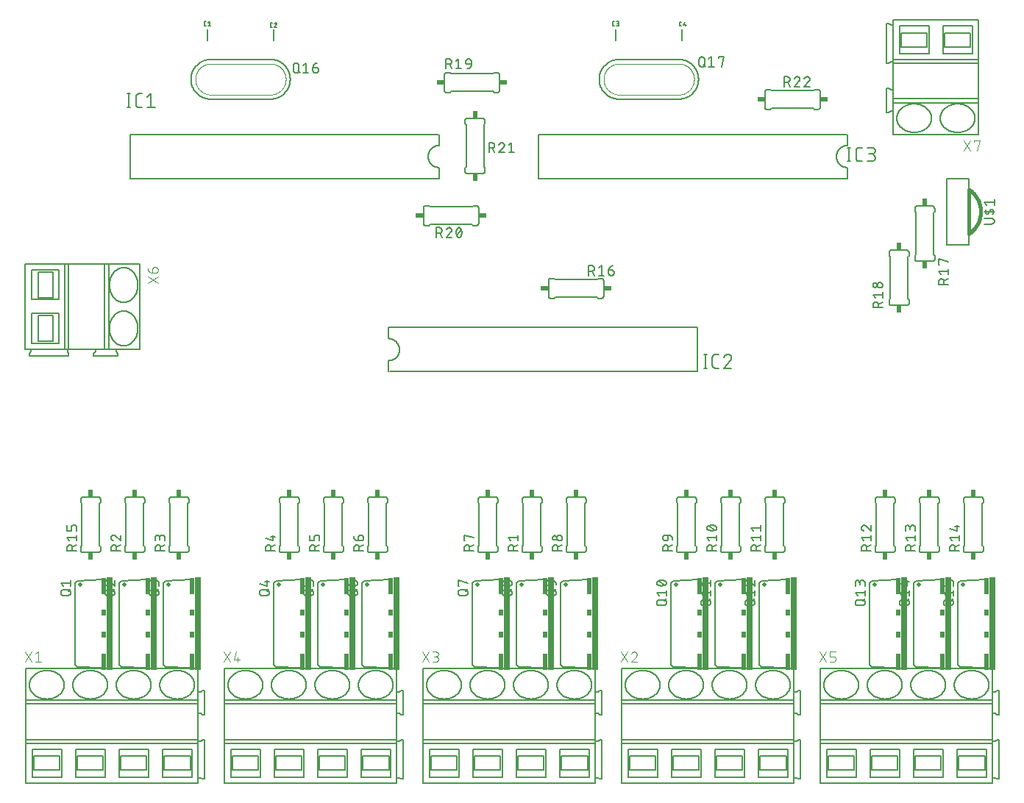
<source format=gbr>
G04 EAGLE Gerber RS-274X export*
G75*
%MOMM*%
%FSLAX34Y34*%
%LPD*%
%INSilkscreen Top*%
%IPPOS*%
%AMOC8*
5,1,8,0,0,1.08239X$1,22.5*%
G01*
%ADD10C,0.203200*%
%ADD11C,0.127000*%
%ADD12C,0.152400*%
%ADD13C,0.177800*%
%ADD14C,0.508000*%
%ADD15R,0.762000X10.668000*%
%ADD16R,0.508000X1.905000*%
%ADD17R,0.508000X0.762000*%
%ADD18C,0.050800*%
%ADD19R,0.609600X0.863600*%
%ADD20R,0.863600X0.609600*%
%ADD21C,0.406400*%
%ADD22C,0.101600*%


D10*
X223495Y876478D02*
X223495Y863778D01*
D11*
X221999Y880923D02*
X220926Y880923D01*
X220861Y880925D01*
X220797Y880931D01*
X220733Y880941D01*
X220669Y880954D01*
X220607Y880972D01*
X220546Y880993D01*
X220486Y881017D01*
X220428Y881046D01*
X220371Y881078D01*
X220317Y881113D01*
X220265Y881151D01*
X220215Y881193D01*
X220168Y881237D01*
X220124Y881284D01*
X220082Y881334D01*
X220044Y881386D01*
X220009Y881440D01*
X219977Y881497D01*
X219948Y881555D01*
X219924Y881615D01*
X219903Y881676D01*
X219885Y881738D01*
X219872Y881802D01*
X219862Y881866D01*
X219856Y881930D01*
X219854Y881995D01*
X219854Y884676D01*
X219856Y884741D01*
X219862Y884805D01*
X219872Y884869D01*
X219885Y884933D01*
X219903Y884995D01*
X219924Y885056D01*
X219948Y885116D01*
X219977Y885174D01*
X220009Y885231D01*
X220044Y885285D01*
X220082Y885337D01*
X220124Y885387D01*
X220168Y885434D01*
X220215Y885478D01*
X220265Y885520D01*
X220317Y885558D01*
X220371Y885593D01*
X220428Y885625D01*
X220486Y885654D01*
X220546Y885678D01*
X220607Y885699D01*
X220669Y885717D01*
X220733Y885730D01*
X220797Y885740D01*
X220861Y885746D01*
X220926Y885748D01*
X220926Y885749D02*
X221999Y885749D01*
X224454Y884676D02*
X225795Y885749D01*
X225795Y880923D01*
X224454Y880923D02*
X227136Y880923D01*
D10*
X299695Y876478D02*
X299695Y863778D01*
D11*
X298199Y879507D02*
X297126Y879507D01*
X297061Y879509D01*
X296997Y879515D01*
X296933Y879525D01*
X296869Y879538D01*
X296807Y879556D01*
X296746Y879577D01*
X296686Y879601D01*
X296628Y879630D01*
X296571Y879662D01*
X296517Y879697D01*
X296465Y879735D01*
X296415Y879777D01*
X296368Y879821D01*
X296324Y879868D01*
X296282Y879918D01*
X296244Y879970D01*
X296209Y880024D01*
X296177Y880081D01*
X296148Y880139D01*
X296124Y880199D01*
X296103Y880260D01*
X296085Y880322D01*
X296072Y880386D01*
X296062Y880450D01*
X296056Y880514D01*
X296054Y880579D01*
X296054Y883260D01*
X296056Y883325D01*
X296062Y883389D01*
X296072Y883453D01*
X296085Y883517D01*
X296103Y883579D01*
X296124Y883640D01*
X296148Y883700D01*
X296177Y883758D01*
X296209Y883815D01*
X296244Y883869D01*
X296282Y883921D01*
X296324Y883971D01*
X296368Y884018D01*
X296415Y884062D01*
X296465Y884104D01*
X296517Y884142D01*
X296571Y884177D01*
X296628Y884209D01*
X296686Y884238D01*
X296746Y884262D01*
X296807Y884283D01*
X296869Y884301D01*
X296933Y884314D01*
X296997Y884324D01*
X297061Y884330D01*
X297126Y884332D01*
X297126Y884333D02*
X298199Y884333D01*
X302129Y884333D02*
X302197Y884331D01*
X302264Y884325D01*
X302331Y884316D01*
X302398Y884303D01*
X302463Y884286D01*
X302528Y884265D01*
X302591Y884241D01*
X302653Y884213D01*
X302713Y884182D01*
X302771Y884148D01*
X302827Y884110D01*
X302882Y884070D01*
X302933Y884026D01*
X302982Y883979D01*
X303029Y883930D01*
X303073Y883879D01*
X303113Y883824D01*
X303151Y883768D01*
X303185Y883710D01*
X303216Y883650D01*
X303244Y883588D01*
X303268Y883525D01*
X303289Y883460D01*
X303306Y883395D01*
X303319Y883328D01*
X303328Y883261D01*
X303334Y883194D01*
X303336Y883126D01*
X302129Y884333D02*
X302051Y884331D01*
X301973Y884325D01*
X301896Y884315D01*
X301819Y884302D01*
X301743Y884284D01*
X301668Y884263D01*
X301594Y884238D01*
X301522Y884209D01*
X301451Y884177D01*
X301382Y884141D01*
X301314Y884102D01*
X301249Y884059D01*
X301186Y884013D01*
X301125Y883964D01*
X301067Y883912D01*
X301012Y883857D01*
X300959Y883800D01*
X300910Y883740D01*
X300863Y883677D01*
X300820Y883613D01*
X300780Y883546D01*
X300743Y883477D01*
X300710Y883406D01*
X300680Y883334D01*
X300654Y883261D01*
X302934Y882188D02*
X302983Y882237D01*
X303030Y882289D01*
X303073Y882344D01*
X303114Y882401D01*
X303152Y882460D01*
X303186Y882521D01*
X303217Y882584D01*
X303245Y882648D01*
X303269Y882714D01*
X303289Y882780D01*
X303306Y882848D01*
X303319Y882917D01*
X303328Y882986D01*
X303334Y883056D01*
X303336Y883126D01*
X302933Y882188D02*
X300654Y879507D01*
X303335Y879507D01*
D10*
X693395Y876478D02*
X693395Y863778D01*
D11*
X691899Y880923D02*
X690826Y880923D01*
X690761Y880925D01*
X690697Y880931D01*
X690633Y880941D01*
X690569Y880954D01*
X690507Y880972D01*
X690446Y880993D01*
X690386Y881017D01*
X690328Y881046D01*
X690271Y881078D01*
X690217Y881113D01*
X690165Y881151D01*
X690115Y881193D01*
X690068Y881237D01*
X690024Y881284D01*
X689982Y881334D01*
X689944Y881386D01*
X689909Y881440D01*
X689877Y881497D01*
X689848Y881555D01*
X689824Y881615D01*
X689803Y881676D01*
X689785Y881738D01*
X689772Y881802D01*
X689762Y881866D01*
X689756Y881930D01*
X689754Y881995D01*
X689754Y884676D01*
X689756Y884741D01*
X689762Y884805D01*
X689772Y884869D01*
X689785Y884933D01*
X689803Y884995D01*
X689824Y885056D01*
X689848Y885116D01*
X689877Y885174D01*
X689909Y885231D01*
X689944Y885285D01*
X689982Y885337D01*
X690024Y885387D01*
X690068Y885434D01*
X690115Y885478D01*
X690165Y885520D01*
X690217Y885558D01*
X690271Y885593D01*
X690328Y885625D01*
X690386Y885654D01*
X690446Y885678D01*
X690507Y885699D01*
X690569Y885717D01*
X690633Y885730D01*
X690697Y885740D01*
X690761Y885746D01*
X690826Y885748D01*
X690826Y885749D02*
X691899Y885749D01*
X694354Y880923D02*
X695695Y880923D01*
X695695Y880922D02*
X695766Y880924D01*
X695838Y880930D01*
X695908Y880939D01*
X695978Y880952D01*
X696048Y880969D01*
X696116Y880990D01*
X696183Y881014D01*
X696249Y881042D01*
X696313Y881073D01*
X696376Y881108D01*
X696436Y881146D01*
X696495Y881187D01*
X696551Y881231D01*
X696605Y881278D01*
X696656Y881327D01*
X696704Y881380D01*
X696750Y881435D01*
X696792Y881492D01*
X696832Y881552D01*
X696868Y881613D01*
X696901Y881677D01*
X696930Y881742D01*
X696956Y881808D01*
X696979Y881876D01*
X696998Y881945D01*
X697013Y882015D01*
X697024Y882085D01*
X697032Y882156D01*
X697036Y882227D01*
X697036Y882299D01*
X697032Y882370D01*
X697024Y882441D01*
X697013Y882511D01*
X696998Y882581D01*
X696979Y882650D01*
X696956Y882718D01*
X696930Y882784D01*
X696901Y882849D01*
X696868Y882913D01*
X696832Y882974D01*
X696792Y883034D01*
X696750Y883091D01*
X696704Y883146D01*
X696656Y883199D01*
X696605Y883248D01*
X696551Y883295D01*
X696495Y883339D01*
X696436Y883380D01*
X696376Y883418D01*
X696313Y883453D01*
X696249Y883484D01*
X696183Y883512D01*
X696116Y883536D01*
X696048Y883557D01*
X695978Y883574D01*
X695908Y883587D01*
X695838Y883596D01*
X695766Y883602D01*
X695695Y883604D01*
X695963Y885749D02*
X694354Y885749D01*
X695963Y885748D02*
X696028Y885746D01*
X696092Y885740D01*
X696156Y885730D01*
X696220Y885717D01*
X696282Y885699D01*
X696343Y885678D01*
X696403Y885654D01*
X696461Y885625D01*
X696518Y885593D01*
X696572Y885558D01*
X696624Y885520D01*
X696674Y885478D01*
X696721Y885434D01*
X696765Y885387D01*
X696807Y885337D01*
X696845Y885285D01*
X696880Y885231D01*
X696912Y885174D01*
X696941Y885116D01*
X696965Y885056D01*
X696986Y884995D01*
X697004Y884933D01*
X697017Y884869D01*
X697027Y884805D01*
X697033Y884741D01*
X697035Y884676D01*
X697033Y884611D01*
X697027Y884547D01*
X697017Y884483D01*
X697004Y884419D01*
X696986Y884357D01*
X696965Y884296D01*
X696941Y884236D01*
X696912Y884178D01*
X696880Y884121D01*
X696845Y884067D01*
X696807Y884015D01*
X696765Y883965D01*
X696721Y883918D01*
X696674Y883874D01*
X696624Y883832D01*
X696572Y883794D01*
X696518Y883759D01*
X696461Y883727D01*
X696403Y883698D01*
X696343Y883674D01*
X696282Y883653D01*
X696220Y883635D01*
X696156Y883622D01*
X696092Y883612D01*
X696028Y883606D01*
X695963Y883604D01*
X694891Y883604D01*
D10*
X769595Y876478D02*
X769595Y863778D01*
D11*
X769099Y880507D02*
X768026Y880507D01*
X767961Y880509D01*
X767897Y880515D01*
X767833Y880525D01*
X767769Y880538D01*
X767707Y880556D01*
X767646Y880577D01*
X767586Y880601D01*
X767528Y880630D01*
X767471Y880662D01*
X767417Y880697D01*
X767365Y880735D01*
X767315Y880777D01*
X767268Y880821D01*
X767224Y880868D01*
X767182Y880918D01*
X767144Y880970D01*
X767109Y881024D01*
X767077Y881081D01*
X767048Y881139D01*
X767024Y881199D01*
X767003Y881260D01*
X766985Y881322D01*
X766972Y881386D01*
X766962Y881450D01*
X766956Y881514D01*
X766954Y881579D01*
X766954Y884260D01*
X766956Y884325D01*
X766962Y884389D01*
X766972Y884453D01*
X766985Y884517D01*
X767003Y884579D01*
X767024Y884640D01*
X767048Y884700D01*
X767077Y884758D01*
X767109Y884815D01*
X767144Y884869D01*
X767182Y884921D01*
X767224Y884971D01*
X767268Y885018D01*
X767315Y885062D01*
X767365Y885104D01*
X767417Y885142D01*
X767471Y885177D01*
X767528Y885209D01*
X767586Y885238D01*
X767646Y885262D01*
X767707Y885283D01*
X767769Y885301D01*
X767833Y885314D01*
X767897Y885324D01*
X767961Y885330D01*
X768026Y885332D01*
X768026Y885333D02*
X769099Y885333D01*
X772627Y885333D02*
X771554Y881579D01*
X774235Y881579D01*
X773431Y882652D02*
X773431Y880507D01*
D12*
X490195Y755828D02*
X490195Y743128D01*
X489886Y743124D01*
X489577Y743113D01*
X489268Y743094D01*
X488960Y743068D01*
X488652Y743034D01*
X488346Y742993D01*
X488040Y742944D01*
X487736Y742888D01*
X487434Y742824D01*
X487133Y742753D01*
X486833Y742675D01*
X486536Y742590D01*
X486241Y742497D01*
X485948Y742397D01*
X485658Y742290D01*
X485371Y742176D01*
X485086Y742055D01*
X484804Y741927D01*
X484526Y741793D01*
X484251Y741651D01*
X483979Y741503D01*
X483712Y741348D01*
X483448Y741187D01*
X483188Y741020D01*
X482932Y740846D01*
X482680Y740666D01*
X482433Y740480D01*
X482191Y740288D01*
X481953Y740090D01*
X481720Y739887D01*
X481492Y739677D01*
X481270Y739463D01*
X481052Y739243D01*
X480840Y739017D01*
X480634Y738787D01*
X480433Y738552D01*
X480238Y738312D01*
X480049Y738067D01*
X479866Y737818D01*
X479689Y737564D01*
X479519Y737306D01*
X479354Y737044D01*
X479196Y736778D01*
X479045Y736508D01*
X478900Y736235D01*
X478762Y735958D01*
X478631Y735678D01*
X478507Y735395D01*
X478389Y735109D01*
X478279Y734820D01*
X478175Y734529D01*
X478079Y734235D01*
X477990Y733939D01*
X477908Y733640D01*
X477833Y733340D01*
X477766Y733038D01*
X477706Y732735D01*
X477654Y732430D01*
X477609Y732124D01*
X477571Y731817D01*
X477541Y731509D01*
X477519Y731201D01*
X477503Y730892D01*
X477496Y730583D01*
X477496Y730273D01*
X477503Y729964D01*
X477519Y729655D01*
X477541Y729347D01*
X477571Y729039D01*
X477609Y728732D01*
X477654Y728426D01*
X477706Y728121D01*
X477766Y727818D01*
X477833Y727516D01*
X477908Y727216D01*
X477990Y726917D01*
X478079Y726621D01*
X478175Y726327D01*
X478279Y726036D01*
X478389Y725747D01*
X478507Y725461D01*
X478631Y725178D01*
X478762Y724898D01*
X478900Y724621D01*
X479045Y724348D01*
X479196Y724078D01*
X479354Y723812D01*
X479519Y723550D01*
X479689Y723292D01*
X479866Y723038D01*
X480049Y722789D01*
X480238Y722544D01*
X480433Y722304D01*
X480634Y722069D01*
X480840Y721839D01*
X481052Y721613D01*
X481270Y721393D01*
X481492Y721179D01*
X481720Y720969D01*
X481953Y720766D01*
X482191Y720568D01*
X482433Y720376D01*
X482680Y720190D01*
X482932Y720010D01*
X483188Y719836D01*
X483448Y719669D01*
X483712Y719508D01*
X483979Y719353D01*
X484251Y719205D01*
X484526Y719063D01*
X484804Y718929D01*
X485086Y718801D01*
X485371Y718680D01*
X485658Y718566D01*
X485948Y718459D01*
X486241Y718359D01*
X486536Y718266D01*
X486833Y718181D01*
X487133Y718103D01*
X487434Y718032D01*
X487736Y717968D01*
X488040Y717912D01*
X488346Y717863D01*
X488652Y717822D01*
X488960Y717788D01*
X489268Y717762D01*
X489577Y717743D01*
X489886Y717732D01*
X490195Y717728D01*
X134595Y705028D02*
X134595Y755828D01*
X490195Y717728D02*
X490195Y705028D01*
X134595Y705028D01*
X134595Y755828D02*
X488925Y755828D01*
D13*
X133132Y786717D02*
X133132Y802719D01*
X131354Y786717D02*
X134910Y786717D01*
X134910Y802719D02*
X131354Y802719D01*
X144704Y786717D02*
X148260Y786717D01*
X144704Y786717D02*
X144588Y786719D01*
X144471Y786725D01*
X144355Y786734D01*
X144240Y786747D01*
X144125Y786764D01*
X144010Y786785D01*
X143897Y786810D01*
X143784Y786838D01*
X143672Y786870D01*
X143561Y786906D01*
X143451Y786945D01*
X143343Y786988D01*
X143236Y787034D01*
X143131Y787084D01*
X143028Y787137D01*
X142926Y787193D01*
X142826Y787253D01*
X142728Y787316D01*
X142633Y787383D01*
X142539Y787452D01*
X142448Y787524D01*
X142359Y787599D01*
X142273Y787678D01*
X142190Y787759D01*
X142109Y787842D01*
X142030Y787928D01*
X141955Y788017D01*
X141883Y788108D01*
X141814Y788202D01*
X141747Y788297D01*
X141684Y788395D01*
X141624Y788495D01*
X141568Y788597D01*
X141515Y788700D01*
X141465Y788805D01*
X141419Y788912D01*
X141376Y789020D01*
X141337Y789130D01*
X141301Y789241D01*
X141269Y789353D01*
X141241Y789466D01*
X141216Y789579D01*
X141195Y789694D01*
X141178Y789809D01*
X141165Y789924D01*
X141156Y790040D01*
X141150Y790157D01*
X141148Y790273D01*
X141148Y799163D01*
X141150Y799279D01*
X141156Y799396D01*
X141165Y799512D01*
X141178Y799627D01*
X141195Y799742D01*
X141216Y799857D01*
X141241Y799970D01*
X141269Y800083D01*
X141301Y800195D01*
X141337Y800306D01*
X141376Y800416D01*
X141419Y800524D01*
X141465Y800631D01*
X141515Y800736D01*
X141568Y800839D01*
X141624Y800941D01*
X141684Y801041D01*
X141747Y801139D01*
X141814Y801234D01*
X141883Y801328D01*
X141955Y801419D01*
X142030Y801508D01*
X142109Y801594D01*
X142190Y801677D01*
X142273Y801758D01*
X142359Y801837D01*
X142448Y801912D01*
X142539Y801984D01*
X142633Y802053D01*
X142728Y802120D01*
X142826Y802183D01*
X142926Y802243D01*
X143028Y802299D01*
X143131Y802352D01*
X143236Y802402D01*
X143343Y802448D01*
X143451Y802491D01*
X143561Y802530D01*
X143672Y802566D01*
X143784Y802598D01*
X143897Y802626D01*
X144010Y802651D01*
X144125Y802672D01*
X144240Y802689D01*
X144355Y802702D01*
X144471Y802711D01*
X144588Y802717D01*
X144704Y802719D01*
X148260Y802719D01*
X154218Y799163D02*
X158663Y802719D01*
X158663Y786717D01*
X154218Y786717D02*
X163108Y786717D01*
D12*
X431800Y495300D02*
X431800Y482600D01*
X431800Y495300D02*
X432109Y495304D01*
X432418Y495315D01*
X432727Y495334D01*
X433035Y495360D01*
X433343Y495394D01*
X433649Y495435D01*
X433955Y495484D01*
X434259Y495540D01*
X434561Y495604D01*
X434862Y495675D01*
X435162Y495753D01*
X435459Y495838D01*
X435754Y495931D01*
X436047Y496031D01*
X436337Y496138D01*
X436624Y496252D01*
X436909Y496373D01*
X437191Y496501D01*
X437469Y496635D01*
X437744Y496777D01*
X438016Y496925D01*
X438283Y497080D01*
X438547Y497241D01*
X438807Y497408D01*
X439063Y497582D01*
X439315Y497762D01*
X439562Y497948D01*
X439804Y498140D01*
X440042Y498338D01*
X440275Y498541D01*
X440503Y498751D01*
X440725Y498965D01*
X440943Y499185D01*
X441155Y499411D01*
X441361Y499641D01*
X441562Y499876D01*
X441757Y500116D01*
X441946Y500361D01*
X442129Y500610D01*
X442306Y500864D01*
X442476Y501122D01*
X442641Y501384D01*
X442799Y501650D01*
X442950Y501920D01*
X443095Y502193D01*
X443233Y502470D01*
X443364Y502750D01*
X443488Y503033D01*
X443606Y503319D01*
X443716Y503608D01*
X443820Y503899D01*
X443916Y504193D01*
X444005Y504489D01*
X444087Y504788D01*
X444162Y505088D01*
X444229Y505390D01*
X444289Y505693D01*
X444341Y505998D01*
X444386Y506304D01*
X444424Y506611D01*
X444454Y506919D01*
X444476Y507227D01*
X444492Y507536D01*
X444499Y507845D01*
X444499Y508155D01*
X444492Y508464D01*
X444476Y508773D01*
X444454Y509081D01*
X444424Y509389D01*
X444386Y509696D01*
X444341Y510002D01*
X444289Y510307D01*
X444229Y510610D01*
X444162Y510912D01*
X444087Y511212D01*
X444005Y511511D01*
X443916Y511807D01*
X443820Y512101D01*
X443716Y512392D01*
X443606Y512681D01*
X443488Y512967D01*
X443364Y513250D01*
X443233Y513530D01*
X443095Y513807D01*
X442950Y514080D01*
X442799Y514350D01*
X442641Y514616D01*
X442476Y514878D01*
X442306Y515136D01*
X442129Y515390D01*
X441946Y515639D01*
X441757Y515884D01*
X441562Y516124D01*
X441361Y516359D01*
X441155Y516589D01*
X440943Y516815D01*
X440725Y517035D01*
X440503Y517249D01*
X440275Y517459D01*
X440042Y517662D01*
X439804Y517860D01*
X439562Y518052D01*
X439315Y518238D01*
X439063Y518418D01*
X438807Y518592D01*
X438547Y518759D01*
X438283Y518920D01*
X438016Y519075D01*
X437744Y519223D01*
X437469Y519365D01*
X437191Y519499D01*
X436909Y519627D01*
X436624Y519748D01*
X436337Y519862D01*
X436047Y519969D01*
X435754Y520069D01*
X435459Y520162D01*
X435162Y520247D01*
X434862Y520325D01*
X434561Y520396D01*
X434259Y520460D01*
X433955Y520516D01*
X433649Y520565D01*
X433343Y520606D01*
X433035Y520640D01*
X432727Y520666D01*
X432418Y520685D01*
X432109Y520696D01*
X431800Y520700D01*
X787400Y533400D02*
X787400Y482600D01*
X431800Y520700D02*
X431800Y533400D01*
X787400Y533400D01*
X787400Y482600D02*
X433070Y482600D01*
D13*
X796665Y486709D02*
X796665Y502711D01*
X794887Y486709D02*
X798443Y486709D01*
X798443Y502711D02*
X794887Y502711D01*
X808237Y486709D02*
X811793Y486709D01*
X808237Y486709D02*
X808121Y486711D01*
X808004Y486717D01*
X807888Y486726D01*
X807773Y486739D01*
X807658Y486756D01*
X807543Y486777D01*
X807430Y486802D01*
X807317Y486830D01*
X807205Y486862D01*
X807094Y486898D01*
X806984Y486937D01*
X806876Y486980D01*
X806769Y487026D01*
X806664Y487076D01*
X806561Y487129D01*
X806459Y487185D01*
X806359Y487245D01*
X806261Y487308D01*
X806166Y487375D01*
X806072Y487444D01*
X805981Y487516D01*
X805892Y487591D01*
X805806Y487670D01*
X805723Y487751D01*
X805642Y487834D01*
X805563Y487920D01*
X805488Y488009D01*
X805416Y488100D01*
X805347Y488194D01*
X805280Y488289D01*
X805217Y488387D01*
X805157Y488487D01*
X805101Y488589D01*
X805048Y488692D01*
X804998Y488797D01*
X804952Y488904D01*
X804909Y489012D01*
X804870Y489122D01*
X804834Y489233D01*
X804802Y489345D01*
X804774Y489458D01*
X804749Y489571D01*
X804728Y489686D01*
X804711Y489801D01*
X804698Y489916D01*
X804689Y490032D01*
X804683Y490149D01*
X804681Y490265D01*
X804681Y499155D01*
X804683Y499271D01*
X804689Y499388D01*
X804698Y499504D01*
X804711Y499619D01*
X804728Y499734D01*
X804749Y499849D01*
X804774Y499962D01*
X804802Y500075D01*
X804834Y500187D01*
X804870Y500298D01*
X804909Y500408D01*
X804952Y500516D01*
X804998Y500623D01*
X805048Y500728D01*
X805101Y500831D01*
X805157Y500933D01*
X805217Y501033D01*
X805280Y501131D01*
X805347Y501226D01*
X805416Y501320D01*
X805488Y501411D01*
X805563Y501500D01*
X805642Y501586D01*
X805723Y501669D01*
X805806Y501750D01*
X805892Y501829D01*
X805981Y501904D01*
X806072Y501976D01*
X806166Y502045D01*
X806261Y502112D01*
X806359Y502175D01*
X806459Y502235D01*
X806561Y502291D01*
X806664Y502344D01*
X806769Y502394D01*
X806876Y502440D01*
X806984Y502483D01*
X807094Y502522D01*
X807205Y502558D01*
X807317Y502590D01*
X807430Y502618D01*
X807543Y502643D01*
X807658Y502664D01*
X807773Y502681D01*
X807888Y502694D01*
X808004Y502703D01*
X808121Y502709D01*
X808237Y502711D01*
X811793Y502711D01*
X822641Y502712D02*
X822767Y502710D01*
X822892Y502704D01*
X823018Y502694D01*
X823142Y502680D01*
X823267Y502663D01*
X823391Y502641D01*
X823514Y502616D01*
X823636Y502586D01*
X823757Y502553D01*
X823877Y502516D01*
X823996Y502475D01*
X824114Y502431D01*
X824230Y502383D01*
X824345Y502331D01*
X824457Y502276D01*
X824568Y502217D01*
X824678Y502155D01*
X824785Y502089D01*
X824890Y502020D01*
X824993Y501948D01*
X825093Y501872D01*
X825191Y501794D01*
X825287Y501712D01*
X825380Y501628D01*
X825470Y501540D01*
X825558Y501450D01*
X825642Y501357D01*
X825724Y501261D01*
X825802Y501163D01*
X825878Y501063D01*
X825950Y500960D01*
X826019Y500855D01*
X826085Y500748D01*
X826147Y500638D01*
X826206Y500527D01*
X826261Y500415D01*
X826313Y500300D01*
X826361Y500184D01*
X826405Y500066D01*
X826446Y499947D01*
X826483Y499827D01*
X826516Y499706D01*
X826546Y499584D01*
X826571Y499461D01*
X826593Y499337D01*
X826610Y499212D01*
X826624Y499088D01*
X826634Y498962D01*
X826640Y498837D01*
X826642Y498711D01*
X822641Y502711D02*
X822500Y502709D01*
X822360Y502703D01*
X822220Y502694D01*
X822080Y502680D01*
X821941Y502663D01*
X821802Y502642D01*
X821663Y502617D01*
X821526Y502589D01*
X821389Y502556D01*
X821253Y502520D01*
X821118Y502480D01*
X820985Y502437D01*
X820852Y502390D01*
X820721Y502339D01*
X820592Y502285D01*
X820464Y502227D01*
X820337Y502166D01*
X820212Y502101D01*
X820090Y502033D01*
X819969Y501962D01*
X819849Y501887D01*
X819733Y501809D01*
X819618Y501728D01*
X819505Y501644D01*
X819395Y501556D01*
X819287Y501466D01*
X819182Y501373D01*
X819080Y501277D01*
X818980Y501178D01*
X818882Y501077D01*
X818788Y500973D01*
X818696Y500866D01*
X818608Y500757D01*
X818522Y500646D01*
X818440Y500532D01*
X818360Y500416D01*
X818284Y500298D01*
X818211Y500178D01*
X818142Y500056D01*
X818075Y499932D01*
X818012Y499806D01*
X817953Y499679D01*
X817897Y499550D01*
X817845Y499420D01*
X817796Y499288D01*
X817751Y499155D01*
X825307Y495599D02*
X825399Y495690D01*
X825489Y495783D01*
X825575Y495878D01*
X825659Y495976D01*
X825739Y496077D01*
X825817Y496180D01*
X825891Y496285D01*
X825962Y496393D01*
X826030Y496502D01*
X826094Y496614D01*
X826156Y496727D01*
X826213Y496842D01*
X826268Y496959D01*
X826319Y497078D01*
X826366Y497198D01*
X826409Y497319D01*
X826449Y497441D01*
X826485Y497565D01*
X826518Y497690D01*
X826547Y497815D01*
X826572Y497942D01*
X826593Y498069D01*
X826610Y498197D01*
X826624Y498325D01*
X826633Y498453D01*
X826639Y498582D01*
X826641Y498711D01*
X825308Y495599D02*
X817751Y486709D01*
X826641Y486709D01*
D12*
X960095Y743128D02*
X960095Y755828D01*
X960095Y743128D02*
X959786Y743124D01*
X959477Y743113D01*
X959168Y743094D01*
X958860Y743068D01*
X958552Y743034D01*
X958246Y742993D01*
X957940Y742944D01*
X957636Y742888D01*
X957334Y742824D01*
X957033Y742753D01*
X956733Y742675D01*
X956436Y742590D01*
X956141Y742497D01*
X955848Y742397D01*
X955558Y742290D01*
X955271Y742176D01*
X954986Y742055D01*
X954704Y741927D01*
X954426Y741793D01*
X954151Y741651D01*
X953879Y741503D01*
X953612Y741348D01*
X953348Y741187D01*
X953088Y741020D01*
X952832Y740846D01*
X952580Y740666D01*
X952333Y740480D01*
X952091Y740288D01*
X951853Y740090D01*
X951620Y739887D01*
X951392Y739677D01*
X951170Y739463D01*
X950952Y739243D01*
X950740Y739017D01*
X950534Y738787D01*
X950333Y738552D01*
X950138Y738312D01*
X949949Y738067D01*
X949766Y737818D01*
X949589Y737564D01*
X949419Y737306D01*
X949254Y737044D01*
X949096Y736778D01*
X948945Y736508D01*
X948800Y736235D01*
X948662Y735958D01*
X948531Y735678D01*
X948407Y735395D01*
X948289Y735109D01*
X948179Y734820D01*
X948075Y734529D01*
X947979Y734235D01*
X947890Y733939D01*
X947808Y733640D01*
X947733Y733340D01*
X947666Y733038D01*
X947606Y732735D01*
X947554Y732430D01*
X947509Y732124D01*
X947471Y731817D01*
X947441Y731509D01*
X947419Y731201D01*
X947403Y730892D01*
X947396Y730583D01*
X947396Y730273D01*
X947403Y729964D01*
X947419Y729655D01*
X947441Y729347D01*
X947471Y729039D01*
X947509Y728732D01*
X947554Y728426D01*
X947606Y728121D01*
X947666Y727818D01*
X947733Y727516D01*
X947808Y727216D01*
X947890Y726917D01*
X947979Y726621D01*
X948075Y726327D01*
X948179Y726036D01*
X948289Y725747D01*
X948407Y725461D01*
X948531Y725178D01*
X948662Y724898D01*
X948800Y724621D01*
X948945Y724348D01*
X949096Y724078D01*
X949254Y723812D01*
X949419Y723550D01*
X949589Y723292D01*
X949766Y723038D01*
X949949Y722789D01*
X950138Y722544D01*
X950333Y722304D01*
X950534Y722069D01*
X950740Y721839D01*
X950952Y721613D01*
X951170Y721393D01*
X951392Y721179D01*
X951620Y720969D01*
X951853Y720766D01*
X952091Y720568D01*
X952333Y720376D01*
X952580Y720190D01*
X952832Y720010D01*
X953088Y719836D01*
X953348Y719669D01*
X953612Y719508D01*
X953879Y719353D01*
X954151Y719205D01*
X954426Y719063D01*
X954704Y718929D01*
X954986Y718801D01*
X955271Y718680D01*
X955558Y718566D01*
X955848Y718459D01*
X956141Y718359D01*
X956436Y718266D01*
X956733Y718181D01*
X957033Y718103D01*
X957334Y718032D01*
X957636Y717968D01*
X957940Y717912D01*
X958246Y717863D01*
X958552Y717822D01*
X958860Y717788D01*
X959168Y717762D01*
X959477Y717743D01*
X959786Y717732D01*
X960095Y717728D01*
X604495Y705028D02*
X604495Y755828D01*
X960095Y717728D02*
X960095Y705028D01*
X604495Y705028D01*
X604495Y755828D02*
X958825Y755828D01*
D13*
X962032Y740719D02*
X962032Y724717D01*
X960254Y724717D02*
X963810Y724717D01*
X963810Y740719D02*
X960254Y740719D01*
X973604Y724717D02*
X977160Y724717D01*
X973604Y724717D02*
X973488Y724719D01*
X973371Y724725D01*
X973255Y724734D01*
X973140Y724747D01*
X973025Y724764D01*
X972910Y724785D01*
X972797Y724810D01*
X972684Y724838D01*
X972572Y724870D01*
X972461Y724906D01*
X972351Y724945D01*
X972243Y724988D01*
X972136Y725034D01*
X972031Y725084D01*
X971928Y725137D01*
X971826Y725193D01*
X971726Y725253D01*
X971628Y725316D01*
X971533Y725383D01*
X971439Y725452D01*
X971348Y725524D01*
X971259Y725599D01*
X971173Y725678D01*
X971090Y725759D01*
X971009Y725842D01*
X970930Y725928D01*
X970855Y726017D01*
X970783Y726108D01*
X970714Y726202D01*
X970647Y726297D01*
X970584Y726395D01*
X970524Y726495D01*
X970468Y726597D01*
X970415Y726700D01*
X970365Y726805D01*
X970319Y726912D01*
X970276Y727020D01*
X970237Y727130D01*
X970201Y727241D01*
X970169Y727353D01*
X970141Y727466D01*
X970116Y727579D01*
X970095Y727694D01*
X970078Y727809D01*
X970065Y727924D01*
X970056Y728040D01*
X970050Y728157D01*
X970048Y728273D01*
X970048Y737163D01*
X970050Y737279D01*
X970056Y737396D01*
X970065Y737512D01*
X970078Y737627D01*
X970095Y737742D01*
X970116Y737857D01*
X970141Y737970D01*
X970169Y738083D01*
X970201Y738195D01*
X970237Y738306D01*
X970276Y738416D01*
X970319Y738524D01*
X970365Y738631D01*
X970415Y738736D01*
X970468Y738839D01*
X970524Y738941D01*
X970584Y739041D01*
X970647Y739139D01*
X970714Y739234D01*
X970783Y739328D01*
X970855Y739419D01*
X970930Y739508D01*
X971009Y739594D01*
X971090Y739677D01*
X971173Y739758D01*
X971259Y739837D01*
X971348Y739912D01*
X971439Y739984D01*
X971533Y740053D01*
X971628Y740120D01*
X971726Y740183D01*
X971826Y740243D01*
X971928Y740299D01*
X972031Y740352D01*
X972136Y740402D01*
X972243Y740448D01*
X972351Y740491D01*
X972461Y740530D01*
X972572Y740566D01*
X972684Y740598D01*
X972797Y740626D01*
X972910Y740651D01*
X973025Y740672D01*
X973140Y740689D01*
X973255Y740702D01*
X973371Y740711D01*
X973488Y740717D01*
X973604Y740719D01*
X977160Y740719D01*
X983118Y724717D02*
X987563Y724717D01*
X987695Y724719D01*
X987826Y724725D01*
X987958Y724735D01*
X988089Y724748D01*
X988219Y724766D01*
X988349Y724787D01*
X988479Y724812D01*
X988607Y724841D01*
X988735Y724874D01*
X988861Y724911D01*
X988987Y724951D01*
X989111Y724995D01*
X989234Y725043D01*
X989355Y725094D01*
X989475Y725149D01*
X989593Y725207D01*
X989709Y725269D01*
X989823Y725335D01*
X989936Y725403D01*
X990046Y725475D01*
X990154Y725550D01*
X990260Y725629D01*
X990364Y725710D01*
X990465Y725795D01*
X990563Y725882D01*
X990659Y725973D01*
X990752Y726066D01*
X990843Y726162D01*
X990930Y726260D01*
X991015Y726361D01*
X991096Y726465D01*
X991175Y726571D01*
X991250Y726679D01*
X991322Y726789D01*
X991390Y726902D01*
X991456Y727016D01*
X991518Y727132D01*
X991576Y727250D01*
X991631Y727370D01*
X991682Y727491D01*
X991730Y727614D01*
X991774Y727738D01*
X991814Y727864D01*
X991851Y727990D01*
X991884Y728118D01*
X991913Y728246D01*
X991938Y728376D01*
X991959Y728506D01*
X991977Y728636D01*
X991990Y728767D01*
X992000Y728899D01*
X992006Y729030D01*
X992008Y729162D01*
X992006Y729294D01*
X992000Y729425D01*
X991990Y729557D01*
X991977Y729688D01*
X991959Y729818D01*
X991938Y729948D01*
X991913Y730078D01*
X991884Y730206D01*
X991851Y730334D01*
X991814Y730460D01*
X991774Y730586D01*
X991730Y730710D01*
X991682Y730833D01*
X991631Y730954D01*
X991576Y731074D01*
X991518Y731192D01*
X991456Y731308D01*
X991390Y731422D01*
X991322Y731535D01*
X991250Y731645D01*
X991175Y731753D01*
X991096Y731859D01*
X991015Y731963D01*
X990930Y732064D01*
X990843Y732162D01*
X990752Y732258D01*
X990659Y732351D01*
X990563Y732442D01*
X990465Y732529D01*
X990364Y732614D01*
X990260Y732695D01*
X990154Y732774D01*
X990046Y732849D01*
X989936Y732921D01*
X989823Y732989D01*
X989709Y733055D01*
X989593Y733117D01*
X989475Y733175D01*
X989355Y733230D01*
X989234Y733281D01*
X989111Y733329D01*
X988987Y733373D01*
X988861Y733413D01*
X988735Y733450D01*
X988607Y733483D01*
X988479Y733512D01*
X988349Y733537D01*
X988219Y733558D01*
X988089Y733576D01*
X987958Y733589D01*
X987826Y733599D01*
X987695Y733605D01*
X987563Y733607D01*
X988452Y740719D02*
X983118Y740719D01*
X988452Y740719D02*
X988570Y740717D01*
X988687Y740711D01*
X988804Y740702D01*
X988921Y740688D01*
X989037Y740671D01*
X989153Y740649D01*
X989268Y740624D01*
X989382Y740595D01*
X989495Y740563D01*
X989607Y740526D01*
X989717Y740486D01*
X989826Y740443D01*
X989934Y740395D01*
X990040Y740345D01*
X990144Y740290D01*
X990247Y740233D01*
X990347Y740172D01*
X990446Y740107D01*
X990542Y740040D01*
X990636Y739969D01*
X990728Y739895D01*
X990817Y739819D01*
X990903Y739739D01*
X990987Y739657D01*
X991068Y739571D01*
X991146Y739484D01*
X991222Y739393D01*
X991294Y739300D01*
X991363Y739205D01*
X991429Y739108D01*
X991492Y739008D01*
X991551Y738907D01*
X991607Y738804D01*
X991659Y738698D01*
X991708Y738591D01*
X991754Y738483D01*
X991796Y738373D01*
X991834Y738262D01*
X991868Y738149D01*
X991899Y738036D01*
X991926Y737921D01*
X991949Y737806D01*
X991969Y737690D01*
X991984Y737574D01*
X991996Y737457D01*
X992004Y737339D01*
X992008Y737222D01*
X992008Y737104D01*
X992004Y736987D01*
X991996Y736869D01*
X991984Y736752D01*
X991969Y736636D01*
X991949Y736520D01*
X991926Y736405D01*
X991899Y736290D01*
X991868Y736177D01*
X991834Y736064D01*
X991796Y735953D01*
X991754Y735843D01*
X991708Y735735D01*
X991659Y735628D01*
X991607Y735522D01*
X991551Y735419D01*
X991492Y735318D01*
X991429Y735218D01*
X991363Y735121D01*
X991294Y735026D01*
X991222Y734933D01*
X991146Y734842D01*
X991068Y734755D01*
X990987Y734669D01*
X990903Y734587D01*
X990817Y734507D01*
X990728Y734431D01*
X990636Y734357D01*
X990542Y734286D01*
X990446Y734219D01*
X990347Y734154D01*
X990247Y734093D01*
X990144Y734036D01*
X990040Y733981D01*
X989934Y733931D01*
X989826Y733883D01*
X989717Y733840D01*
X989607Y733800D01*
X989495Y733763D01*
X989382Y733731D01*
X989268Y733702D01*
X989153Y733677D01*
X989037Y733655D01*
X988921Y733638D01*
X988804Y733624D01*
X988687Y733615D01*
X988570Y733609D01*
X988452Y733607D01*
X984896Y733607D01*
D12*
X73736Y142773D02*
X71196Y145313D01*
X71196Y239293D01*
X73736Y241833D01*
X73736Y142773D02*
X102946Y141503D01*
X102946Y243103D02*
X73736Y241833D01*
D14*
X77292Y237261D03*
D15*
X110566Y192303D03*
D16*
X104216Y236118D03*
D17*
X104216Y205003D03*
X104216Y179603D03*
D16*
X104216Y148488D03*
D11*
X62814Y225058D02*
X57734Y225058D01*
X57623Y225060D01*
X57513Y225066D01*
X57402Y225075D01*
X57292Y225089D01*
X57183Y225106D01*
X57074Y225127D01*
X56966Y225152D01*
X56859Y225181D01*
X56753Y225213D01*
X56648Y225249D01*
X56545Y225289D01*
X56443Y225332D01*
X56342Y225379D01*
X56243Y225430D01*
X56147Y225483D01*
X56052Y225540D01*
X55959Y225601D01*
X55868Y225664D01*
X55779Y225731D01*
X55693Y225801D01*
X55610Y225874D01*
X55528Y225949D01*
X55450Y226027D01*
X55375Y226109D01*
X55302Y226192D01*
X55232Y226278D01*
X55165Y226367D01*
X55102Y226458D01*
X55041Y226551D01*
X54984Y226646D01*
X54931Y226742D01*
X54880Y226841D01*
X54833Y226942D01*
X54790Y227044D01*
X54750Y227147D01*
X54714Y227252D01*
X54682Y227358D01*
X54653Y227465D01*
X54628Y227573D01*
X54607Y227682D01*
X54590Y227791D01*
X54576Y227901D01*
X54567Y228012D01*
X54561Y228122D01*
X54559Y228233D01*
X54561Y228344D01*
X54567Y228454D01*
X54576Y228565D01*
X54590Y228675D01*
X54607Y228784D01*
X54628Y228893D01*
X54653Y229001D01*
X54682Y229108D01*
X54714Y229214D01*
X54750Y229319D01*
X54790Y229422D01*
X54833Y229524D01*
X54880Y229625D01*
X54931Y229724D01*
X54984Y229821D01*
X55041Y229915D01*
X55102Y230008D01*
X55165Y230099D01*
X55232Y230188D01*
X55302Y230274D01*
X55375Y230357D01*
X55450Y230439D01*
X55528Y230517D01*
X55610Y230592D01*
X55693Y230665D01*
X55779Y230735D01*
X55868Y230802D01*
X55959Y230865D01*
X56052Y230926D01*
X56147Y230983D01*
X56243Y231036D01*
X56342Y231087D01*
X56443Y231134D01*
X56545Y231177D01*
X56648Y231217D01*
X56753Y231253D01*
X56859Y231285D01*
X56966Y231314D01*
X57074Y231339D01*
X57183Y231360D01*
X57292Y231377D01*
X57402Y231391D01*
X57513Y231400D01*
X57623Y231406D01*
X57734Y231408D01*
X62814Y231408D01*
X62925Y231406D01*
X63035Y231400D01*
X63146Y231391D01*
X63256Y231377D01*
X63365Y231360D01*
X63474Y231339D01*
X63582Y231314D01*
X63689Y231285D01*
X63795Y231253D01*
X63900Y231217D01*
X64003Y231177D01*
X64105Y231134D01*
X64206Y231087D01*
X64305Y231036D01*
X64402Y230983D01*
X64496Y230926D01*
X64589Y230865D01*
X64680Y230802D01*
X64769Y230735D01*
X64855Y230665D01*
X64938Y230592D01*
X65020Y230517D01*
X65098Y230439D01*
X65173Y230357D01*
X65246Y230274D01*
X65316Y230188D01*
X65383Y230099D01*
X65446Y230008D01*
X65507Y229915D01*
X65564Y229820D01*
X65617Y229724D01*
X65668Y229625D01*
X65715Y229524D01*
X65758Y229422D01*
X65798Y229319D01*
X65834Y229214D01*
X65866Y229108D01*
X65895Y229001D01*
X65920Y228893D01*
X65941Y228784D01*
X65958Y228675D01*
X65972Y228565D01*
X65981Y228454D01*
X65987Y228344D01*
X65989Y228233D01*
X65987Y228122D01*
X65981Y228012D01*
X65972Y227901D01*
X65958Y227791D01*
X65941Y227682D01*
X65920Y227573D01*
X65895Y227465D01*
X65866Y227358D01*
X65834Y227252D01*
X65798Y227147D01*
X65758Y227044D01*
X65715Y226942D01*
X65668Y226841D01*
X65617Y226742D01*
X65564Y226645D01*
X65507Y226551D01*
X65446Y226458D01*
X65383Y226367D01*
X65316Y226278D01*
X65246Y226192D01*
X65173Y226109D01*
X65098Y226027D01*
X65020Y225949D01*
X64938Y225874D01*
X64855Y225801D01*
X64769Y225731D01*
X64680Y225664D01*
X64589Y225601D01*
X64496Y225540D01*
X64401Y225483D01*
X64305Y225430D01*
X64206Y225379D01*
X64105Y225332D01*
X64003Y225289D01*
X63900Y225249D01*
X63795Y225213D01*
X63689Y225181D01*
X63582Y225152D01*
X63474Y225127D01*
X63365Y225106D01*
X63256Y225089D01*
X63146Y225075D01*
X63035Y225066D01*
X62925Y225060D01*
X62814Y225058D01*
X63449Y230138D02*
X65989Y232678D01*
X57099Y236118D02*
X54559Y239293D01*
X65989Y239293D01*
X65989Y236118D02*
X65989Y242468D01*
D12*
X756996Y145313D02*
X759536Y142773D01*
X756996Y145313D02*
X756996Y239293D01*
X759536Y241833D01*
X759536Y142773D02*
X788746Y141503D01*
X788746Y243103D02*
X759536Y241833D01*
D14*
X763092Y237261D03*
D15*
X796366Y192303D03*
D16*
X790016Y236118D03*
D17*
X790016Y205003D03*
X790016Y179603D03*
D16*
X790016Y148488D03*
D11*
X748614Y213628D02*
X743534Y213628D01*
X743423Y213630D01*
X743313Y213636D01*
X743202Y213645D01*
X743092Y213659D01*
X742983Y213676D01*
X742874Y213697D01*
X742766Y213722D01*
X742659Y213751D01*
X742553Y213783D01*
X742448Y213819D01*
X742345Y213859D01*
X742243Y213902D01*
X742142Y213949D01*
X742043Y214000D01*
X741947Y214053D01*
X741852Y214110D01*
X741759Y214171D01*
X741668Y214234D01*
X741579Y214301D01*
X741493Y214371D01*
X741410Y214444D01*
X741328Y214519D01*
X741250Y214597D01*
X741175Y214679D01*
X741102Y214762D01*
X741032Y214848D01*
X740965Y214937D01*
X740902Y215028D01*
X740841Y215121D01*
X740784Y215216D01*
X740731Y215312D01*
X740680Y215411D01*
X740633Y215512D01*
X740590Y215614D01*
X740550Y215717D01*
X740514Y215822D01*
X740482Y215928D01*
X740453Y216035D01*
X740428Y216143D01*
X740407Y216252D01*
X740390Y216361D01*
X740376Y216471D01*
X740367Y216582D01*
X740361Y216692D01*
X740359Y216803D01*
X740361Y216914D01*
X740367Y217024D01*
X740376Y217135D01*
X740390Y217245D01*
X740407Y217354D01*
X740428Y217463D01*
X740453Y217571D01*
X740482Y217678D01*
X740514Y217784D01*
X740550Y217889D01*
X740590Y217992D01*
X740633Y218094D01*
X740680Y218195D01*
X740731Y218294D01*
X740784Y218391D01*
X740841Y218485D01*
X740902Y218578D01*
X740965Y218669D01*
X741032Y218758D01*
X741102Y218844D01*
X741175Y218927D01*
X741250Y219009D01*
X741328Y219087D01*
X741410Y219162D01*
X741493Y219235D01*
X741579Y219305D01*
X741668Y219372D01*
X741759Y219435D01*
X741852Y219496D01*
X741947Y219553D01*
X742043Y219606D01*
X742142Y219657D01*
X742243Y219704D01*
X742345Y219747D01*
X742448Y219787D01*
X742553Y219823D01*
X742659Y219855D01*
X742766Y219884D01*
X742874Y219909D01*
X742983Y219930D01*
X743092Y219947D01*
X743202Y219961D01*
X743313Y219970D01*
X743423Y219976D01*
X743534Y219978D01*
X748614Y219978D01*
X748725Y219976D01*
X748835Y219970D01*
X748946Y219961D01*
X749056Y219947D01*
X749165Y219930D01*
X749274Y219909D01*
X749382Y219884D01*
X749489Y219855D01*
X749595Y219823D01*
X749700Y219787D01*
X749803Y219747D01*
X749905Y219704D01*
X750006Y219657D01*
X750105Y219606D01*
X750202Y219553D01*
X750296Y219496D01*
X750389Y219435D01*
X750480Y219372D01*
X750569Y219305D01*
X750655Y219235D01*
X750738Y219162D01*
X750820Y219087D01*
X750898Y219009D01*
X750973Y218927D01*
X751046Y218844D01*
X751116Y218758D01*
X751183Y218669D01*
X751246Y218578D01*
X751307Y218485D01*
X751364Y218390D01*
X751417Y218294D01*
X751468Y218195D01*
X751515Y218094D01*
X751558Y217992D01*
X751598Y217889D01*
X751634Y217784D01*
X751666Y217678D01*
X751695Y217571D01*
X751720Y217463D01*
X751741Y217354D01*
X751758Y217245D01*
X751772Y217135D01*
X751781Y217024D01*
X751787Y216914D01*
X751789Y216803D01*
X751787Y216692D01*
X751781Y216582D01*
X751772Y216471D01*
X751758Y216361D01*
X751741Y216252D01*
X751720Y216143D01*
X751695Y216035D01*
X751666Y215928D01*
X751634Y215822D01*
X751598Y215717D01*
X751558Y215614D01*
X751515Y215512D01*
X751468Y215411D01*
X751417Y215312D01*
X751364Y215215D01*
X751307Y215121D01*
X751246Y215028D01*
X751183Y214937D01*
X751116Y214848D01*
X751046Y214762D01*
X750973Y214679D01*
X750898Y214597D01*
X750820Y214519D01*
X750738Y214444D01*
X750655Y214371D01*
X750569Y214301D01*
X750480Y214234D01*
X750389Y214171D01*
X750296Y214110D01*
X750202Y214053D01*
X750105Y214000D01*
X750006Y213949D01*
X749905Y213902D01*
X749803Y213859D01*
X749700Y213819D01*
X749595Y213783D01*
X749489Y213751D01*
X749382Y213722D01*
X749274Y213697D01*
X749165Y213676D01*
X749056Y213659D01*
X748946Y213645D01*
X748835Y213636D01*
X748725Y213630D01*
X748614Y213628D01*
X749249Y218708D02*
X751789Y221248D01*
X742899Y224688D02*
X740359Y227863D01*
X751789Y227863D01*
X751789Y224688D02*
X751789Y231038D01*
X746074Y236119D02*
X745849Y236122D01*
X745624Y236130D01*
X745400Y236143D01*
X745176Y236162D01*
X744952Y236186D01*
X744729Y236215D01*
X744507Y236250D01*
X744286Y236290D01*
X744066Y236336D01*
X743847Y236386D01*
X743629Y236442D01*
X743412Y236503D01*
X743197Y236569D01*
X742984Y236640D01*
X742773Y236717D01*
X742563Y236798D01*
X742355Y236884D01*
X742150Y236975D01*
X741947Y237071D01*
X741947Y237070D02*
X741859Y237102D01*
X741772Y237138D01*
X741686Y237177D01*
X741602Y237220D01*
X741520Y237266D01*
X741440Y237315D01*
X741362Y237367D01*
X741286Y237423D01*
X741212Y237481D01*
X741141Y237543D01*
X741072Y237607D01*
X741006Y237674D01*
X740943Y237743D01*
X740882Y237815D01*
X740824Y237889D01*
X740770Y237966D01*
X740718Y238044D01*
X740670Y238125D01*
X740625Y238207D01*
X740583Y238292D01*
X740545Y238378D01*
X740510Y238465D01*
X740478Y238553D01*
X740451Y238643D01*
X740426Y238734D01*
X740406Y238826D01*
X740389Y238918D01*
X740376Y239012D01*
X740367Y239105D01*
X740361Y239199D01*
X740359Y239293D01*
X740361Y239387D01*
X740367Y239481D01*
X740376Y239574D01*
X740389Y239668D01*
X740406Y239760D01*
X740426Y239852D01*
X740451Y239943D01*
X740478Y240033D01*
X740510Y240121D01*
X740545Y240208D01*
X740583Y240294D01*
X740625Y240379D01*
X740670Y240461D01*
X740718Y240542D01*
X740770Y240620D01*
X740824Y240697D01*
X740882Y240771D01*
X740943Y240843D01*
X741006Y240912D01*
X741072Y240979D01*
X741141Y241043D01*
X741212Y241105D01*
X741286Y241163D01*
X741362Y241219D01*
X741440Y241271D01*
X741520Y241320D01*
X741602Y241366D01*
X741686Y241409D01*
X741772Y241448D01*
X741859Y241484D01*
X741947Y241516D01*
X742150Y241612D01*
X742355Y241703D01*
X742563Y241789D01*
X742773Y241870D01*
X742984Y241947D01*
X743197Y242018D01*
X743412Y242084D01*
X743629Y242145D01*
X743847Y242201D01*
X744066Y242251D01*
X744286Y242297D01*
X744507Y242337D01*
X744729Y242372D01*
X744952Y242401D01*
X745176Y242425D01*
X745400Y242444D01*
X745624Y242457D01*
X745849Y242465D01*
X746074Y242468D01*
X746074Y236119D02*
X746299Y236122D01*
X746524Y236130D01*
X746748Y236143D01*
X746972Y236162D01*
X747196Y236186D01*
X747419Y236215D01*
X747641Y236250D01*
X747862Y236290D01*
X748082Y236336D01*
X748301Y236386D01*
X748519Y236442D01*
X748736Y236503D01*
X748951Y236569D01*
X749164Y236640D01*
X749375Y236717D01*
X749585Y236798D01*
X749793Y236884D01*
X749998Y236975D01*
X750201Y237071D01*
X750202Y237070D02*
X750290Y237102D01*
X750377Y237138D01*
X750463Y237177D01*
X750547Y237220D01*
X750629Y237266D01*
X750709Y237315D01*
X750787Y237367D01*
X750863Y237423D01*
X750937Y237481D01*
X751008Y237543D01*
X751077Y237607D01*
X751143Y237674D01*
X751206Y237743D01*
X751267Y237815D01*
X751325Y237889D01*
X751379Y237966D01*
X751431Y238044D01*
X751479Y238125D01*
X751524Y238207D01*
X751566Y238292D01*
X751604Y238378D01*
X751639Y238465D01*
X751671Y238553D01*
X751698Y238643D01*
X751723Y238734D01*
X751743Y238826D01*
X751760Y238918D01*
X751773Y239012D01*
X751782Y239105D01*
X751788Y239199D01*
X751790Y239293D01*
X750201Y241516D02*
X749998Y241612D01*
X749793Y241703D01*
X749585Y241789D01*
X749375Y241870D01*
X749164Y241947D01*
X748951Y242018D01*
X748736Y242084D01*
X748519Y242145D01*
X748301Y242201D01*
X748082Y242251D01*
X747862Y242297D01*
X747641Y242337D01*
X747419Y242372D01*
X747196Y242401D01*
X746972Y242425D01*
X746748Y242444D01*
X746524Y242457D01*
X746299Y242465D01*
X746074Y242468D01*
X750202Y241516D02*
X750290Y241484D01*
X750377Y241448D01*
X750463Y241409D01*
X750547Y241366D01*
X750629Y241320D01*
X750709Y241271D01*
X750787Y241219D01*
X750863Y241163D01*
X750937Y241105D01*
X751008Y241043D01*
X751077Y240979D01*
X751143Y240912D01*
X751206Y240843D01*
X751267Y240771D01*
X751325Y240697D01*
X751379Y240620D01*
X751431Y240542D01*
X751479Y240461D01*
X751524Y240379D01*
X751566Y240294D01*
X751604Y240208D01*
X751639Y240121D01*
X751671Y240033D01*
X751698Y239943D01*
X751723Y239852D01*
X751743Y239760D01*
X751760Y239668D01*
X751773Y239574D01*
X751782Y239481D01*
X751788Y239387D01*
X751790Y239293D01*
X749249Y236753D02*
X742899Y241833D01*
D12*
X807796Y145313D02*
X810336Y142773D01*
X807796Y145313D02*
X807796Y239293D01*
X810336Y241833D01*
X810336Y142773D02*
X839546Y141503D01*
X839546Y243103D02*
X810336Y241833D01*
D14*
X813892Y237261D03*
D15*
X847166Y192303D03*
D16*
X840816Y236118D03*
D17*
X840816Y205003D03*
X840816Y179603D03*
D16*
X840816Y148488D03*
D11*
X799414Y213628D02*
X794334Y213628D01*
X794223Y213630D01*
X794113Y213636D01*
X794002Y213645D01*
X793892Y213659D01*
X793783Y213676D01*
X793674Y213697D01*
X793566Y213722D01*
X793459Y213751D01*
X793353Y213783D01*
X793248Y213819D01*
X793145Y213859D01*
X793043Y213902D01*
X792942Y213949D01*
X792843Y214000D01*
X792747Y214053D01*
X792652Y214110D01*
X792559Y214171D01*
X792468Y214234D01*
X792379Y214301D01*
X792293Y214371D01*
X792210Y214444D01*
X792128Y214519D01*
X792050Y214597D01*
X791975Y214679D01*
X791902Y214762D01*
X791832Y214848D01*
X791765Y214937D01*
X791702Y215028D01*
X791641Y215121D01*
X791584Y215216D01*
X791531Y215312D01*
X791480Y215411D01*
X791433Y215512D01*
X791390Y215614D01*
X791350Y215717D01*
X791314Y215822D01*
X791282Y215928D01*
X791253Y216035D01*
X791228Y216143D01*
X791207Y216252D01*
X791190Y216361D01*
X791176Y216471D01*
X791167Y216582D01*
X791161Y216692D01*
X791159Y216803D01*
X791161Y216914D01*
X791167Y217024D01*
X791176Y217135D01*
X791190Y217245D01*
X791207Y217354D01*
X791228Y217463D01*
X791253Y217571D01*
X791282Y217678D01*
X791314Y217784D01*
X791350Y217889D01*
X791390Y217992D01*
X791433Y218094D01*
X791480Y218195D01*
X791531Y218294D01*
X791584Y218391D01*
X791641Y218485D01*
X791702Y218578D01*
X791765Y218669D01*
X791832Y218758D01*
X791902Y218844D01*
X791975Y218927D01*
X792050Y219009D01*
X792128Y219087D01*
X792210Y219162D01*
X792293Y219235D01*
X792379Y219305D01*
X792468Y219372D01*
X792559Y219435D01*
X792652Y219496D01*
X792747Y219553D01*
X792843Y219606D01*
X792942Y219657D01*
X793043Y219704D01*
X793145Y219747D01*
X793248Y219787D01*
X793353Y219823D01*
X793459Y219855D01*
X793566Y219884D01*
X793674Y219909D01*
X793783Y219930D01*
X793892Y219947D01*
X794002Y219961D01*
X794113Y219970D01*
X794223Y219976D01*
X794334Y219978D01*
X799414Y219978D01*
X799525Y219976D01*
X799635Y219970D01*
X799746Y219961D01*
X799856Y219947D01*
X799965Y219930D01*
X800074Y219909D01*
X800182Y219884D01*
X800289Y219855D01*
X800395Y219823D01*
X800500Y219787D01*
X800603Y219747D01*
X800705Y219704D01*
X800806Y219657D01*
X800905Y219606D01*
X801002Y219553D01*
X801096Y219496D01*
X801189Y219435D01*
X801280Y219372D01*
X801369Y219305D01*
X801455Y219235D01*
X801538Y219162D01*
X801620Y219087D01*
X801698Y219009D01*
X801773Y218927D01*
X801846Y218844D01*
X801916Y218758D01*
X801983Y218669D01*
X802046Y218578D01*
X802107Y218485D01*
X802164Y218390D01*
X802217Y218294D01*
X802268Y218195D01*
X802315Y218094D01*
X802358Y217992D01*
X802398Y217889D01*
X802434Y217784D01*
X802466Y217678D01*
X802495Y217571D01*
X802520Y217463D01*
X802541Y217354D01*
X802558Y217245D01*
X802572Y217135D01*
X802581Y217024D01*
X802587Y216914D01*
X802589Y216803D01*
X802587Y216692D01*
X802581Y216582D01*
X802572Y216471D01*
X802558Y216361D01*
X802541Y216252D01*
X802520Y216143D01*
X802495Y216035D01*
X802466Y215928D01*
X802434Y215822D01*
X802398Y215717D01*
X802358Y215614D01*
X802315Y215512D01*
X802268Y215411D01*
X802217Y215312D01*
X802164Y215215D01*
X802107Y215121D01*
X802046Y215028D01*
X801983Y214937D01*
X801916Y214848D01*
X801846Y214762D01*
X801773Y214679D01*
X801698Y214597D01*
X801620Y214519D01*
X801538Y214444D01*
X801455Y214371D01*
X801369Y214301D01*
X801280Y214234D01*
X801189Y214171D01*
X801096Y214110D01*
X801002Y214053D01*
X800905Y214000D01*
X800806Y213949D01*
X800705Y213902D01*
X800603Y213859D01*
X800500Y213819D01*
X800395Y213783D01*
X800289Y213751D01*
X800182Y213722D01*
X800074Y213697D01*
X799965Y213676D01*
X799856Y213659D01*
X799746Y213645D01*
X799635Y213636D01*
X799525Y213630D01*
X799414Y213628D01*
X800049Y218708D02*
X802589Y221248D01*
X793699Y224688D02*
X791159Y227863D01*
X802589Y227863D01*
X802589Y224688D02*
X802589Y231038D01*
X793699Y236118D02*
X791159Y239293D01*
X802589Y239293D01*
X802589Y236118D02*
X802589Y242468D01*
D12*
X858596Y145313D02*
X861136Y142773D01*
X858596Y145313D02*
X858596Y239293D01*
X861136Y241833D01*
X861136Y142773D02*
X890346Y141503D01*
X890346Y243103D02*
X861136Y241833D01*
D14*
X864692Y237261D03*
D15*
X897966Y192303D03*
D16*
X891616Y236118D03*
D17*
X891616Y205003D03*
X891616Y179603D03*
D16*
X891616Y148488D03*
D11*
X850214Y213628D02*
X845134Y213628D01*
X845023Y213630D01*
X844913Y213636D01*
X844802Y213645D01*
X844692Y213659D01*
X844583Y213676D01*
X844474Y213697D01*
X844366Y213722D01*
X844259Y213751D01*
X844153Y213783D01*
X844048Y213819D01*
X843945Y213859D01*
X843843Y213902D01*
X843742Y213949D01*
X843643Y214000D01*
X843547Y214053D01*
X843452Y214110D01*
X843359Y214171D01*
X843268Y214234D01*
X843179Y214301D01*
X843093Y214371D01*
X843010Y214444D01*
X842928Y214519D01*
X842850Y214597D01*
X842775Y214679D01*
X842702Y214762D01*
X842632Y214848D01*
X842565Y214937D01*
X842502Y215028D01*
X842441Y215121D01*
X842384Y215216D01*
X842331Y215312D01*
X842280Y215411D01*
X842233Y215512D01*
X842190Y215614D01*
X842150Y215717D01*
X842114Y215822D01*
X842082Y215928D01*
X842053Y216035D01*
X842028Y216143D01*
X842007Y216252D01*
X841990Y216361D01*
X841976Y216471D01*
X841967Y216582D01*
X841961Y216692D01*
X841959Y216803D01*
X841961Y216914D01*
X841967Y217024D01*
X841976Y217135D01*
X841990Y217245D01*
X842007Y217354D01*
X842028Y217463D01*
X842053Y217571D01*
X842082Y217678D01*
X842114Y217784D01*
X842150Y217889D01*
X842190Y217992D01*
X842233Y218094D01*
X842280Y218195D01*
X842331Y218294D01*
X842384Y218391D01*
X842441Y218485D01*
X842502Y218578D01*
X842565Y218669D01*
X842632Y218758D01*
X842702Y218844D01*
X842775Y218927D01*
X842850Y219009D01*
X842928Y219087D01*
X843010Y219162D01*
X843093Y219235D01*
X843179Y219305D01*
X843268Y219372D01*
X843359Y219435D01*
X843452Y219496D01*
X843547Y219553D01*
X843643Y219606D01*
X843742Y219657D01*
X843843Y219704D01*
X843945Y219747D01*
X844048Y219787D01*
X844153Y219823D01*
X844259Y219855D01*
X844366Y219884D01*
X844474Y219909D01*
X844583Y219930D01*
X844692Y219947D01*
X844802Y219961D01*
X844913Y219970D01*
X845023Y219976D01*
X845134Y219978D01*
X850214Y219978D01*
X850325Y219976D01*
X850435Y219970D01*
X850546Y219961D01*
X850656Y219947D01*
X850765Y219930D01*
X850874Y219909D01*
X850982Y219884D01*
X851089Y219855D01*
X851195Y219823D01*
X851300Y219787D01*
X851403Y219747D01*
X851505Y219704D01*
X851606Y219657D01*
X851705Y219606D01*
X851802Y219553D01*
X851896Y219496D01*
X851989Y219435D01*
X852080Y219372D01*
X852169Y219305D01*
X852255Y219235D01*
X852338Y219162D01*
X852420Y219087D01*
X852498Y219009D01*
X852573Y218927D01*
X852646Y218844D01*
X852716Y218758D01*
X852783Y218669D01*
X852846Y218578D01*
X852907Y218485D01*
X852964Y218390D01*
X853017Y218294D01*
X853068Y218195D01*
X853115Y218094D01*
X853158Y217992D01*
X853198Y217889D01*
X853234Y217784D01*
X853266Y217678D01*
X853295Y217571D01*
X853320Y217463D01*
X853341Y217354D01*
X853358Y217245D01*
X853372Y217135D01*
X853381Y217024D01*
X853387Y216914D01*
X853389Y216803D01*
X853387Y216692D01*
X853381Y216582D01*
X853372Y216471D01*
X853358Y216361D01*
X853341Y216252D01*
X853320Y216143D01*
X853295Y216035D01*
X853266Y215928D01*
X853234Y215822D01*
X853198Y215717D01*
X853158Y215614D01*
X853115Y215512D01*
X853068Y215411D01*
X853017Y215312D01*
X852964Y215215D01*
X852907Y215121D01*
X852846Y215028D01*
X852783Y214937D01*
X852716Y214848D01*
X852646Y214762D01*
X852573Y214679D01*
X852498Y214597D01*
X852420Y214519D01*
X852338Y214444D01*
X852255Y214371D01*
X852169Y214301D01*
X852080Y214234D01*
X851989Y214171D01*
X851896Y214110D01*
X851802Y214053D01*
X851705Y214000D01*
X851606Y213949D01*
X851505Y213902D01*
X851403Y213859D01*
X851300Y213819D01*
X851195Y213783D01*
X851089Y213751D01*
X850982Y213722D01*
X850874Y213697D01*
X850765Y213676D01*
X850656Y213659D01*
X850546Y213645D01*
X850435Y213636D01*
X850325Y213630D01*
X850214Y213628D01*
X850849Y218708D02*
X853389Y221248D01*
X844499Y224688D02*
X841959Y227863D01*
X853389Y227863D01*
X853389Y224688D02*
X853389Y231038D01*
X841959Y239611D02*
X841961Y239715D01*
X841967Y239820D01*
X841976Y239924D01*
X841989Y240027D01*
X842007Y240130D01*
X842027Y240232D01*
X842052Y240334D01*
X842080Y240434D01*
X842112Y240534D01*
X842148Y240632D01*
X842187Y240729D01*
X842229Y240824D01*
X842275Y240918D01*
X842325Y241010D01*
X842377Y241100D01*
X842433Y241188D01*
X842493Y241274D01*
X842555Y241358D01*
X842620Y241439D01*
X842688Y241518D01*
X842760Y241595D01*
X842833Y241668D01*
X842910Y241740D01*
X842989Y241808D01*
X843070Y241873D01*
X843154Y241935D01*
X843240Y241995D01*
X843328Y242051D01*
X843418Y242103D01*
X843510Y242153D01*
X843604Y242199D01*
X843699Y242241D01*
X843796Y242280D01*
X843894Y242316D01*
X843994Y242348D01*
X844094Y242376D01*
X844196Y242401D01*
X844298Y242421D01*
X844401Y242439D01*
X844504Y242452D01*
X844608Y242461D01*
X844713Y242467D01*
X844817Y242469D01*
X841959Y239611D02*
X841961Y239493D01*
X841967Y239374D01*
X841976Y239256D01*
X841989Y239139D01*
X842007Y239022D01*
X842027Y238905D01*
X842052Y238789D01*
X842080Y238674D01*
X842113Y238561D01*
X842148Y238448D01*
X842188Y238336D01*
X842230Y238226D01*
X842277Y238117D01*
X842327Y238009D01*
X842380Y237904D01*
X842437Y237800D01*
X842497Y237698D01*
X842560Y237598D01*
X842627Y237500D01*
X842696Y237404D01*
X842769Y237311D01*
X842845Y237220D01*
X842923Y237131D01*
X843005Y237045D01*
X843089Y236962D01*
X843175Y236881D01*
X843265Y236804D01*
X843356Y236729D01*
X843450Y236657D01*
X843547Y236588D01*
X843645Y236523D01*
X843746Y236460D01*
X843849Y236401D01*
X843953Y236345D01*
X844059Y236293D01*
X844167Y236244D01*
X844276Y236199D01*
X844387Y236157D01*
X844499Y236119D01*
X847039Y241516D02*
X846964Y241592D01*
X846885Y241667D01*
X846804Y241738D01*
X846720Y241807D01*
X846634Y241872D01*
X846546Y241934D01*
X846456Y241994D01*
X846364Y242050D01*
X846269Y242103D01*
X846173Y242152D01*
X846075Y242198D01*
X845976Y242241D01*
X845875Y242280D01*
X845773Y242315D01*
X845670Y242347D01*
X845566Y242375D01*
X845461Y242400D01*
X845354Y242421D01*
X845248Y242438D01*
X845141Y242451D01*
X845033Y242460D01*
X844925Y242466D01*
X844817Y242468D01*
X847039Y241516D02*
X853389Y236118D01*
X853389Y242468D01*
D12*
X985596Y145313D02*
X988136Y142773D01*
X985596Y145313D02*
X985596Y239293D01*
X988136Y241833D01*
X988136Y142773D02*
X1017346Y141503D01*
X1017346Y243103D02*
X988136Y241833D01*
D14*
X991692Y237261D03*
D15*
X1024966Y192303D03*
D16*
X1018616Y236118D03*
D17*
X1018616Y205003D03*
X1018616Y179603D03*
D16*
X1018616Y148488D03*
D11*
X977214Y213628D02*
X972134Y213628D01*
X972023Y213630D01*
X971913Y213636D01*
X971802Y213645D01*
X971692Y213659D01*
X971583Y213676D01*
X971474Y213697D01*
X971366Y213722D01*
X971259Y213751D01*
X971153Y213783D01*
X971048Y213819D01*
X970945Y213859D01*
X970843Y213902D01*
X970742Y213949D01*
X970643Y214000D01*
X970547Y214053D01*
X970452Y214110D01*
X970359Y214171D01*
X970268Y214234D01*
X970179Y214301D01*
X970093Y214371D01*
X970010Y214444D01*
X969928Y214519D01*
X969850Y214597D01*
X969775Y214679D01*
X969702Y214762D01*
X969632Y214848D01*
X969565Y214937D01*
X969502Y215028D01*
X969441Y215121D01*
X969384Y215216D01*
X969331Y215312D01*
X969280Y215411D01*
X969233Y215512D01*
X969190Y215614D01*
X969150Y215717D01*
X969114Y215822D01*
X969082Y215928D01*
X969053Y216035D01*
X969028Y216143D01*
X969007Y216252D01*
X968990Y216361D01*
X968976Y216471D01*
X968967Y216582D01*
X968961Y216692D01*
X968959Y216803D01*
X968961Y216914D01*
X968967Y217024D01*
X968976Y217135D01*
X968990Y217245D01*
X969007Y217354D01*
X969028Y217463D01*
X969053Y217571D01*
X969082Y217678D01*
X969114Y217784D01*
X969150Y217889D01*
X969190Y217992D01*
X969233Y218094D01*
X969280Y218195D01*
X969331Y218294D01*
X969384Y218391D01*
X969441Y218485D01*
X969502Y218578D01*
X969565Y218669D01*
X969632Y218758D01*
X969702Y218844D01*
X969775Y218927D01*
X969850Y219009D01*
X969928Y219087D01*
X970010Y219162D01*
X970093Y219235D01*
X970179Y219305D01*
X970268Y219372D01*
X970359Y219435D01*
X970452Y219496D01*
X970547Y219553D01*
X970643Y219606D01*
X970742Y219657D01*
X970843Y219704D01*
X970945Y219747D01*
X971048Y219787D01*
X971153Y219823D01*
X971259Y219855D01*
X971366Y219884D01*
X971474Y219909D01*
X971583Y219930D01*
X971692Y219947D01*
X971802Y219961D01*
X971913Y219970D01*
X972023Y219976D01*
X972134Y219978D01*
X977214Y219978D01*
X977325Y219976D01*
X977435Y219970D01*
X977546Y219961D01*
X977656Y219947D01*
X977765Y219930D01*
X977874Y219909D01*
X977982Y219884D01*
X978089Y219855D01*
X978195Y219823D01*
X978300Y219787D01*
X978403Y219747D01*
X978505Y219704D01*
X978606Y219657D01*
X978705Y219606D01*
X978802Y219553D01*
X978896Y219496D01*
X978989Y219435D01*
X979080Y219372D01*
X979169Y219305D01*
X979255Y219235D01*
X979338Y219162D01*
X979420Y219087D01*
X979498Y219009D01*
X979573Y218927D01*
X979646Y218844D01*
X979716Y218758D01*
X979783Y218669D01*
X979846Y218578D01*
X979907Y218485D01*
X979964Y218390D01*
X980017Y218294D01*
X980068Y218195D01*
X980115Y218094D01*
X980158Y217992D01*
X980198Y217889D01*
X980234Y217784D01*
X980266Y217678D01*
X980295Y217571D01*
X980320Y217463D01*
X980341Y217354D01*
X980358Y217245D01*
X980372Y217135D01*
X980381Y217024D01*
X980387Y216914D01*
X980389Y216803D01*
X980387Y216692D01*
X980381Y216582D01*
X980372Y216471D01*
X980358Y216361D01*
X980341Y216252D01*
X980320Y216143D01*
X980295Y216035D01*
X980266Y215928D01*
X980234Y215822D01*
X980198Y215717D01*
X980158Y215614D01*
X980115Y215512D01*
X980068Y215411D01*
X980017Y215312D01*
X979964Y215215D01*
X979907Y215121D01*
X979846Y215028D01*
X979783Y214937D01*
X979716Y214848D01*
X979646Y214762D01*
X979573Y214679D01*
X979498Y214597D01*
X979420Y214519D01*
X979338Y214444D01*
X979255Y214371D01*
X979169Y214301D01*
X979080Y214234D01*
X978989Y214171D01*
X978896Y214110D01*
X978802Y214053D01*
X978705Y214000D01*
X978606Y213949D01*
X978505Y213902D01*
X978403Y213859D01*
X978300Y213819D01*
X978195Y213783D01*
X978089Y213751D01*
X977982Y213722D01*
X977874Y213697D01*
X977765Y213676D01*
X977656Y213659D01*
X977546Y213645D01*
X977435Y213636D01*
X977325Y213630D01*
X977214Y213628D01*
X977849Y218708D02*
X980389Y221248D01*
X971499Y224688D02*
X968959Y227863D01*
X980389Y227863D01*
X980389Y224688D02*
X980389Y231038D01*
X980389Y236118D02*
X980389Y239293D01*
X980387Y239404D01*
X980381Y239514D01*
X980372Y239625D01*
X980358Y239735D01*
X980341Y239844D01*
X980320Y239953D01*
X980295Y240061D01*
X980266Y240168D01*
X980234Y240274D01*
X980198Y240379D01*
X980158Y240482D01*
X980115Y240584D01*
X980068Y240685D01*
X980017Y240784D01*
X979964Y240881D01*
X979907Y240975D01*
X979846Y241068D01*
X979783Y241159D01*
X979716Y241248D01*
X979646Y241334D01*
X979573Y241417D01*
X979498Y241499D01*
X979420Y241577D01*
X979338Y241652D01*
X979255Y241725D01*
X979169Y241795D01*
X979080Y241862D01*
X978989Y241925D01*
X978896Y241986D01*
X978802Y242043D01*
X978705Y242096D01*
X978606Y242147D01*
X978505Y242194D01*
X978403Y242237D01*
X978300Y242277D01*
X978195Y242313D01*
X978089Y242345D01*
X977982Y242374D01*
X977874Y242399D01*
X977765Y242420D01*
X977656Y242437D01*
X977546Y242451D01*
X977435Y242460D01*
X977325Y242466D01*
X977214Y242468D01*
X977103Y242466D01*
X976993Y242460D01*
X976882Y242451D01*
X976772Y242437D01*
X976663Y242420D01*
X976554Y242399D01*
X976446Y242374D01*
X976339Y242345D01*
X976233Y242313D01*
X976128Y242277D01*
X976025Y242237D01*
X975923Y242194D01*
X975822Y242147D01*
X975723Y242096D01*
X975627Y242043D01*
X975532Y241986D01*
X975439Y241925D01*
X975348Y241862D01*
X975259Y241795D01*
X975173Y241725D01*
X975090Y241652D01*
X975008Y241577D01*
X974930Y241499D01*
X974855Y241417D01*
X974782Y241334D01*
X974712Y241248D01*
X974645Y241159D01*
X974582Y241068D01*
X974521Y240975D01*
X974464Y240881D01*
X974411Y240784D01*
X974360Y240685D01*
X974313Y240584D01*
X974270Y240482D01*
X974230Y240379D01*
X974194Y240274D01*
X974162Y240168D01*
X974133Y240061D01*
X974108Y239953D01*
X974087Y239844D01*
X974070Y239735D01*
X974056Y239625D01*
X974047Y239514D01*
X974041Y239404D01*
X974039Y239293D01*
X968959Y239928D02*
X968959Y236118D01*
X968959Y239928D02*
X968961Y240028D01*
X968967Y240127D01*
X968977Y240227D01*
X968990Y240325D01*
X969008Y240424D01*
X969029Y240521D01*
X969054Y240617D01*
X969083Y240713D01*
X969116Y240807D01*
X969152Y240900D01*
X969192Y240991D01*
X969236Y241081D01*
X969283Y241169D01*
X969333Y241255D01*
X969387Y241339D01*
X969444Y241421D01*
X969504Y241500D01*
X969568Y241578D01*
X969634Y241652D01*
X969703Y241724D01*
X969775Y241793D01*
X969849Y241859D01*
X969927Y241923D01*
X970006Y241983D01*
X970088Y242040D01*
X970172Y242094D01*
X970258Y242144D01*
X970346Y242191D01*
X970436Y242235D01*
X970527Y242275D01*
X970620Y242311D01*
X970714Y242344D01*
X970810Y242373D01*
X970906Y242398D01*
X971003Y242419D01*
X971102Y242437D01*
X971200Y242450D01*
X971300Y242460D01*
X971399Y242466D01*
X971499Y242468D01*
X971599Y242466D01*
X971698Y242460D01*
X971798Y242450D01*
X971896Y242437D01*
X971995Y242419D01*
X972092Y242398D01*
X972188Y242373D01*
X972284Y242344D01*
X972378Y242311D01*
X972471Y242275D01*
X972562Y242235D01*
X972652Y242191D01*
X972740Y242144D01*
X972826Y242094D01*
X972910Y242040D01*
X972992Y241983D01*
X973071Y241923D01*
X973149Y241859D01*
X973223Y241793D01*
X973295Y241724D01*
X973364Y241652D01*
X973430Y241578D01*
X973494Y241500D01*
X973554Y241421D01*
X973611Y241339D01*
X973665Y241255D01*
X973715Y241169D01*
X973762Y241081D01*
X973806Y240991D01*
X973846Y240900D01*
X973882Y240807D01*
X973915Y240713D01*
X973944Y240617D01*
X973969Y240521D01*
X973990Y240424D01*
X974008Y240325D01*
X974021Y240227D01*
X974031Y240127D01*
X974037Y240028D01*
X974039Y239928D01*
X974039Y237388D01*
D12*
X1036396Y145313D02*
X1038936Y142773D01*
X1036396Y145313D02*
X1036396Y239293D01*
X1038936Y241833D01*
X1038936Y142773D02*
X1068146Y141503D01*
X1068146Y243103D02*
X1038936Y241833D01*
D14*
X1042492Y237261D03*
D15*
X1075766Y192303D03*
D16*
X1069416Y236118D03*
D17*
X1069416Y205003D03*
X1069416Y179603D03*
D16*
X1069416Y148488D03*
D11*
X1028014Y213628D02*
X1022934Y213628D01*
X1022823Y213630D01*
X1022713Y213636D01*
X1022602Y213645D01*
X1022492Y213659D01*
X1022383Y213676D01*
X1022274Y213697D01*
X1022166Y213722D01*
X1022059Y213751D01*
X1021953Y213783D01*
X1021848Y213819D01*
X1021745Y213859D01*
X1021643Y213902D01*
X1021542Y213949D01*
X1021443Y214000D01*
X1021347Y214053D01*
X1021252Y214110D01*
X1021159Y214171D01*
X1021068Y214234D01*
X1020979Y214301D01*
X1020893Y214371D01*
X1020810Y214444D01*
X1020728Y214519D01*
X1020650Y214597D01*
X1020575Y214679D01*
X1020502Y214762D01*
X1020432Y214848D01*
X1020365Y214937D01*
X1020302Y215028D01*
X1020241Y215121D01*
X1020184Y215216D01*
X1020131Y215312D01*
X1020080Y215411D01*
X1020033Y215512D01*
X1019990Y215614D01*
X1019950Y215717D01*
X1019914Y215822D01*
X1019882Y215928D01*
X1019853Y216035D01*
X1019828Y216143D01*
X1019807Y216252D01*
X1019790Y216361D01*
X1019776Y216471D01*
X1019767Y216582D01*
X1019761Y216692D01*
X1019759Y216803D01*
X1019761Y216914D01*
X1019767Y217024D01*
X1019776Y217135D01*
X1019790Y217245D01*
X1019807Y217354D01*
X1019828Y217463D01*
X1019853Y217571D01*
X1019882Y217678D01*
X1019914Y217784D01*
X1019950Y217889D01*
X1019990Y217992D01*
X1020033Y218094D01*
X1020080Y218195D01*
X1020131Y218294D01*
X1020184Y218391D01*
X1020241Y218485D01*
X1020302Y218578D01*
X1020365Y218669D01*
X1020432Y218758D01*
X1020502Y218844D01*
X1020575Y218927D01*
X1020650Y219009D01*
X1020728Y219087D01*
X1020810Y219162D01*
X1020893Y219235D01*
X1020979Y219305D01*
X1021068Y219372D01*
X1021159Y219435D01*
X1021252Y219496D01*
X1021347Y219553D01*
X1021443Y219606D01*
X1021542Y219657D01*
X1021643Y219704D01*
X1021745Y219747D01*
X1021848Y219787D01*
X1021953Y219823D01*
X1022059Y219855D01*
X1022166Y219884D01*
X1022274Y219909D01*
X1022383Y219930D01*
X1022492Y219947D01*
X1022602Y219961D01*
X1022713Y219970D01*
X1022823Y219976D01*
X1022934Y219978D01*
X1028014Y219978D01*
X1028125Y219976D01*
X1028235Y219970D01*
X1028346Y219961D01*
X1028456Y219947D01*
X1028565Y219930D01*
X1028674Y219909D01*
X1028782Y219884D01*
X1028889Y219855D01*
X1028995Y219823D01*
X1029100Y219787D01*
X1029203Y219747D01*
X1029305Y219704D01*
X1029406Y219657D01*
X1029505Y219606D01*
X1029602Y219553D01*
X1029696Y219496D01*
X1029789Y219435D01*
X1029880Y219372D01*
X1029969Y219305D01*
X1030055Y219235D01*
X1030138Y219162D01*
X1030220Y219087D01*
X1030298Y219009D01*
X1030373Y218927D01*
X1030446Y218844D01*
X1030516Y218758D01*
X1030583Y218669D01*
X1030646Y218578D01*
X1030707Y218485D01*
X1030764Y218390D01*
X1030817Y218294D01*
X1030868Y218195D01*
X1030915Y218094D01*
X1030958Y217992D01*
X1030998Y217889D01*
X1031034Y217784D01*
X1031066Y217678D01*
X1031095Y217571D01*
X1031120Y217463D01*
X1031141Y217354D01*
X1031158Y217245D01*
X1031172Y217135D01*
X1031181Y217024D01*
X1031187Y216914D01*
X1031189Y216803D01*
X1031187Y216692D01*
X1031181Y216582D01*
X1031172Y216471D01*
X1031158Y216361D01*
X1031141Y216252D01*
X1031120Y216143D01*
X1031095Y216035D01*
X1031066Y215928D01*
X1031034Y215822D01*
X1030998Y215717D01*
X1030958Y215614D01*
X1030915Y215512D01*
X1030868Y215411D01*
X1030817Y215312D01*
X1030764Y215215D01*
X1030707Y215121D01*
X1030646Y215028D01*
X1030583Y214937D01*
X1030516Y214848D01*
X1030446Y214762D01*
X1030373Y214679D01*
X1030298Y214597D01*
X1030220Y214519D01*
X1030138Y214444D01*
X1030055Y214371D01*
X1029969Y214301D01*
X1029880Y214234D01*
X1029789Y214171D01*
X1029696Y214110D01*
X1029602Y214053D01*
X1029505Y214000D01*
X1029406Y213949D01*
X1029305Y213902D01*
X1029203Y213859D01*
X1029100Y213819D01*
X1028995Y213783D01*
X1028889Y213751D01*
X1028782Y213722D01*
X1028674Y213697D01*
X1028565Y213676D01*
X1028456Y213659D01*
X1028346Y213645D01*
X1028235Y213636D01*
X1028125Y213630D01*
X1028014Y213628D01*
X1028649Y218708D02*
X1031189Y221248D01*
X1022299Y224688D02*
X1019759Y227863D01*
X1031189Y227863D01*
X1031189Y224688D02*
X1031189Y231038D01*
X1028649Y236118D02*
X1019759Y238658D01*
X1028649Y236118D02*
X1028649Y242468D01*
X1026109Y240563D02*
X1031189Y240563D01*
D12*
X1087196Y145313D02*
X1089736Y142773D01*
X1087196Y145313D02*
X1087196Y239293D01*
X1089736Y241833D01*
X1089736Y142773D02*
X1118946Y141503D01*
X1118946Y243103D02*
X1089736Y241833D01*
D14*
X1093292Y237261D03*
D15*
X1126566Y192303D03*
D16*
X1120216Y236118D03*
D17*
X1120216Y205003D03*
X1120216Y179603D03*
D16*
X1120216Y148488D03*
D11*
X1078814Y213628D02*
X1073734Y213628D01*
X1073623Y213630D01*
X1073513Y213636D01*
X1073402Y213645D01*
X1073292Y213659D01*
X1073183Y213676D01*
X1073074Y213697D01*
X1072966Y213722D01*
X1072859Y213751D01*
X1072753Y213783D01*
X1072648Y213819D01*
X1072545Y213859D01*
X1072443Y213902D01*
X1072342Y213949D01*
X1072243Y214000D01*
X1072147Y214053D01*
X1072052Y214110D01*
X1071959Y214171D01*
X1071868Y214234D01*
X1071779Y214301D01*
X1071693Y214371D01*
X1071610Y214444D01*
X1071528Y214519D01*
X1071450Y214597D01*
X1071375Y214679D01*
X1071302Y214762D01*
X1071232Y214848D01*
X1071165Y214937D01*
X1071102Y215028D01*
X1071041Y215121D01*
X1070984Y215216D01*
X1070931Y215312D01*
X1070880Y215411D01*
X1070833Y215512D01*
X1070790Y215614D01*
X1070750Y215717D01*
X1070714Y215822D01*
X1070682Y215928D01*
X1070653Y216035D01*
X1070628Y216143D01*
X1070607Y216252D01*
X1070590Y216361D01*
X1070576Y216471D01*
X1070567Y216582D01*
X1070561Y216692D01*
X1070559Y216803D01*
X1070561Y216914D01*
X1070567Y217024D01*
X1070576Y217135D01*
X1070590Y217245D01*
X1070607Y217354D01*
X1070628Y217463D01*
X1070653Y217571D01*
X1070682Y217678D01*
X1070714Y217784D01*
X1070750Y217889D01*
X1070790Y217992D01*
X1070833Y218094D01*
X1070880Y218195D01*
X1070931Y218294D01*
X1070984Y218391D01*
X1071041Y218485D01*
X1071102Y218578D01*
X1071165Y218669D01*
X1071232Y218758D01*
X1071302Y218844D01*
X1071375Y218927D01*
X1071450Y219009D01*
X1071528Y219087D01*
X1071610Y219162D01*
X1071693Y219235D01*
X1071779Y219305D01*
X1071868Y219372D01*
X1071959Y219435D01*
X1072052Y219496D01*
X1072147Y219553D01*
X1072243Y219606D01*
X1072342Y219657D01*
X1072443Y219704D01*
X1072545Y219747D01*
X1072648Y219787D01*
X1072753Y219823D01*
X1072859Y219855D01*
X1072966Y219884D01*
X1073074Y219909D01*
X1073183Y219930D01*
X1073292Y219947D01*
X1073402Y219961D01*
X1073513Y219970D01*
X1073623Y219976D01*
X1073734Y219978D01*
X1078814Y219978D01*
X1078925Y219976D01*
X1079035Y219970D01*
X1079146Y219961D01*
X1079256Y219947D01*
X1079365Y219930D01*
X1079474Y219909D01*
X1079582Y219884D01*
X1079689Y219855D01*
X1079795Y219823D01*
X1079900Y219787D01*
X1080003Y219747D01*
X1080105Y219704D01*
X1080206Y219657D01*
X1080305Y219606D01*
X1080402Y219553D01*
X1080496Y219496D01*
X1080589Y219435D01*
X1080680Y219372D01*
X1080769Y219305D01*
X1080855Y219235D01*
X1080938Y219162D01*
X1081020Y219087D01*
X1081098Y219009D01*
X1081173Y218927D01*
X1081246Y218844D01*
X1081316Y218758D01*
X1081383Y218669D01*
X1081446Y218578D01*
X1081507Y218485D01*
X1081564Y218390D01*
X1081617Y218294D01*
X1081668Y218195D01*
X1081715Y218094D01*
X1081758Y217992D01*
X1081798Y217889D01*
X1081834Y217784D01*
X1081866Y217678D01*
X1081895Y217571D01*
X1081920Y217463D01*
X1081941Y217354D01*
X1081958Y217245D01*
X1081972Y217135D01*
X1081981Y217024D01*
X1081987Y216914D01*
X1081989Y216803D01*
X1081987Y216692D01*
X1081981Y216582D01*
X1081972Y216471D01*
X1081958Y216361D01*
X1081941Y216252D01*
X1081920Y216143D01*
X1081895Y216035D01*
X1081866Y215928D01*
X1081834Y215822D01*
X1081798Y215717D01*
X1081758Y215614D01*
X1081715Y215512D01*
X1081668Y215411D01*
X1081617Y215312D01*
X1081564Y215215D01*
X1081507Y215121D01*
X1081446Y215028D01*
X1081383Y214937D01*
X1081316Y214848D01*
X1081246Y214762D01*
X1081173Y214679D01*
X1081098Y214597D01*
X1081020Y214519D01*
X1080938Y214444D01*
X1080855Y214371D01*
X1080769Y214301D01*
X1080680Y214234D01*
X1080589Y214171D01*
X1080496Y214110D01*
X1080402Y214053D01*
X1080305Y214000D01*
X1080206Y213949D01*
X1080105Y213902D01*
X1080003Y213859D01*
X1079900Y213819D01*
X1079795Y213783D01*
X1079689Y213751D01*
X1079582Y213722D01*
X1079474Y213697D01*
X1079365Y213676D01*
X1079256Y213659D01*
X1079146Y213645D01*
X1079035Y213636D01*
X1078925Y213630D01*
X1078814Y213628D01*
X1079449Y218708D02*
X1081989Y221248D01*
X1073099Y224688D02*
X1070559Y227863D01*
X1081989Y227863D01*
X1081989Y224688D02*
X1081989Y231038D01*
X1081989Y236118D02*
X1081989Y239928D01*
X1081987Y240028D01*
X1081981Y240127D01*
X1081971Y240227D01*
X1081958Y240325D01*
X1081940Y240424D01*
X1081919Y240521D01*
X1081894Y240617D01*
X1081865Y240713D01*
X1081832Y240807D01*
X1081796Y240900D01*
X1081756Y240991D01*
X1081712Y241081D01*
X1081665Y241169D01*
X1081615Y241255D01*
X1081561Y241339D01*
X1081504Y241421D01*
X1081444Y241500D01*
X1081380Y241578D01*
X1081314Y241652D01*
X1081245Y241724D01*
X1081173Y241793D01*
X1081099Y241859D01*
X1081021Y241923D01*
X1080942Y241983D01*
X1080860Y242040D01*
X1080776Y242094D01*
X1080690Y242144D01*
X1080602Y242191D01*
X1080512Y242235D01*
X1080421Y242275D01*
X1080328Y242311D01*
X1080234Y242344D01*
X1080138Y242373D01*
X1080042Y242398D01*
X1079945Y242419D01*
X1079846Y242437D01*
X1079748Y242450D01*
X1079648Y242460D01*
X1079549Y242466D01*
X1079449Y242468D01*
X1078179Y242468D01*
X1078079Y242466D01*
X1077980Y242460D01*
X1077880Y242450D01*
X1077782Y242437D01*
X1077683Y242419D01*
X1077586Y242398D01*
X1077490Y242373D01*
X1077394Y242344D01*
X1077300Y242311D01*
X1077207Y242275D01*
X1077116Y242235D01*
X1077026Y242191D01*
X1076938Y242144D01*
X1076852Y242094D01*
X1076768Y242040D01*
X1076686Y241983D01*
X1076607Y241923D01*
X1076529Y241859D01*
X1076455Y241793D01*
X1076383Y241724D01*
X1076314Y241652D01*
X1076248Y241578D01*
X1076184Y241500D01*
X1076124Y241421D01*
X1076067Y241339D01*
X1076013Y241255D01*
X1075963Y241169D01*
X1075916Y241081D01*
X1075872Y240991D01*
X1075832Y240900D01*
X1075796Y240807D01*
X1075763Y240713D01*
X1075734Y240617D01*
X1075709Y240521D01*
X1075688Y240424D01*
X1075670Y240325D01*
X1075657Y240227D01*
X1075647Y240127D01*
X1075641Y240028D01*
X1075639Y239928D01*
X1075639Y236118D01*
X1070559Y236118D01*
X1070559Y242468D01*
D12*
X295885Y796468D02*
X227305Y796468D01*
X227305Y842188D02*
X295885Y842188D01*
D18*
X295885Y801548D02*
X227305Y801548D01*
X227305Y837108D02*
X295885Y837108D01*
X296318Y837103D01*
X296751Y837087D01*
X297183Y837061D01*
X297614Y837024D01*
X298045Y836976D01*
X298474Y836919D01*
X298901Y836850D01*
X299327Y836772D01*
X299751Y836683D01*
X300172Y836583D01*
X300591Y836474D01*
X301007Y836354D01*
X301420Y836224D01*
X301830Y836085D01*
X302237Y835935D01*
X302639Y835775D01*
X303038Y835606D01*
X303432Y835427D01*
X303822Y835238D01*
X304207Y835040D01*
X304587Y834833D01*
X304962Y834617D01*
X305331Y834391D01*
X305695Y834156D01*
X306054Y833913D01*
X306406Y833661D01*
X306752Y833401D01*
X307091Y833132D01*
X307424Y832855D01*
X307750Y832570D01*
X308069Y832277D01*
X308381Y831977D01*
X308685Y831669D01*
X308982Y831353D01*
X309271Y831031D01*
X309552Y830701D01*
X309824Y830365D01*
X310089Y830023D01*
X310345Y829673D01*
X310593Y829318D01*
X310832Y828957D01*
X311062Y828590D01*
X311283Y828218D01*
X311495Y827840D01*
X311698Y827458D01*
X311891Y827070D01*
X312075Y826678D01*
X312249Y826282D01*
X312413Y825881D01*
X312568Y825477D01*
X312713Y825069D01*
X312848Y824657D01*
X312972Y824243D01*
X313087Y823825D01*
X313191Y823405D01*
X313285Y822982D01*
X313369Y822558D01*
X313443Y822131D01*
X313506Y821702D01*
X313558Y821273D01*
X313600Y820842D01*
X313632Y820410D01*
X313653Y819977D01*
X313664Y819544D01*
X313664Y819112D01*
X313653Y818679D01*
X313632Y818246D01*
X313600Y817814D01*
X313558Y817383D01*
X313506Y816954D01*
X313443Y816525D01*
X313369Y816098D01*
X313285Y815674D01*
X313191Y815251D01*
X313087Y814831D01*
X312972Y814413D01*
X312848Y813999D01*
X312713Y813587D01*
X312568Y813179D01*
X312413Y812775D01*
X312249Y812374D01*
X312075Y811978D01*
X311891Y811586D01*
X311698Y811198D01*
X311495Y810816D01*
X311283Y810438D01*
X311062Y810066D01*
X310832Y809699D01*
X310593Y809338D01*
X310345Y808983D01*
X310089Y808633D01*
X309824Y808291D01*
X309552Y807955D01*
X309271Y807625D01*
X308982Y807303D01*
X308685Y806987D01*
X308381Y806679D01*
X308069Y806379D01*
X307750Y806086D01*
X307424Y805801D01*
X307091Y805524D01*
X306752Y805255D01*
X306406Y804995D01*
X306054Y804743D01*
X305695Y804500D01*
X305331Y804265D01*
X304962Y804039D01*
X304587Y803823D01*
X304207Y803616D01*
X303822Y803418D01*
X303432Y803229D01*
X303038Y803050D01*
X302639Y802881D01*
X302237Y802721D01*
X301830Y802571D01*
X301420Y802432D01*
X301007Y802302D01*
X300591Y802182D01*
X300172Y802073D01*
X299751Y801973D01*
X299327Y801884D01*
X298901Y801806D01*
X298474Y801737D01*
X298045Y801680D01*
X297614Y801632D01*
X297183Y801595D01*
X296751Y801569D01*
X296318Y801553D01*
X295885Y801548D01*
D12*
X295885Y796468D02*
X296442Y796475D01*
X296998Y796495D01*
X297554Y796529D01*
X298108Y796576D01*
X298662Y796637D01*
X299213Y796712D01*
X299763Y796799D01*
X300311Y796900D01*
X300855Y797015D01*
X301397Y797143D01*
X301936Y797283D01*
X302471Y797437D01*
X303002Y797604D01*
X303529Y797784D01*
X304051Y797976D01*
X304569Y798182D01*
X305081Y798399D01*
X305588Y798629D01*
X306089Y798872D01*
X306584Y799126D01*
X307073Y799393D01*
X307555Y799671D01*
X308030Y799961D01*
X308498Y800263D01*
X308959Y800576D01*
X309412Y800900D01*
X309856Y801234D01*
X310293Y801580D01*
X310721Y801936D01*
X311140Y802303D01*
X311550Y802679D01*
X311951Y803065D01*
X312342Y803461D01*
X312723Y803867D01*
X313095Y804282D01*
X313456Y804705D01*
X313807Y805137D01*
X314147Y805578D01*
X314477Y806027D01*
X314795Y806483D01*
X315102Y806948D01*
X315398Y807419D01*
X315682Y807898D01*
X315955Y808383D01*
X316215Y808875D01*
X316464Y809374D01*
X316700Y809878D01*
X316924Y810387D01*
X317136Y810902D01*
X317334Y811422D01*
X317521Y811947D01*
X317694Y812476D01*
X317854Y813009D01*
X318002Y813546D01*
X318136Y814086D01*
X318257Y814630D01*
X318365Y815176D01*
X318459Y815724D01*
X318540Y816275D01*
X318608Y816828D01*
X318662Y817382D01*
X318703Y817937D01*
X318730Y818493D01*
X318743Y819050D01*
X318743Y819606D01*
X318730Y820163D01*
X318703Y820719D01*
X318662Y821274D01*
X318608Y821828D01*
X318540Y822381D01*
X318459Y822932D01*
X318365Y823480D01*
X318257Y824026D01*
X318136Y824570D01*
X318002Y825110D01*
X317854Y825647D01*
X317694Y826180D01*
X317521Y826709D01*
X317334Y827234D01*
X317136Y827754D01*
X316924Y828269D01*
X316700Y828778D01*
X316464Y829282D01*
X316215Y829781D01*
X315955Y830273D01*
X315682Y830758D01*
X315398Y831237D01*
X315102Y831708D01*
X314795Y832173D01*
X314477Y832629D01*
X314147Y833078D01*
X313807Y833519D01*
X313456Y833951D01*
X313095Y834374D01*
X312723Y834789D01*
X312342Y835195D01*
X311951Y835591D01*
X311550Y835977D01*
X311140Y836353D01*
X310721Y836720D01*
X310293Y837076D01*
X309856Y837422D01*
X309412Y837756D01*
X308959Y838080D01*
X308498Y838393D01*
X308030Y838695D01*
X307555Y838985D01*
X307073Y839263D01*
X306584Y839530D01*
X306089Y839784D01*
X305588Y840027D01*
X305081Y840257D01*
X304569Y840474D01*
X304051Y840680D01*
X303529Y840872D01*
X303002Y841052D01*
X302471Y841219D01*
X301936Y841373D01*
X301397Y841513D01*
X300855Y841641D01*
X300311Y841756D01*
X299763Y841857D01*
X299213Y841944D01*
X298662Y842019D01*
X298108Y842080D01*
X297554Y842127D01*
X296998Y842161D01*
X296442Y842181D01*
X295885Y842188D01*
X227305Y842188D02*
X226748Y842181D01*
X226192Y842161D01*
X225636Y842127D01*
X225082Y842080D01*
X224528Y842019D01*
X223977Y841944D01*
X223427Y841857D01*
X222879Y841756D01*
X222335Y841641D01*
X221793Y841513D01*
X221254Y841373D01*
X220719Y841219D01*
X220188Y841052D01*
X219661Y840872D01*
X219139Y840680D01*
X218621Y840474D01*
X218109Y840257D01*
X217602Y840027D01*
X217101Y839784D01*
X216606Y839530D01*
X216117Y839263D01*
X215635Y838985D01*
X215160Y838695D01*
X214692Y838393D01*
X214231Y838080D01*
X213778Y837756D01*
X213334Y837422D01*
X212897Y837076D01*
X212469Y836720D01*
X212050Y836353D01*
X211640Y835977D01*
X211239Y835591D01*
X210848Y835195D01*
X210467Y834789D01*
X210095Y834374D01*
X209734Y833951D01*
X209383Y833519D01*
X209043Y833078D01*
X208713Y832629D01*
X208395Y832173D01*
X208088Y831708D01*
X207792Y831237D01*
X207508Y830758D01*
X207235Y830273D01*
X206975Y829781D01*
X206726Y829282D01*
X206490Y828778D01*
X206266Y828269D01*
X206054Y827754D01*
X205856Y827234D01*
X205669Y826709D01*
X205496Y826180D01*
X205336Y825647D01*
X205188Y825110D01*
X205054Y824570D01*
X204933Y824026D01*
X204825Y823480D01*
X204731Y822932D01*
X204650Y822381D01*
X204582Y821828D01*
X204528Y821274D01*
X204487Y820719D01*
X204460Y820163D01*
X204447Y819606D01*
X204447Y819050D01*
X204460Y818493D01*
X204487Y817937D01*
X204528Y817382D01*
X204582Y816828D01*
X204650Y816275D01*
X204731Y815724D01*
X204825Y815176D01*
X204933Y814630D01*
X205054Y814086D01*
X205188Y813546D01*
X205336Y813009D01*
X205496Y812476D01*
X205669Y811947D01*
X205856Y811422D01*
X206054Y810902D01*
X206266Y810387D01*
X206490Y809878D01*
X206726Y809374D01*
X206975Y808875D01*
X207235Y808383D01*
X207508Y807898D01*
X207792Y807419D01*
X208088Y806948D01*
X208395Y806483D01*
X208713Y806027D01*
X209043Y805578D01*
X209383Y805137D01*
X209734Y804705D01*
X210095Y804282D01*
X210467Y803867D01*
X210848Y803461D01*
X211239Y803065D01*
X211640Y802679D01*
X212050Y802303D01*
X212469Y801936D01*
X212897Y801580D01*
X213334Y801234D01*
X213778Y800900D01*
X214231Y800576D01*
X214692Y800263D01*
X215160Y799961D01*
X215635Y799671D01*
X216117Y799393D01*
X216606Y799126D01*
X217101Y798872D01*
X217602Y798629D01*
X218109Y798399D01*
X218621Y798182D01*
X219139Y797976D01*
X219661Y797784D01*
X220188Y797604D01*
X220719Y797437D01*
X221254Y797283D01*
X221793Y797143D01*
X222335Y797015D01*
X222879Y796900D01*
X223427Y796799D01*
X223977Y796712D01*
X224528Y796637D01*
X225082Y796576D01*
X225636Y796529D01*
X226192Y796495D01*
X226748Y796475D01*
X227305Y796468D01*
D18*
X227305Y801548D02*
X226872Y801553D01*
X226439Y801569D01*
X226007Y801595D01*
X225576Y801632D01*
X225145Y801680D01*
X224716Y801737D01*
X224289Y801806D01*
X223863Y801884D01*
X223439Y801973D01*
X223018Y802073D01*
X222599Y802182D01*
X222183Y802302D01*
X221770Y802432D01*
X221360Y802571D01*
X220953Y802721D01*
X220551Y802881D01*
X220152Y803050D01*
X219758Y803229D01*
X219368Y803418D01*
X218983Y803616D01*
X218603Y803823D01*
X218228Y804039D01*
X217859Y804265D01*
X217495Y804500D01*
X217136Y804743D01*
X216784Y804995D01*
X216438Y805255D01*
X216099Y805524D01*
X215766Y805801D01*
X215440Y806086D01*
X215121Y806379D01*
X214809Y806679D01*
X214505Y806987D01*
X214208Y807303D01*
X213919Y807625D01*
X213638Y807955D01*
X213366Y808291D01*
X213101Y808633D01*
X212845Y808983D01*
X212597Y809338D01*
X212358Y809699D01*
X212128Y810066D01*
X211907Y810438D01*
X211695Y810816D01*
X211492Y811198D01*
X211299Y811586D01*
X211115Y811978D01*
X210941Y812374D01*
X210777Y812775D01*
X210622Y813179D01*
X210477Y813587D01*
X210342Y813999D01*
X210218Y814413D01*
X210103Y814831D01*
X209999Y815251D01*
X209905Y815674D01*
X209821Y816098D01*
X209747Y816525D01*
X209684Y816954D01*
X209632Y817383D01*
X209590Y817814D01*
X209558Y818246D01*
X209537Y818679D01*
X209526Y819112D01*
X209526Y819544D01*
X209537Y819977D01*
X209558Y820410D01*
X209590Y820842D01*
X209632Y821273D01*
X209684Y821702D01*
X209747Y822131D01*
X209821Y822558D01*
X209905Y822982D01*
X209999Y823405D01*
X210103Y823825D01*
X210218Y824243D01*
X210342Y824657D01*
X210477Y825069D01*
X210622Y825477D01*
X210777Y825881D01*
X210941Y826282D01*
X211115Y826678D01*
X211299Y827070D01*
X211492Y827458D01*
X211695Y827840D01*
X211907Y828218D01*
X212128Y828590D01*
X212358Y828957D01*
X212597Y829318D01*
X212845Y829673D01*
X213101Y830023D01*
X213366Y830365D01*
X213638Y830701D01*
X213919Y831031D01*
X214208Y831353D01*
X214505Y831669D01*
X214809Y831977D01*
X215121Y832277D01*
X215440Y832570D01*
X215766Y832855D01*
X216099Y833132D01*
X216438Y833401D01*
X216784Y833661D01*
X217136Y833913D01*
X217495Y834156D01*
X217859Y834391D01*
X218228Y834617D01*
X218603Y834833D01*
X218983Y835040D01*
X219368Y835238D01*
X219758Y835427D01*
X220152Y835606D01*
X220551Y835775D01*
X220953Y835935D01*
X221360Y836085D01*
X221770Y836224D01*
X222183Y836354D01*
X222599Y836474D01*
X223018Y836583D01*
X223439Y836683D01*
X223863Y836772D01*
X224289Y836850D01*
X224716Y836919D01*
X225145Y836976D01*
X225576Y837024D01*
X226007Y837061D01*
X226439Y837087D01*
X226872Y837103D01*
X227305Y837108D01*
D11*
X322430Y834888D02*
X322430Y829808D01*
X322430Y834888D02*
X322432Y834999D01*
X322438Y835109D01*
X322447Y835220D01*
X322461Y835330D01*
X322478Y835439D01*
X322499Y835548D01*
X322524Y835656D01*
X322553Y835763D01*
X322585Y835869D01*
X322621Y835974D01*
X322661Y836077D01*
X322704Y836179D01*
X322751Y836280D01*
X322802Y836379D01*
X322855Y836476D01*
X322912Y836570D01*
X322973Y836663D01*
X323036Y836754D01*
X323103Y836843D01*
X323173Y836929D01*
X323246Y837012D01*
X323321Y837094D01*
X323399Y837172D01*
X323481Y837247D01*
X323564Y837320D01*
X323650Y837390D01*
X323739Y837457D01*
X323830Y837520D01*
X323923Y837581D01*
X324018Y837638D01*
X324114Y837691D01*
X324213Y837742D01*
X324314Y837789D01*
X324416Y837832D01*
X324519Y837872D01*
X324624Y837908D01*
X324730Y837940D01*
X324837Y837969D01*
X324945Y837994D01*
X325054Y838015D01*
X325163Y838032D01*
X325273Y838046D01*
X325384Y838055D01*
X325494Y838061D01*
X325605Y838063D01*
X325716Y838061D01*
X325826Y838055D01*
X325937Y838046D01*
X326047Y838032D01*
X326156Y838015D01*
X326265Y837994D01*
X326373Y837969D01*
X326480Y837940D01*
X326586Y837908D01*
X326691Y837872D01*
X326794Y837832D01*
X326896Y837789D01*
X326997Y837742D01*
X327096Y837691D01*
X327193Y837638D01*
X327287Y837581D01*
X327380Y837520D01*
X327471Y837457D01*
X327560Y837390D01*
X327646Y837320D01*
X327729Y837247D01*
X327811Y837172D01*
X327889Y837094D01*
X327964Y837012D01*
X328037Y836929D01*
X328107Y836843D01*
X328174Y836754D01*
X328237Y836663D01*
X328298Y836570D01*
X328355Y836476D01*
X328408Y836379D01*
X328459Y836280D01*
X328506Y836179D01*
X328549Y836077D01*
X328589Y835974D01*
X328625Y835869D01*
X328657Y835763D01*
X328686Y835656D01*
X328711Y835548D01*
X328732Y835439D01*
X328749Y835330D01*
X328763Y835220D01*
X328772Y835109D01*
X328778Y834999D01*
X328780Y834888D01*
X328780Y829808D01*
X328778Y829697D01*
X328772Y829587D01*
X328763Y829476D01*
X328749Y829366D01*
X328732Y829257D01*
X328711Y829148D01*
X328686Y829040D01*
X328657Y828933D01*
X328625Y828827D01*
X328589Y828722D01*
X328549Y828619D01*
X328506Y828517D01*
X328459Y828416D01*
X328408Y828317D01*
X328355Y828221D01*
X328298Y828126D01*
X328237Y828033D01*
X328174Y827942D01*
X328107Y827853D01*
X328037Y827767D01*
X327964Y827684D01*
X327889Y827602D01*
X327811Y827524D01*
X327729Y827449D01*
X327646Y827376D01*
X327560Y827306D01*
X327471Y827239D01*
X327380Y827176D01*
X327287Y827115D01*
X327192Y827058D01*
X327096Y827005D01*
X326997Y826954D01*
X326896Y826907D01*
X326794Y826864D01*
X326691Y826824D01*
X326586Y826788D01*
X326480Y826756D01*
X326373Y826727D01*
X326265Y826702D01*
X326156Y826681D01*
X326047Y826664D01*
X325937Y826650D01*
X325826Y826641D01*
X325716Y826635D01*
X325605Y826633D01*
X325494Y826635D01*
X325384Y826641D01*
X325273Y826650D01*
X325163Y826664D01*
X325054Y826681D01*
X324945Y826702D01*
X324837Y826727D01*
X324730Y826756D01*
X324624Y826788D01*
X324519Y826824D01*
X324416Y826864D01*
X324314Y826907D01*
X324213Y826954D01*
X324114Y827005D01*
X324018Y827058D01*
X323923Y827115D01*
X323830Y827176D01*
X323739Y827239D01*
X323650Y827306D01*
X323564Y827376D01*
X323481Y827449D01*
X323399Y827524D01*
X323321Y827602D01*
X323246Y827684D01*
X323173Y827767D01*
X323103Y827853D01*
X323036Y827942D01*
X322973Y828033D01*
X322912Y828126D01*
X322855Y828221D01*
X322802Y828317D01*
X322751Y828416D01*
X322704Y828517D01*
X322661Y828619D01*
X322621Y828722D01*
X322585Y828827D01*
X322553Y828933D01*
X322524Y829040D01*
X322499Y829148D01*
X322478Y829257D01*
X322461Y829366D01*
X322447Y829476D01*
X322438Y829587D01*
X322432Y829697D01*
X322430Y829808D01*
X327510Y829173D02*
X330050Y826633D01*
X333490Y835523D02*
X336665Y838063D01*
X336665Y826633D01*
X333490Y826633D02*
X339840Y826633D01*
X344920Y832983D02*
X348730Y832983D01*
X348830Y832981D01*
X348929Y832975D01*
X349029Y832965D01*
X349127Y832952D01*
X349226Y832934D01*
X349323Y832913D01*
X349419Y832888D01*
X349515Y832859D01*
X349609Y832826D01*
X349702Y832790D01*
X349793Y832750D01*
X349883Y832706D01*
X349971Y832659D01*
X350057Y832609D01*
X350141Y832555D01*
X350223Y832498D01*
X350302Y832438D01*
X350380Y832374D01*
X350454Y832308D01*
X350526Y832239D01*
X350595Y832167D01*
X350661Y832093D01*
X350725Y832015D01*
X350785Y831936D01*
X350842Y831854D01*
X350896Y831770D01*
X350946Y831684D01*
X350993Y831596D01*
X351037Y831506D01*
X351077Y831415D01*
X351113Y831322D01*
X351146Y831228D01*
X351175Y831132D01*
X351200Y831036D01*
X351221Y830939D01*
X351239Y830840D01*
X351252Y830742D01*
X351262Y830642D01*
X351268Y830543D01*
X351270Y830443D01*
X351270Y829808D01*
X351268Y829697D01*
X351262Y829587D01*
X351253Y829476D01*
X351239Y829366D01*
X351222Y829257D01*
X351201Y829148D01*
X351176Y829040D01*
X351147Y828933D01*
X351115Y828827D01*
X351079Y828722D01*
X351039Y828619D01*
X350996Y828517D01*
X350949Y828416D01*
X350898Y828317D01*
X350845Y828221D01*
X350788Y828126D01*
X350727Y828033D01*
X350664Y827942D01*
X350597Y827853D01*
X350527Y827767D01*
X350454Y827684D01*
X350379Y827602D01*
X350301Y827524D01*
X350219Y827449D01*
X350136Y827376D01*
X350050Y827306D01*
X349961Y827239D01*
X349870Y827176D01*
X349777Y827115D01*
X349682Y827058D01*
X349586Y827005D01*
X349487Y826954D01*
X349386Y826907D01*
X349284Y826864D01*
X349181Y826824D01*
X349076Y826788D01*
X348970Y826756D01*
X348863Y826727D01*
X348755Y826702D01*
X348646Y826681D01*
X348537Y826664D01*
X348427Y826650D01*
X348316Y826641D01*
X348206Y826635D01*
X348095Y826633D01*
X347984Y826635D01*
X347874Y826641D01*
X347763Y826650D01*
X347653Y826664D01*
X347544Y826681D01*
X347435Y826702D01*
X347327Y826727D01*
X347220Y826756D01*
X347114Y826788D01*
X347009Y826824D01*
X346906Y826864D01*
X346804Y826907D01*
X346703Y826954D01*
X346604Y827005D01*
X346508Y827058D01*
X346413Y827115D01*
X346320Y827176D01*
X346229Y827239D01*
X346140Y827306D01*
X346054Y827376D01*
X345971Y827449D01*
X345889Y827524D01*
X345811Y827602D01*
X345736Y827684D01*
X345663Y827767D01*
X345593Y827853D01*
X345526Y827942D01*
X345463Y828033D01*
X345402Y828126D01*
X345345Y828221D01*
X345292Y828317D01*
X345241Y828416D01*
X345194Y828517D01*
X345151Y828619D01*
X345111Y828722D01*
X345075Y828827D01*
X345043Y828933D01*
X345014Y829040D01*
X344989Y829148D01*
X344968Y829257D01*
X344951Y829366D01*
X344937Y829476D01*
X344928Y829587D01*
X344922Y829697D01*
X344920Y829808D01*
X344920Y832983D01*
X344922Y833123D01*
X344928Y833263D01*
X344937Y833403D01*
X344951Y833542D01*
X344968Y833681D01*
X344989Y833819D01*
X345014Y833957D01*
X345043Y834094D01*
X345075Y834230D01*
X345112Y834365D01*
X345152Y834499D01*
X345195Y834632D01*
X345243Y834764D01*
X345293Y834895D01*
X345348Y835024D01*
X345406Y835151D01*
X345467Y835277D01*
X345532Y835401D01*
X345601Y835523D01*
X345672Y835643D01*
X345747Y835761D01*
X345825Y835878D01*
X345907Y835992D01*
X345991Y836103D01*
X346079Y836212D01*
X346169Y836319D01*
X346263Y836424D01*
X346359Y836525D01*
X346458Y836624D01*
X346559Y836720D01*
X346664Y836814D01*
X346771Y836904D01*
X346880Y836992D01*
X346991Y837076D01*
X347105Y837158D01*
X347222Y837236D01*
X347340Y837311D01*
X347460Y837382D01*
X347582Y837451D01*
X347706Y837516D01*
X347832Y837577D01*
X347959Y837635D01*
X348088Y837690D01*
X348219Y837740D01*
X348351Y837788D01*
X348484Y837831D01*
X348618Y837871D01*
X348753Y837908D01*
X348889Y837940D01*
X349026Y837969D01*
X349164Y837994D01*
X349302Y838015D01*
X349441Y838032D01*
X349580Y838046D01*
X349720Y838055D01*
X349860Y838061D01*
X350000Y838063D01*
D12*
X697205Y796468D02*
X765785Y796468D01*
X765785Y842188D02*
X697205Y842188D01*
D18*
X697205Y801548D02*
X765785Y801548D01*
X765785Y837108D02*
X697205Y837108D01*
X765785Y837108D02*
X766218Y837103D01*
X766651Y837087D01*
X767083Y837061D01*
X767514Y837024D01*
X767945Y836976D01*
X768374Y836919D01*
X768801Y836850D01*
X769227Y836772D01*
X769651Y836683D01*
X770072Y836583D01*
X770491Y836474D01*
X770907Y836354D01*
X771320Y836224D01*
X771730Y836085D01*
X772137Y835935D01*
X772539Y835775D01*
X772938Y835606D01*
X773332Y835427D01*
X773722Y835238D01*
X774107Y835040D01*
X774487Y834833D01*
X774862Y834617D01*
X775231Y834391D01*
X775595Y834156D01*
X775954Y833913D01*
X776306Y833661D01*
X776652Y833401D01*
X776991Y833132D01*
X777324Y832855D01*
X777650Y832570D01*
X777969Y832277D01*
X778281Y831977D01*
X778585Y831669D01*
X778882Y831353D01*
X779171Y831031D01*
X779452Y830701D01*
X779724Y830365D01*
X779989Y830023D01*
X780245Y829673D01*
X780493Y829318D01*
X780732Y828957D01*
X780962Y828590D01*
X781183Y828218D01*
X781395Y827840D01*
X781598Y827458D01*
X781791Y827070D01*
X781975Y826678D01*
X782149Y826282D01*
X782313Y825881D01*
X782468Y825477D01*
X782613Y825069D01*
X782748Y824657D01*
X782872Y824243D01*
X782987Y823825D01*
X783091Y823405D01*
X783185Y822982D01*
X783269Y822558D01*
X783343Y822131D01*
X783406Y821702D01*
X783458Y821273D01*
X783500Y820842D01*
X783532Y820410D01*
X783553Y819977D01*
X783564Y819544D01*
X783564Y819112D01*
X783553Y818679D01*
X783532Y818246D01*
X783500Y817814D01*
X783458Y817383D01*
X783406Y816954D01*
X783343Y816525D01*
X783269Y816098D01*
X783185Y815674D01*
X783091Y815251D01*
X782987Y814831D01*
X782872Y814413D01*
X782748Y813999D01*
X782613Y813587D01*
X782468Y813179D01*
X782313Y812775D01*
X782149Y812374D01*
X781975Y811978D01*
X781791Y811586D01*
X781598Y811198D01*
X781395Y810816D01*
X781183Y810438D01*
X780962Y810066D01*
X780732Y809699D01*
X780493Y809338D01*
X780245Y808983D01*
X779989Y808633D01*
X779724Y808291D01*
X779452Y807955D01*
X779171Y807625D01*
X778882Y807303D01*
X778585Y806987D01*
X778281Y806679D01*
X777969Y806379D01*
X777650Y806086D01*
X777324Y805801D01*
X776991Y805524D01*
X776652Y805255D01*
X776306Y804995D01*
X775954Y804743D01*
X775595Y804500D01*
X775231Y804265D01*
X774862Y804039D01*
X774487Y803823D01*
X774107Y803616D01*
X773722Y803418D01*
X773332Y803229D01*
X772938Y803050D01*
X772539Y802881D01*
X772137Y802721D01*
X771730Y802571D01*
X771320Y802432D01*
X770907Y802302D01*
X770491Y802182D01*
X770072Y802073D01*
X769651Y801973D01*
X769227Y801884D01*
X768801Y801806D01*
X768374Y801737D01*
X767945Y801680D01*
X767514Y801632D01*
X767083Y801595D01*
X766651Y801569D01*
X766218Y801553D01*
X765785Y801548D01*
D12*
X765785Y796468D02*
X766342Y796475D01*
X766898Y796495D01*
X767454Y796529D01*
X768008Y796576D01*
X768562Y796637D01*
X769113Y796712D01*
X769663Y796799D01*
X770211Y796900D01*
X770755Y797015D01*
X771297Y797143D01*
X771836Y797283D01*
X772371Y797437D01*
X772902Y797604D01*
X773429Y797784D01*
X773951Y797976D01*
X774469Y798182D01*
X774981Y798399D01*
X775488Y798629D01*
X775989Y798872D01*
X776484Y799126D01*
X776973Y799393D01*
X777455Y799671D01*
X777930Y799961D01*
X778398Y800263D01*
X778859Y800576D01*
X779312Y800900D01*
X779756Y801234D01*
X780193Y801580D01*
X780621Y801936D01*
X781040Y802303D01*
X781450Y802679D01*
X781851Y803065D01*
X782242Y803461D01*
X782623Y803867D01*
X782995Y804282D01*
X783356Y804705D01*
X783707Y805137D01*
X784047Y805578D01*
X784377Y806027D01*
X784695Y806483D01*
X785002Y806948D01*
X785298Y807419D01*
X785582Y807898D01*
X785855Y808383D01*
X786115Y808875D01*
X786364Y809374D01*
X786600Y809878D01*
X786824Y810387D01*
X787036Y810902D01*
X787234Y811422D01*
X787421Y811947D01*
X787594Y812476D01*
X787754Y813009D01*
X787902Y813546D01*
X788036Y814086D01*
X788157Y814630D01*
X788265Y815176D01*
X788359Y815724D01*
X788440Y816275D01*
X788508Y816828D01*
X788562Y817382D01*
X788603Y817937D01*
X788630Y818493D01*
X788643Y819050D01*
X788643Y819606D01*
X788630Y820163D01*
X788603Y820719D01*
X788562Y821274D01*
X788508Y821828D01*
X788440Y822381D01*
X788359Y822932D01*
X788265Y823480D01*
X788157Y824026D01*
X788036Y824570D01*
X787902Y825110D01*
X787754Y825647D01*
X787594Y826180D01*
X787421Y826709D01*
X787234Y827234D01*
X787036Y827754D01*
X786824Y828269D01*
X786600Y828778D01*
X786364Y829282D01*
X786115Y829781D01*
X785855Y830273D01*
X785582Y830758D01*
X785298Y831237D01*
X785002Y831708D01*
X784695Y832173D01*
X784377Y832629D01*
X784047Y833078D01*
X783707Y833519D01*
X783356Y833951D01*
X782995Y834374D01*
X782623Y834789D01*
X782242Y835195D01*
X781851Y835591D01*
X781450Y835977D01*
X781040Y836353D01*
X780621Y836720D01*
X780193Y837076D01*
X779756Y837422D01*
X779312Y837756D01*
X778859Y838080D01*
X778398Y838393D01*
X777930Y838695D01*
X777455Y838985D01*
X776973Y839263D01*
X776484Y839530D01*
X775989Y839784D01*
X775488Y840027D01*
X774981Y840257D01*
X774469Y840474D01*
X773951Y840680D01*
X773429Y840872D01*
X772902Y841052D01*
X772371Y841219D01*
X771836Y841373D01*
X771297Y841513D01*
X770755Y841641D01*
X770211Y841756D01*
X769663Y841857D01*
X769113Y841944D01*
X768562Y842019D01*
X768008Y842080D01*
X767454Y842127D01*
X766898Y842161D01*
X766342Y842181D01*
X765785Y842188D01*
X697205Y842188D02*
X696648Y842181D01*
X696092Y842161D01*
X695536Y842127D01*
X694982Y842080D01*
X694428Y842019D01*
X693877Y841944D01*
X693327Y841857D01*
X692779Y841756D01*
X692235Y841641D01*
X691693Y841513D01*
X691154Y841373D01*
X690619Y841219D01*
X690088Y841052D01*
X689561Y840872D01*
X689039Y840680D01*
X688521Y840474D01*
X688009Y840257D01*
X687502Y840027D01*
X687001Y839784D01*
X686506Y839530D01*
X686017Y839263D01*
X685535Y838985D01*
X685060Y838695D01*
X684592Y838393D01*
X684131Y838080D01*
X683678Y837756D01*
X683234Y837422D01*
X682797Y837076D01*
X682369Y836720D01*
X681950Y836353D01*
X681540Y835977D01*
X681139Y835591D01*
X680748Y835195D01*
X680367Y834789D01*
X679995Y834374D01*
X679634Y833951D01*
X679283Y833519D01*
X678943Y833078D01*
X678613Y832629D01*
X678295Y832173D01*
X677988Y831708D01*
X677692Y831237D01*
X677408Y830758D01*
X677135Y830273D01*
X676875Y829781D01*
X676626Y829282D01*
X676390Y828778D01*
X676166Y828269D01*
X675954Y827754D01*
X675756Y827234D01*
X675569Y826709D01*
X675396Y826180D01*
X675236Y825647D01*
X675088Y825110D01*
X674954Y824570D01*
X674833Y824026D01*
X674725Y823480D01*
X674631Y822932D01*
X674550Y822381D01*
X674482Y821828D01*
X674428Y821274D01*
X674387Y820719D01*
X674360Y820163D01*
X674347Y819606D01*
X674347Y819050D01*
X674360Y818493D01*
X674387Y817937D01*
X674428Y817382D01*
X674482Y816828D01*
X674550Y816275D01*
X674631Y815724D01*
X674725Y815176D01*
X674833Y814630D01*
X674954Y814086D01*
X675088Y813546D01*
X675236Y813009D01*
X675396Y812476D01*
X675569Y811947D01*
X675756Y811422D01*
X675954Y810902D01*
X676166Y810387D01*
X676390Y809878D01*
X676626Y809374D01*
X676875Y808875D01*
X677135Y808383D01*
X677408Y807898D01*
X677692Y807419D01*
X677988Y806948D01*
X678295Y806483D01*
X678613Y806027D01*
X678943Y805578D01*
X679283Y805137D01*
X679634Y804705D01*
X679995Y804282D01*
X680367Y803867D01*
X680748Y803461D01*
X681139Y803065D01*
X681540Y802679D01*
X681950Y802303D01*
X682369Y801936D01*
X682797Y801580D01*
X683234Y801234D01*
X683678Y800900D01*
X684131Y800576D01*
X684592Y800263D01*
X685060Y799961D01*
X685535Y799671D01*
X686017Y799393D01*
X686506Y799126D01*
X687001Y798872D01*
X687502Y798629D01*
X688009Y798399D01*
X688521Y798182D01*
X689039Y797976D01*
X689561Y797784D01*
X690088Y797604D01*
X690619Y797437D01*
X691154Y797283D01*
X691693Y797143D01*
X692235Y797015D01*
X692779Y796900D01*
X693327Y796799D01*
X693877Y796712D01*
X694428Y796637D01*
X694982Y796576D01*
X695536Y796529D01*
X696092Y796495D01*
X696648Y796475D01*
X697205Y796468D01*
D18*
X697205Y801548D02*
X696772Y801553D01*
X696339Y801569D01*
X695907Y801595D01*
X695476Y801632D01*
X695045Y801680D01*
X694616Y801737D01*
X694189Y801806D01*
X693763Y801884D01*
X693339Y801973D01*
X692918Y802073D01*
X692499Y802182D01*
X692083Y802302D01*
X691670Y802432D01*
X691260Y802571D01*
X690853Y802721D01*
X690451Y802881D01*
X690052Y803050D01*
X689658Y803229D01*
X689268Y803418D01*
X688883Y803616D01*
X688503Y803823D01*
X688128Y804039D01*
X687759Y804265D01*
X687395Y804500D01*
X687036Y804743D01*
X686684Y804995D01*
X686338Y805255D01*
X685999Y805524D01*
X685666Y805801D01*
X685340Y806086D01*
X685021Y806379D01*
X684709Y806679D01*
X684405Y806987D01*
X684108Y807303D01*
X683819Y807625D01*
X683538Y807955D01*
X683266Y808291D01*
X683001Y808633D01*
X682745Y808983D01*
X682497Y809338D01*
X682258Y809699D01*
X682028Y810066D01*
X681807Y810438D01*
X681595Y810816D01*
X681392Y811198D01*
X681199Y811586D01*
X681015Y811978D01*
X680841Y812374D01*
X680677Y812775D01*
X680522Y813179D01*
X680377Y813587D01*
X680242Y813999D01*
X680118Y814413D01*
X680003Y814831D01*
X679899Y815251D01*
X679805Y815674D01*
X679721Y816098D01*
X679647Y816525D01*
X679584Y816954D01*
X679532Y817383D01*
X679490Y817814D01*
X679458Y818246D01*
X679437Y818679D01*
X679426Y819112D01*
X679426Y819544D01*
X679437Y819977D01*
X679458Y820410D01*
X679490Y820842D01*
X679532Y821273D01*
X679584Y821702D01*
X679647Y822131D01*
X679721Y822558D01*
X679805Y822982D01*
X679899Y823405D01*
X680003Y823825D01*
X680118Y824243D01*
X680242Y824657D01*
X680377Y825069D01*
X680522Y825477D01*
X680677Y825881D01*
X680841Y826282D01*
X681015Y826678D01*
X681199Y827070D01*
X681392Y827458D01*
X681595Y827840D01*
X681807Y828218D01*
X682028Y828590D01*
X682258Y828957D01*
X682497Y829318D01*
X682745Y829673D01*
X683001Y830023D01*
X683266Y830365D01*
X683538Y830701D01*
X683819Y831031D01*
X684108Y831353D01*
X684405Y831669D01*
X684709Y831977D01*
X685021Y832277D01*
X685340Y832570D01*
X685666Y832855D01*
X685999Y833132D01*
X686338Y833401D01*
X686684Y833661D01*
X687036Y833913D01*
X687395Y834156D01*
X687759Y834391D01*
X688128Y834617D01*
X688503Y834833D01*
X688883Y835040D01*
X689268Y835238D01*
X689658Y835427D01*
X690052Y835606D01*
X690451Y835775D01*
X690853Y835935D01*
X691260Y836085D01*
X691670Y836224D01*
X692083Y836354D01*
X692499Y836474D01*
X692918Y836583D01*
X693339Y836683D01*
X693763Y836772D01*
X694189Y836850D01*
X694616Y836919D01*
X695045Y836976D01*
X695476Y837024D01*
X695907Y837061D01*
X696339Y837087D01*
X696772Y837103D01*
X697205Y837108D01*
D11*
X789330Y836808D02*
X789330Y841888D01*
X789332Y841999D01*
X789338Y842109D01*
X789347Y842220D01*
X789361Y842330D01*
X789378Y842439D01*
X789399Y842548D01*
X789424Y842656D01*
X789453Y842763D01*
X789485Y842869D01*
X789521Y842974D01*
X789561Y843077D01*
X789604Y843179D01*
X789651Y843280D01*
X789702Y843379D01*
X789755Y843476D01*
X789812Y843570D01*
X789873Y843663D01*
X789936Y843754D01*
X790003Y843843D01*
X790073Y843929D01*
X790146Y844012D01*
X790221Y844094D01*
X790299Y844172D01*
X790381Y844247D01*
X790464Y844320D01*
X790550Y844390D01*
X790639Y844457D01*
X790730Y844520D01*
X790823Y844581D01*
X790918Y844638D01*
X791014Y844691D01*
X791113Y844742D01*
X791214Y844789D01*
X791316Y844832D01*
X791419Y844872D01*
X791524Y844908D01*
X791630Y844940D01*
X791737Y844969D01*
X791845Y844994D01*
X791954Y845015D01*
X792063Y845032D01*
X792173Y845046D01*
X792284Y845055D01*
X792394Y845061D01*
X792505Y845063D01*
X792616Y845061D01*
X792726Y845055D01*
X792837Y845046D01*
X792947Y845032D01*
X793056Y845015D01*
X793165Y844994D01*
X793273Y844969D01*
X793380Y844940D01*
X793486Y844908D01*
X793591Y844872D01*
X793694Y844832D01*
X793796Y844789D01*
X793897Y844742D01*
X793996Y844691D01*
X794093Y844638D01*
X794187Y844581D01*
X794280Y844520D01*
X794371Y844457D01*
X794460Y844390D01*
X794546Y844320D01*
X794629Y844247D01*
X794711Y844172D01*
X794789Y844094D01*
X794864Y844012D01*
X794937Y843929D01*
X795007Y843843D01*
X795074Y843754D01*
X795137Y843663D01*
X795198Y843570D01*
X795255Y843476D01*
X795308Y843379D01*
X795359Y843280D01*
X795406Y843179D01*
X795449Y843077D01*
X795489Y842974D01*
X795525Y842869D01*
X795557Y842763D01*
X795586Y842656D01*
X795611Y842548D01*
X795632Y842439D01*
X795649Y842330D01*
X795663Y842220D01*
X795672Y842109D01*
X795678Y841999D01*
X795680Y841888D01*
X795680Y836808D01*
X795678Y836697D01*
X795672Y836587D01*
X795663Y836476D01*
X795649Y836366D01*
X795632Y836257D01*
X795611Y836148D01*
X795586Y836040D01*
X795557Y835933D01*
X795525Y835827D01*
X795489Y835722D01*
X795449Y835619D01*
X795406Y835517D01*
X795359Y835416D01*
X795308Y835317D01*
X795255Y835221D01*
X795198Y835126D01*
X795137Y835033D01*
X795074Y834942D01*
X795007Y834853D01*
X794937Y834767D01*
X794864Y834684D01*
X794789Y834602D01*
X794711Y834524D01*
X794629Y834449D01*
X794546Y834376D01*
X794460Y834306D01*
X794371Y834239D01*
X794280Y834176D01*
X794187Y834115D01*
X794093Y834058D01*
X793996Y834005D01*
X793897Y833954D01*
X793796Y833907D01*
X793694Y833864D01*
X793591Y833824D01*
X793486Y833788D01*
X793380Y833756D01*
X793273Y833727D01*
X793165Y833702D01*
X793056Y833681D01*
X792947Y833664D01*
X792837Y833650D01*
X792726Y833641D01*
X792616Y833635D01*
X792505Y833633D01*
X792394Y833635D01*
X792284Y833641D01*
X792173Y833650D01*
X792063Y833664D01*
X791954Y833681D01*
X791845Y833702D01*
X791737Y833727D01*
X791630Y833756D01*
X791524Y833788D01*
X791419Y833824D01*
X791316Y833864D01*
X791214Y833907D01*
X791113Y833954D01*
X791014Y834005D01*
X790918Y834058D01*
X790823Y834115D01*
X790730Y834176D01*
X790639Y834239D01*
X790550Y834306D01*
X790464Y834376D01*
X790381Y834449D01*
X790299Y834524D01*
X790221Y834602D01*
X790146Y834684D01*
X790073Y834767D01*
X790003Y834853D01*
X789936Y834942D01*
X789873Y835033D01*
X789812Y835126D01*
X789755Y835221D01*
X789702Y835317D01*
X789651Y835416D01*
X789604Y835517D01*
X789561Y835619D01*
X789521Y835722D01*
X789485Y835827D01*
X789453Y835933D01*
X789424Y836040D01*
X789399Y836148D01*
X789378Y836257D01*
X789361Y836366D01*
X789347Y836476D01*
X789338Y836587D01*
X789332Y836697D01*
X789330Y836808D01*
X794410Y836173D02*
X796950Y833633D01*
X800390Y842523D02*
X803565Y845063D01*
X803565Y833633D01*
X800390Y833633D02*
X806740Y833633D01*
X811820Y843793D02*
X811820Y845063D01*
X818170Y845063D01*
X814995Y833633D01*
D12*
X124536Y142773D02*
X121996Y145313D01*
X121996Y239293D01*
X124536Y241833D01*
X124536Y142773D02*
X153746Y141503D01*
X153746Y243103D02*
X124536Y241833D01*
D14*
X128092Y237261D03*
D15*
X161366Y192303D03*
D16*
X155016Y236118D03*
D17*
X155016Y205003D03*
X155016Y179603D03*
D16*
X155016Y148488D03*
D11*
X113614Y225058D02*
X108534Y225058D01*
X108423Y225060D01*
X108313Y225066D01*
X108202Y225075D01*
X108092Y225089D01*
X107983Y225106D01*
X107874Y225127D01*
X107766Y225152D01*
X107659Y225181D01*
X107553Y225213D01*
X107448Y225249D01*
X107345Y225289D01*
X107243Y225332D01*
X107142Y225379D01*
X107043Y225430D01*
X106947Y225483D01*
X106852Y225540D01*
X106759Y225601D01*
X106668Y225664D01*
X106579Y225731D01*
X106493Y225801D01*
X106410Y225874D01*
X106328Y225949D01*
X106250Y226027D01*
X106175Y226109D01*
X106102Y226192D01*
X106032Y226278D01*
X105965Y226367D01*
X105902Y226458D01*
X105841Y226551D01*
X105784Y226646D01*
X105731Y226742D01*
X105680Y226841D01*
X105633Y226942D01*
X105590Y227044D01*
X105550Y227147D01*
X105514Y227252D01*
X105482Y227358D01*
X105453Y227465D01*
X105428Y227573D01*
X105407Y227682D01*
X105390Y227791D01*
X105376Y227901D01*
X105367Y228012D01*
X105361Y228122D01*
X105359Y228233D01*
X105361Y228344D01*
X105367Y228454D01*
X105376Y228565D01*
X105390Y228675D01*
X105407Y228784D01*
X105428Y228893D01*
X105453Y229001D01*
X105482Y229108D01*
X105514Y229214D01*
X105550Y229319D01*
X105590Y229422D01*
X105633Y229524D01*
X105680Y229625D01*
X105731Y229724D01*
X105784Y229821D01*
X105841Y229915D01*
X105902Y230008D01*
X105965Y230099D01*
X106032Y230188D01*
X106102Y230274D01*
X106175Y230357D01*
X106250Y230439D01*
X106328Y230517D01*
X106410Y230592D01*
X106493Y230665D01*
X106579Y230735D01*
X106668Y230802D01*
X106759Y230865D01*
X106852Y230926D01*
X106947Y230983D01*
X107043Y231036D01*
X107142Y231087D01*
X107243Y231134D01*
X107345Y231177D01*
X107448Y231217D01*
X107553Y231253D01*
X107659Y231285D01*
X107766Y231314D01*
X107874Y231339D01*
X107983Y231360D01*
X108092Y231377D01*
X108202Y231391D01*
X108313Y231400D01*
X108423Y231406D01*
X108534Y231408D01*
X113614Y231408D01*
X113725Y231406D01*
X113835Y231400D01*
X113946Y231391D01*
X114056Y231377D01*
X114165Y231360D01*
X114274Y231339D01*
X114382Y231314D01*
X114489Y231285D01*
X114595Y231253D01*
X114700Y231217D01*
X114803Y231177D01*
X114905Y231134D01*
X115006Y231087D01*
X115105Y231036D01*
X115202Y230983D01*
X115296Y230926D01*
X115389Y230865D01*
X115480Y230802D01*
X115569Y230735D01*
X115655Y230665D01*
X115738Y230592D01*
X115820Y230517D01*
X115898Y230439D01*
X115973Y230357D01*
X116046Y230274D01*
X116116Y230188D01*
X116183Y230099D01*
X116246Y230008D01*
X116307Y229915D01*
X116364Y229820D01*
X116417Y229724D01*
X116468Y229625D01*
X116515Y229524D01*
X116558Y229422D01*
X116598Y229319D01*
X116634Y229214D01*
X116666Y229108D01*
X116695Y229001D01*
X116720Y228893D01*
X116741Y228784D01*
X116758Y228675D01*
X116772Y228565D01*
X116781Y228454D01*
X116787Y228344D01*
X116789Y228233D01*
X116787Y228122D01*
X116781Y228012D01*
X116772Y227901D01*
X116758Y227791D01*
X116741Y227682D01*
X116720Y227573D01*
X116695Y227465D01*
X116666Y227358D01*
X116634Y227252D01*
X116598Y227147D01*
X116558Y227044D01*
X116515Y226942D01*
X116468Y226841D01*
X116417Y226742D01*
X116364Y226645D01*
X116307Y226551D01*
X116246Y226458D01*
X116183Y226367D01*
X116116Y226278D01*
X116046Y226192D01*
X115973Y226109D01*
X115898Y226027D01*
X115820Y225949D01*
X115738Y225874D01*
X115655Y225801D01*
X115569Y225731D01*
X115480Y225664D01*
X115389Y225601D01*
X115296Y225540D01*
X115201Y225483D01*
X115105Y225430D01*
X115006Y225379D01*
X114905Y225332D01*
X114803Y225289D01*
X114700Y225249D01*
X114595Y225213D01*
X114489Y225181D01*
X114382Y225152D01*
X114274Y225127D01*
X114165Y225106D01*
X114056Y225089D01*
X113946Y225075D01*
X113835Y225066D01*
X113725Y225060D01*
X113614Y225058D01*
X114249Y230138D02*
X116789Y232678D01*
X108217Y242469D02*
X108113Y242467D01*
X108008Y242461D01*
X107904Y242452D01*
X107801Y242439D01*
X107698Y242421D01*
X107596Y242401D01*
X107494Y242376D01*
X107394Y242348D01*
X107294Y242316D01*
X107196Y242280D01*
X107099Y242241D01*
X107004Y242199D01*
X106910Y242153D01*
X106818Y242103D01*
X106728Y242051D01*
X106640Y241995D01*
X106554Y241935D01*
X106470Y241873D01*
X106389Y241808D01*
X106310Y241740D01*
X106233Y241668D01*
X106160Y241595D01*
X106088Y241518D01*
X106020Y241439D01*
X105955Y241358D01*
X105893Y241274D01*
X105833Y241188D01*
X105777Y241100D01*
X105725Y241010D01*
X105675Y240918D01*
X105629Y240824D01*
X105587Y240729D01*
X105548Y240632D01*
X105512Y240534D01*
X105480Y240434D01*
X105452Y240334D01*
X105427Y240232D01*
X105407Y240130D01*
X105389Y240027D01*
X105376Y239924D01*
X105367Y239820D01*
X105361Y239715D01*
X105359Y239611D01*
X105361Y239493D01*
X105367Y239374D01*
X105376Y239256D01*
X105389Y239139D01*
X105407Y239022D01*
X105427Y238905D01*
X105452Y238789D01*
X105480Y238674D01*
X105513Y238561D01*
X105548Y238448D01*
X105588Y238336D01*
X105630Y238226D01*
X105677Y238117D01*
X105727Y238009D01*
X105780Y237904D01*
X105837Y237800D01*
X105897Y237698D01*
X105960Y237598D01*
X106027Y237500D01*
X106096Y237404D01*
X106169Y237311D01*
X106245Y237220D01*
X106323Y237131D01*
X106405Y237045D01*
X106489Y236962D01*
X106575Y236881D01*
X106665Y236804D01*
X106756Y236729D01*
X106850Y236657D01*
X106947Y236588D01*
X107045Y236523D01*
X107146Y236460D01*
X107249Y236401D01*
X107353Y236345D01*
X107459Y236293D01*
X107567Y236244D01*
X107676Y236199D01*
X107787Y236157D01*
X107899Y236119D01*
X110439Y241516D02*
X110364Y241592D01*
X110285Y241667D01*
X110204Y241738D01*
X110120Y241807D01*
X110034Y241872D01*
X109946Y241934D01*
X109856Y241994D01*
X109764Y242050D01*
X109669Y242103D01*
X109573Y242152D01*
X109475Y242198D01*
X109376Y242241D01*
X109275Y242280D01*
X109173Y242315D01*
X109070Y242347D01*
X108966Y242375D01*
X108861Y242400D01*
X108754Y242421D01*
X108648Y242438D01*
X108541Y242451D01*
X108433Y242460D01*
X108325Y242466D01*
X108217Y242468D01*
X110439Y241516D02*
X116789Y236118D01*
X116789Y242468D01*
D12*
X172796Y145313D02*
X175336Y142773D01*
X172796Y145313D02*
X172796Y239293D01*
X175336Y241833D01*
X175336Y142773D02*
X204546Y141503D01*
X204546Y243103D02*
X175336Y241833D01*
D14*
X178892Y237261D03*
D15*
X212166Y192303D03*
D16*
X205816Y236118D03*
D17*
X205816Y205003D03*
X205816Y179603D03*
D16*
X205816Y148488D03*
D11*
X164414Y225058D02*
X159334Y225058D01*
X159223Y225060D01*
X159113Y225066D01*
X159002Y225075D01*
X158892Y225089D01*
X158783Y225106D01*
X158674Y225127D01*
X158566Y225152D01*
X158459Y225181D01*
X158353Y225213D01*
X158248Y225249D01*
X158145Y225289D01*
X158043Y225332D01*
X157942Y225379D01*
X157843Y225430D01*
X157747Y225483D01*
X157652Y225540D01*
X157559Y225601D01*
X157468Y225664D01*
X157379Y225731D01*
X157293Y225801D01*
X157210Y225874D01*
X157128Y225949D01*
X157050Y226027D01*
X156975Y226109D01*
X156902Y226192D01*
X156832Y226278D01*
X156765Y226367D01*
X156702Y226458D01*
X156641Y226551D01*
X156584Y226646D01*
X156531Y226742D01*
X156480Y226841D01*
X156433Y226942D01*
X156390Y227044D01*
X156350Y227147D01*
X156314Y227252D01*
X156282Y227358D01*
X156253Y227465D01*
X156228Y227573D01*
X156207Y227682D01*
X156190Y227791D01*
X156176Y227901D01*
X156167Y228012D01*
X156161Y228122D01*
X156159Y228233D01*
X156161Y228344D01*
X156167Y228454D01*
X156176Y228565D01*
X156190Y228675D01*
X156207Y228784D01*
X156228Y228893D01*
X156253Y229001D01*
X156282Y229108D01*
X156314Y229214D01*
X156350Y229319D01*
X156390Y229422D01*
X156433Y229524D01*
X156480Y229625D01*
X156531Y229724D01*
X156584Y229821D01*
X156641Y229915D01*
X156702Y230008D01*
X156765Y230099D01*
X156832Y230188D01*
X156902Y230274D01*
X156975Y230357D01*
X157050Y230439D01*
X157128Y230517D01*
X157210Y230592D01*
X157293Y230665D01*
X157379Y230735D01*
X157468Y230802D01*
X157559Y230865D01*
X157652Y230926D01*
X157747Y230983D01*
X157843Y231036D01*
X157942Y231087D01*
X158043Y231134D01*
X158145Y231177D01*
X158248Y231217D01*
X158353Y231253D01*
X158459Y231285D01*
X158566Y231314D01*
X158674Y231339D01*
X158783Y231360D01*
X158892Y231377D01*
X159002Y231391D01*
X159113Y231400D01*
X159223Y231406D01*
X159334Y231408D01*
X164414Y231408D01*
X164525Y231406D01*
X164635Y231400D01*
X164746Y231391D01*
X164856Y231377D01*
X164965Y231360D01*
X165074Y231339D01*
X165182Y231314D01*
X165289Y231285D01*
X165395Y231253D01*
X165500Y231217D01*
X165603Y231177D01*
X165705Y231134D01*
X165806Y231087D01*
X165905Y231036D01*
X166002Y230983D01*
X166096Y230926D01*
X166189Y230865D01*
X166280Y230802D01*
X166369Y230735D01*
X166455Y230665D01*
X166538Y230592D01*
X166620Y230517D01*
X166698Y230439D01*
X166773Y230357D01*
X166846Y230274D01*
X166916Y230188D01*
X166983Y230099D01*
X167046Y230008D01*
X167107Y229915D01*
X167164Y229820D01*
X167217Y229724D01*
X167268Y229625D01*
X167315Y229524D01*
X167358Y229422D01*
X167398Y229319D01*
X167434Y229214D01*
X167466Y229108D01*
X167495Y229001D01*
X167520Y228893D01*
X167541Y228784D01*
X167558Y228675D01*
X167572Y228565D01*
X167581Y228454D01*
X167587Y228344D01*
X167589Y228233D01*
X167587Y228122D01*
X167581Y228012D01*
X167572Y227901D01*
X167558Y227791D01*
X167541Y227682D01*
X167520Y227573D01*
X167495Y227465D01*
X167466Y227358D01*
X167434Y227252D01*
X167398Y227147D01*
X167358Y227044D01*
X167315Y226942D01*
X167268Y226841D01*
X167217Y226742D01*
X167164Y226645D01*
X167107Y226551D01*
X167046Y226458D01*
X166983Y226367D01*
X166916Y226278D01*
X166846Y226192D01*
X166773Y226109D01*
X166698Y226027D01*
X166620Y225949D01*
X166538Y225874D01*
X166455Y225801D01*
X166369Y225731D01*
X166280Y225664D01*
X166189Y225601D01*
X166096Y225540D01*
X166001Y225483D01*
X165905Y225430D01*
X165806Y225379D01*
X165705Y225332D01*
X165603Y225289D01*
X165500Y225249D01*
X165395Y225213D01*
X165289Y225181D01*
X165182Y225152D01*
X165074Y225127D01*
X164965Y225106D01*
X164856Y225089D01*
X164746Y225075D01*
X164635Y225066D01*
X164525Y225060D01*
X164414Y225058D01*
X165049Y230138D02*
X167589Y232678D01*
X167589Y236118D02*
X167589Y239293D01*
X167587Y239404D01*
X167581Y239514D01*
X167572Y239625D01*
X167558Y239735D01*
X167541Y239844D01*
X167520Y239953D01*
X167495Y240061D01*
X167466Y240168D01*
X167434Y240274D01*
X167398Y240379D01*
X167358Y240482D01*
X167315Y240584D01*
X167268Y240685D01*
X167217Y240784D01*
X167164Y240881D01*
X167107Y240975D01*
X167046Y241068D01*
X166983Y241159D01*
X166916Y241248D01*
X166846Y241334D01*
X166773Y241417D01*
X166698Y241499D01*
X166620Y241577D01*
X166538Y241652D01*
X166455Y241725D01*
X166369Y241795D01*
X166280Y241862D01*
X166189Y241925D01*
X166096Y241986D01*
X166002Y242043D01*
X165905Y242096D01*
X165806Y242147D01*
X165705Y242194D01*
X165603Y242237D01*
X165500Y242277D01*
X165395Y242313D01*
X165289Y242345D01*
X165182Y242374D01*
X165074Y242399D01*
X164965Y242420D01*
X164856Y242437D01*
X164746Y242451D01*
X164635Y242460D01*
X164525Y242466D01*
X164414Y242468D01*
X164303Y242466D01*
X164193Y242460D01*
X164082Y242451D01*
X163972Y242437D01*
X163863Y242420D01*
X163754Y242399D01*
X163646Y242374D01*
X163539Y242345D01*
X163433Y242313D01*
X163328Y242277D01*
X163225Y242237D01*
X163123Y242194D01*
X163022Y242147D01*
X162923Y242096D01*
X162827Y242043D01*
X162732Y241986D01*
X162639Y241925D01*
X162548Y241862D01*
X162459Y241795D01*
X162373Y241725D01*
X162290Y241652D01*
X162208Y241577D01*
X162130Y241499D01*
X162055Y241417D01*
X161982Y241334D01*
X161912Y241248D01*
X161845Y241159D01*
X161782Y241068D01*
X161721Y240975D01*
X161664Y240881D01*
X161611Y240784D01*
X161560Y240685D01*
X161513Y240584D01*
X161470Y240482D01*
X161430Y240379D01*
X161394Y240274D01*
X161362Y240168D01*
X161333Y240061D01*
X161308Y239953D01*
X161287Y239844D01*
X161270Y239735D01*
X161256Y239625D01*
X161247Y239514D01*
X161241Y239404D01*
X161239Y239293D01*
X156159Y239928D02*
X156159Y236118D01*
X156159Y239928D02*
X156161Y240028D01*
X156167Y240127D01*
X156177Y240227D01*
X156190Y240325D01*
X156208Y240424D01*
X156229Y240521D01*
X156254Y240617D01*
X156283Y240713D01*
X156316Y240807D01*
X156352Y240900D01*
X156392Y240991D01*
X156436Y241081D01*
X156483Y241169D01*
X156533Y241255D01*
X156587Y241339D01*
X156644Y241421D01*
X156704Y241500D01*
X156768Y241578D01*
X156834Y241652D01*
X156903Y241724D01*
X156975Y241793D01*
X157049Y241859D01*
X157127Y241923D01*
X157206Y241983D01*
X157288Y242040D01*
X157372Y242094D01*
X157458Y242144D01*
X157546Y242191D01*
X157636Y242235D01*
X157727Y242275D01*
X157820Y242311D01*
X157914Y242344D01*
X158010Y242373D01*
X158106Y242398D01*
X158203Y242419D01*
X158302Y242437D01*
X158400Y242450D01*
X158500Y242460D01*
X158599Y242466D01*
X158699Y242468D01*
X158799Y242466D01*
X158898Y242460D01*
X158998Y242450D01*
X159096Y242437D01*
X159195Y242419D01*
X159292Y242398D01*
X159388Y242373D01*
X159484Y242344D01*
X159578Y242311D01*
X159671Y242275D01*
X159762Y242235D01*
X159852Y242191D01*
X159940Y242144D01*
X160026Y242094D01*
X160110Y242040D01*
X160192Y241983D01*
X160271Y241923D01*
X160349Y241859D01*
X160423Y241793D01*
X160495Y241724D01*
X160564Y241652D01*
X160630Y241578D01*
X160694Y241500D01*
X160754Y241421D01*
X160811Y241339D01*
X160865Y241255D01*
X160915Y241169D01*
X160962Y241081D01*
X161006Y240991D01*
X161046Y240900D01*
X161082Y240807D01*
X161115Y240713D01*
X161144Y240617D01*
X161169Y240521D01*
X161190Y240424D01*
X161208Y240325D01*
X161221Y240227D01*
X161231Y240127D01*
X161237Y240028D01*
X161239Y239928D01*
X161239Y237388D01*
D12*
X299796Y145313D02*
X302336Y142773D01*
X299796Y145313D02*
X299796Y239293D01*
X302336Y241833D01*
X302336Y142773D02*
X331546Y141503D01*
X331546Y243103D02*
X302336Y241833D01*
D14*
X305892Y237261D03*
D15*
X339166Y192303D03*
D16*
X332816Y236118D03*
D17*
X332816Y205003D03*
X332816Y179603D03*
D16*
X332816Y148488D03*
D11*
X291414Y225058D02*
X286334Y225058D01*
X286223Y225060D01*
X286113Y225066D01*
X286002Y225075D01*
X285892Y225089D01*
X285783Y225106D01*
X285674Y225127D01*
X285566Y225152D01*
X285459Y225181D01*
X285353Y225213D01*
X285248Y225249D01*
X285145Y225289D01*
X285043Y225332D01*
X284942Y225379D01*
X284843Y225430D01*
X284747Y225483D01*
X284652Y225540D01*
X284559Y225601D01*
X284468Y225664D01*
X284379Y225731D01*
X284293Y225801D01*
X284210Y225874D01*
X284128Y225949D01*
X284050Y226027D01*
X283975Y226109D01*
X283902Y226192D01*
X283832Y226278D01*
X283765Y226367D01*
X283702Y226458D01*
X283641Y226551D01*
X283584Y226646D01*
X283531Y226742D01*
X283480Y226841D01*
X283433Y226942D01*
X283390Y227044D01*
X283350Y227147D01*
X283314Y227252D01*
X283282Y227358D01*
X283253Y227465D01*
X283228Y227573D01*
X283207Y227682D01*
X283190Y227791D01*
X283176Y227901D01*
X283167Y228012D01*
X283161Y228122D01*
X283159Y228233D01*
X283161Y228344D01*
X283167Y228454D01*
X283176Y228565D01*
X283190Y228675D01*
X283207Y228784D01*
X283228Y228893D01*
X283253Y229001D01*
X283282Y229108D01*
X283314Y229214D01*
X283350Y229319D01*
X283390Y229422D01*
X283433Y229524D01*
X283480Y229625D01*
X283531Y229724D01*
X283584Y229821D01*
X283641Y229915D01*
X283702Y230008D01*
X283765Y230099D01*
X283832Y230188D01*
X283902Y230274D01*
X283975Y230357D01*
X284050Y230439D01*
X284128Y230517D01*
X284210Y230592D01*
X284293Y230665D01*
X284379Y230735D01*
X284468Y230802D01*
X284559Y230865D01*
X284652Y230926D01*
X284747Y230983D01*
X284843Y231036D01*
X284942Y231087D01*
X285043Y231134D01*
X285145Y231177D01*
X285248Y231217D01*
X285353Y231253D01*
X285459Y231285D01*
X285566Y231314D01*
X285674Y231339D01*
X285783Y231360D01*
X285892Y231377D01*
X286002Y231391D01*
X286113Y231400D01*
X286223Y231406D01*
X286334Y231408D01*
X291414Y231408D01*
X291525Y231406D01*
X291635Y231400D01*
X291746Y231391D01*
X291856Y231377D01*
X291965Y231360D01*
X292074Y231339D01*
X292182Y231314D01*
X292289Y231285D01*
X292395Y231253D01*
X292500Y231217D01*
X292603Y231177D01*
X292705Y231134D01*
X292806Y231087D01*
X292905Y231036D01*
X293002Y230983D01*
X293096Y230926D01*
X293189Y230865D01*
X293280Y230802D01*
X293369Y230735D01*
X293455Y230665D01*
X293538Y230592D01*
X293620Y230517D01*
X293698Y230439D01*
X293773Y230357D01*
X293846Y230274D01*
X293916Y230188D01*
X293983Y230099D01*
X294046Y230008D01*
X294107Y229915D01*
X294164Y229820D01*
X294217Y229724D01*
X294268Y229625D01*
X294315Y229524D01*
X294358Y229422D01*
X294398Y229319D01*
X294434Y229214D01*
X294466Y229108D01*
X294495Y229001D01*
X294520Y228893D01*
X294541Y228784D01*
X294558Y228675D01*
X294572Y228565D01*
X294581Y228454D01*
X294587Y228344D01*
X294589Y228233D01*
X294587Y228122D01*
X294581Y228012D01*
X294572Y227901D01*
X294558Y227791D01*
X294541Y227682D01*
X294520Y227573D01*
X294495Y227465D01*
X294466Y227358D01*
X294434Y227252D01*
X294398Y227147D01*
X294358Y227044D01*
X294315Y226942D01*
X294268Y226841D01*
X294217Y226742D01*
X294164Y226645D01*
X294107Y226551D01*
X294046Y226458D01*
X293983Y226367D01*
X293916Y226278D01*
X293846Y226192D01*
X293773Y226109D01*
X293698Y226027D01*
X293620Y225949D01*
X293538Y225874D01*
X293455Y225801D01*
X293369Y225731D01*
X293280Y225664D01*
X293189Y225601D01*
X293096Y225540D01*
X293002Y225483D01*
X292905Y225430D01*
X292806Y225379D01*
X292705Y225332D01*
X292603Y225289D01*
X292500Y225249D01*
X292395Y225213D01*
X292289Y225181D01*
X292182Y225152D01*
X292074Y225127D01*
X291965Y225106D01*
X291856Y225089D01*
X291746Y225075D01*
X291635Y225066D01*
X291525Y225060D01*
X291414Y225058D01*
X292049Y230138D02*
X294589Y232678D01*
X292049Y236118D02*
X283159Y238658D01*
X292049Y236118D02*
X292049Y242468D01*
X289509Y240563D02*
X294589Y240563D01*
D12*
X350596Y145313D02*
X353136Y142773D01*
X350596Y145313D02*
X350596Y239293D01*
X353136Y241833D01*
X353136Y142773D02*
X382346Y141503D01*
X382346Y243103D02*
X353136Y241833D01*
D14*
X356692Y237261D03*
D15*
X389966Y192303D03*
D16*
X383616Y236118D03*
D17*
X383616Y205003D03*
X383616Y179603D03*
D16*
X383616Y148488D03*
D11*
X342214Y225058D02*
X337134Y225058D01*
X337023Y225060D01*
X336913Y225066D01*
X336802Y225075D01*
X336692Y225089D01*
X336583Y225106D01*
X336474Y225127D01*
X336366Y225152D01*
X336259Y225181D01*
X336153Y225213D01*
X336048Y225249D01*
X335945Y225289D01*
X335843Y225332D01*
X335742Y225379D01*
X335643Y225430D01*
X335547Y225483D01*
X335452Y225540D01*
X335359Y225601D01*
X335268Y225664D01*
X335179Y225731D01*
X335093Y225801D01*
X335010Y225874D01*
X334928Y225949D01*
X334850Y226027D01*
X334775Y226109D01*
X334702Y226192D01*
X334632Y226278D01*
X334565Y226367D01*
X334502Y226458D01*
X334441Y226551D01*
X334384Y226646D01*
X334331Y226742D01*
X334280Y226841D01*
X334233Y226942D01*
X334190Y227044D01*
X334150Y227147D01*
X334114Y227252D01*
X334082Y227358D01*
X334053Y227465D01*
X334028Y227573D01*
X334007Y227682D01*
X333990Y227791D01*
X333976Y227901D01*
X333967Y228012D01*
X333961Y228122D01*
X333959Y228233D01*
X333961Y228344D01*
X333967Y228454D01*
X333976Y228565D01*
X333990Y228675D01*
X334007Y228784D01*
X334028Y228893D01*
X334053Y229001D01*
X334082Y229108D01*
X334114Y229214D01*
X334150Y229319D01*
X334190Y229422D01*
X334233Y229524D01*
X334280Y229625D01*
X334331Y229724D01*
X334384Y229821D01*
X334441Y229915D01*
X334502Y230008D01*
X334565Y230099D01*
X334632Y230188D01*
X334702Y230274D01*
X334775Y230357D01*
X334850Y230439D01*
X334928Y230517D01*
X335010Y230592D01*
X335093Y230665D01*
X335179Y230735D01*
X335268Y230802D01*
X335359Y230865D01*
X335452Y230926D01*
X335547Y230983D01*
X335643Y231036D01*
X335742Y231087D01*
X335843Y231134D01*
X335945Y231177D01*
X336048Y231217D01*
X336153Y231253D01*
X336259Y231285D01*
X336366Y231314D01*
X336474Y231339D01*
X336583Y231360D01*
X336692Y231377D01*
X336802Y231391D01*
X336913Y231400D01*
X337023Y231406D01*
X337134Y231408D01*
X342214Y231408D01*
X342325Y231406D01*
X342435Y231400D01*
X342546Y231391D01*
X342656Y231377D01*
X342765Y231360D01*
X342874Y231339D01*
X342982Y231314D01*
X343089Y231285D01*
X343195Y231253D01*
X343300Y231217D01*
X343403Y231177D01*
X343505Y231134D01*
X343606Y231087D01*
X343705Y231036D01*
X343802Y230983D01*
X343896Y230926D01*
X343989Y230865D01*
X344080Y230802D01*
X344169Y230735D01*
X344255Y230665D01*
X344338Y230592D01*
X344420Y230517D01*
X344498Y230439D01*
X344573Y230357D01*
X344646Y230274D01*
X344716Y230188D01*
X344783Y230099D01*
X344846Y230008D01*
X344907Y229915D01*
X344964Y229820D01*
X345017Y229724D01*
X345068Y229625D01*
X345115Y229524D01*
X345158Y229422D01*
X345198Y229319D01*
X345234Y229214D01*
X345266Y229108D01*
X345295Y229001D01*
X345320Y228893D01*
X345341Y228784D01*
X345358Y228675D01*
X345372Y228565D01*
X345381Y228454D01*
X345387Y228344D01*
X345389Y228233D01*
X345387Y228122D01*
X345381Y228012D01*
X345372Y227901D01*
X345358Y227791D01*
X345341Y227682D01*
X345320Y227573D01*
X345295Y227465D01*
X345266Y227358D01*
X345234Y227252D01*
X345198Y227147D01*
X345158Y227044D01*
X345115Y226942D01*
X345068Y226841D01*
X345017Y226742D01*
X344964Y226645D01*
X344907Y226551D01*
X344846Y226458D01*
X344783Y226367D01*
X344716Y226278D01*
X344646Y226192D01*
X344573Y226109D01*
X344498Y226027D01*
X344420Y225949D01*
X344338Y225874D01*
X344255Y225801D01*
X344169Y225731D01*
X344080Y225664D01*
X343989Y225601D01*
X343896Y225540D01*
X343802Y225483D01*
X343705Y225430D01*
X343606Y225379D01*
X343505Y225332D01*
X343403Y225289D01*
X343300Y225249D01*
X343195Y225213D01*
X343089Y225181D01*
X342982Y225152D01*
X342874Y225127D01*
X342765Y225106D01*
X342656Y225089D01*
X342546Y225075D01*
X342435Y225066D01*
X342325Y225060D01*
X342214Y225058D01*
X342849Y230138D02*
X345389Y232678D01*
X345389Y236118D02*
X345389Y239928D01*
X345387Y240028D01*
X345381Y240127D01*
X345371Y240227D01*
X345358Y240325D01*
X345340Y240424D01*
X345319Y240521D01*
X345294Y240617D01*
X345265Y240713D01*
X345232Y240807D01*
X345196Y240900D01*
X345156Y240991D01*
X345112Y241081D01*
X345065Y241169D01*
X345015Y241255D01*
X344961Y241339D01*
X344904Y241421D01*
X344844Y241500D01*
X344780Y241578D01*
X344714Y241652D01*
X344645Y241724D01*
X344573Y241793D01*
X344499Y241859D01*
X344421Y241923D01*
X344342Y241983D01*
X344260Y242040D01*
X344176Y242094D01*
X344090Y242144D01*
X344002Y242191D01*
X343912Y242235D01*
X343821Y242275D01*
X343728Y242311D01*
X343634Y242344D01*
X343538Y242373D01*
X343442Y242398D01*
X343345Y242419D01*
X343246Y242437D01*
X343148Y242450D01*
X343048Y242460D01*
X342949Y242466D01*
X342849Y242468D01*
X341579Y242468D01*
X341479Y242466D01*
X341380Y242460D01*
X341280Y242450D01*
X341182Y242437D01*
X341083Y242419D01*
X340986Y242398D01*
X340890Y242373D01*
X340794Y242344D01*
X340700Y242311D01*
X340607Y242275D01*
X340516Y242235D01*
X340426Y242191D01*
X340338Y242144D01*
X340252Y242094D01*
X340168Y242040D01*
X340086Y241983D01*
X340007Y241923D01*
X339929Y241859D01*
X339855Y241793D01*
X339783Y241724D01*
X339714Y241652D01*
X339648Y241578D01*
X339584Y241500D01*
X339524Y241421D01*
X339467Y241339D01*
X339413Y241255D01*
X339363Y241169D01*
X339316Y241081D01*
X339272Y240991D01*
X339232Y240900D01*
X339196Y240807D01*
X339163Y240713D01*
X339134Y240617D01*
X339109Y240521D01*
X339088Y240424D01*
X339070Y240325D01*
X339057Y240227D01*
X339047Y240127D01*
X339041Y240028D01*
X339039Y239928D01*
X339039Y236118D01*
X333959Y236118D01*
X333959Y242468D01*
D12*
X401396Y145313D02*
X403936Y142773D01*
X401396Y145313D02*
X401396Y239293D01*
X403936Y241833D01*
X403936Y142773D02*
X433146Y141503D01*
X433146Y243103D02*
X403936Y241833D01*
D14*
X407492Y237261D03*
D15*
X440766Y192303D03*
D16*
X434416Y236118D03*
D17*
X434416Y205003D03*
X434416Y179603D03*
D16*
X434416Y148488D03*
D11*
X393014Y225058D02*
X387934Y225058D01*
X387823Y225060D01*
X387713Y225066D01*
X387602Y225075D01*
X387492Y225089D01*
X387383Y225106D01*
X387274Y225127D01*
X387166Y225152D01*
X387059Y225181D01*
X386953Y225213D01*
X386848Y225249D01*
X386745Y225289D01*
X386643Y225332D01*
X386542Y225379D01*
X386443Y225430D01*
X386347Y225483D01*
X386252Y225540D01*
X386159Y225601D01*
X386068Y225664D01*
X385979Y225731D01*
X385893Y225801D01*
X385810Y225874D01*
X385728Y225949D01*
X385650Y226027D01*
X385575Y226109D01*
X385502Y226192D01*
X385432Y226278D01*
X385365Y226367D01*
X385302Y226458D01*
X385241Y226551D01*
X385184Y226646D01*
X385131Y226742D01*
X385080Y226841D01*
X385033Y226942D01*
X384990Y227044D01*
X384950Y227147D01*
X384914Y227252D01*
X384882Y227358D01*
X384853Y227465D01*
X384828Y227573D01*
X384807Y227682D01*
X384790Y227791D01*
X384776Y227901D01*
X384767Y228012D01*
X384761Y228122D01*
X384759Y228233D01*
X384761Y228344D01*
X384767Y228454D01*
X384776Y228565D01*
X384790Y228675D01*
X384807Y228784D01*
X384828Y228893D01*
X384853Y229001D01*
X384882Y229108D01*
X384914Y229214D01*
X384950Y229319D01*
X384990Y229422D01*
X385033Y229524D01*
X385080Y229625D01*
X385131Y229724D01*
X385184Y229821D01*
X385241Y229915D01*
X385302Y230008D01*
X385365Y230099D01*
X385432Y230188D01*
X385502Y230274D01*
X385575Y230357D01*
X385650Y230439D01*
X385728Y230517D01*
X385810Y230592D01*
X385893Y230665D01*
X385979Y230735D01*
X386068Y230802D01*
X386159Y230865D01*
X386252Y230926D01*
X386347Y230983D01*
X386443Y231036D01*
X386542Y231087D01*
X386643Y231134D01*
X386745Y231177D01*
X386848Y231217D01*
X386953Y231253D01*
X387059Y231285D01*
X387166Y231314D01*
X387274Y231339D01*
X387383Y231360D01*
X387492Y231377D01*
X387602Y231391D01*
X387713Y231400D01*
X387823Y231406D01*
X387934Y231408D01*
X393014Y231408D01*
X393125Y231406D01*
X393235Y231400D01*
X393346Y231391D01*
X393456Y231377D01*
X393565Y231360D01*
X393674Y231339D01*
X393782Y231314D01*
X393889Y231285D01*
X393995Y231253D01*
X394100Y231217D01*
X394203Y231177D01*
X394305Y231134D01*
X394406Y231087D01*
X394505Y231036D01*
X394602Y230983D01*
X394696Y230926D01*
X394789Y230865D01*
X394880Y230802D01*
X394969Y230735D01*
X395055Y230665D01*
X395138Y230592D01*
X395220Y230517D01*
X395298Y230439D01*
X395373Y230357D01*
X395446Y230274D01*
X395516Y230188D01*
X395583Y230099D01*
X395646Y230008D01*
X395707Y229915D01*
X395764Y229820D01*
X395817Y229724D01*
X395868Y229625D01*
X395915Y229524D01*
X395958Y229422D01*
X395998Y229319D01*
X396034Y229214D01*
X396066Y229108D01*
X396095Y229001D01*
X396120Y228893D01*
X396141Y228784D01*
X396158Y228675D01*
X396172Y228565D01*
X396181Y228454D01*
X396187Y228344D01*
X396189Y228233D01*
X396187Y228122D01*
X396181Y228012D01*
X396172Y227901D01*
X396158Y227791D01*
X396141Y227682D01*
X396120Y227573D01*
X396095Y227465D01*
X396066Y227358D01*
X396034Y227252D01*
X395998Y227147D01*
X395958Y227044D01*
X395915Y226942D01*
X395868Y226841D01*
X395817Y226742D01*
X395764Y226645D01*
X395707Y226551D01*
X395646Y226458D01*
X395583Y226367D01*
X395516Y226278D01*
X395446Y226192D01*
X395373Y226109D01*
X395298Y226027D01*
X395220Y225949D01*
X395138Y225874D01*
X395055Y225801D01*
X394969Y225731D01*
X394880Y225664D01*
X394789Y225601D01*
X394696Y225540D01*
X394602Y225483D01*
X394505Y225430D01*
X394406Y225379D01*
X394305Y225332D01*
X394203Y225289D01*
X394100Y225249D01*
X393995Y225213D01*
X393889Y225181D01*
X393782Y225152D01*
X393674Y225127D01*
X393565Y225106D01*
X393456Y225089D01*
X393346Y225075D01*
X393235Y225066D01*
X393125Y225060D01*
X393014Y225058D01*
X393649Y230138D02*
X396189Y232678D01*
X389839Y236118D02*
X389839Y239928D01*
X389841Y240028D01*
X389847Y240127D01*
X389857Y240227D01*
X389870Y240325D01*
X389888Y240424D01*
X389909Y240521D01*
X389934Y240617D01*
X389963Y240713D01*
X389996Y240807D01*
X390032Y240900D01*
X390072Y240991D01*
X390116Y241081D01*
X390163Y241169D01*
X390213Y241255D01*
X390267Y241339D01*
X390324Y241421D01*
X390384Y241500D01*
X390448Y241578D01*
X390514Y241652D01*
X390583Y241724D01*
X390655Y241793D01*
X390729Y241859D01*
X390807Y241923D01*
X390886Y241983D01*
X390968Y242040D01*
X391052Y242094D01*
X391138Y242144D01*
X391226Y242191D01*
X391316Y242235D01*
X391407Y242275D01*
X391500Y242311D01*
X391594Y242344D01*
X391690Y242373D01*
X391786Y242398D01*
X391883Y242419D01*
X391982Y242437D01*
X392080Y242450D01*
X392180Y242460D01*
X392279Y242466D01*
X392379Y242468D01*
X393014Y242468D01*
X393125Y242466D01*
X393235Y242460D01*
X393346Y242451D01*
X393456Y242437D01*
X393565Y242420D01*
X393674Y242399D01*
X393782Y242374D01*
X393889Y242345D01*
X393995Y242313D01*
X394100Y242277D01*
X394203Y242237D01*
X394305Y242194D01*
X394406Y242147D01*
X394505Y242096D01*
X394602Y242043D01*
X394696Y241986D01*
X394789Y241925D01*
X394880Y241862D01*
X394969Y241795D01*
X395055Y241725D01*
X395138Y241652D01*
X395220Y241577D01*
X395298Y241499D01*
X395373Y241417D01*
X395446Y241334D01*
X395516Y241248D01*
X395583Y241159D01*
X395646Y241068D01*
X395707Y240975D01*
X395764Y240880D01*
X395817Y240784D01*
X395868Y240685D01*
X395915Y240584D01*
X395958Y240482D01*
X395998Y240379D01*
X396034Y240274D01*
X396066Y240168D01*
X396095Y240061D01*
X396120Y239953D01*
X396141Y239844D01*
X396158Y239735D01*
X396172Y239625D01*
X396181Y239514D01*
X396187Y239404D01*
X396189Y239293D01*
X396187Y239182D01*
X396181Y239072D01*
X396172Y238961D01*
X396158Y238851D01*
X396141Y238742D01*
X396120Y238633D01*
X396095Y238525D01*
X396066Y238418D01*
X396034Y238312D01*
X395998Y238207D01*
X395958Y238104D01*
X395915Y238002D01*
X395868Y237901D01*
X395817Y237802D01*
X395764Y237705D01*
X395707Y237611D01*
X395646Y237518D01*
X395583Y237427D01*
X395516Y237338D01*
X395446Y237252D01*
X395373Y237169D01*
X395298Y237087D01*
X395220Y237009D01*
X395138Y236934D01*
X395055Y236861D01*
X394969Y236791D01*
X394880Y236724D01*
X394789Y236661D01*
X394696Y236600D01*
X394602Y236543D01*
X394505Y236490D01*
X394406Y236439D01*
X394305Y236392D01*
X394203Y236349D01*
X394100Y236309D01*
X393995Y236273D01*
X393889Y236241D01*
X393782Y236212D01*
X393674Y236187D01*
X393565Y236166D01*
X393456Y236149D01*
X393346Y236135D01*
X393235Y236126D01*
X393125Y236120D01*
X393014Y236118D01*
X389839Y236118D01*
X389699Y236120D01*
X389559Y236126D01*
X389419Y236135D01*
X389280Y236149D01*
X389141Y236166D01*
X389003Y236187D01*
X388865Y236212D01*
X388728Y236241D01*
X388592Y236273D01*
X388457Y236310D01*
X388323Y236350D01*
X388190Y236393D01*
X388058Y236441D01*
X387927Y236491D01*
X387798Y236546D01*
X387671Y236604D01*
X387545Y236665D01*
X387421Y236730D01*
X387299Y236799D01*
X387179Y236870D01*
X387061Y236945D01*
X386944Y237023D01*
X386830Y237105D01*
X386719Y237189D01*
X386610Y237277D01*
X386503Y237367D01*
X386398Y237461D01*
X386297Y237557D01*
X386198Y237656D01*
X386102Y237757D01*
X386008Y237862D01*
X385918Y237969D01*
X385830Y238078D01*
X385746Y238189D01*
X385664Y238303D01*
X385586Y238420D01*
X385511Y238538D01*
X385440Y238658D01*
X385371Y238780D01*
X385306Y238904D01*
X385245Y239030D01*
X385187Y239157D01*
X385132Y239286D01*
X385082Y239417D01*
X385034Y239549D01*
X384991Y239682D01*
X384951Y239816D01*
X384914Y239951D01*
X384882Y240087D01*
X384853Y240224D01*
X384828Y240362D01*
X384807Y240500D01*
X384790Y240639D01*
X384776Y240778D01*
X384767Y240918D01*
X384761Y241058D01*
X384759Y241198D01*
D12*
X528396Y145313D02*
X530936Y142773D01*
X528396Y145313D02*
X528396Y239293D01*
X530936Y241833D01*
X530936Y142773D02*
X560146Y141503D01*
X560146Y243103D02*
X530936Y241833D01*
D14*
X534492Y237261D03*
D15*
X567766Y192303D03*
D16*
X561416Y236118D03*
D17*
X561416Y205003D03*
X561416Y179603D03*
D16*
X561416Y148488D03*
D11*
X520014Y225058D02*
X514934Y225058D01*
X514823Y225060D01*
X514713Y225066D01*
X514602Y225075D01*
X514492Y225089D01*
X514383Y225106D01*
X514274Y225127D01*
X514166Y225152D01*
X514059Y225181D01*
X513953Y225213D01*
X513848Y225249D01*
X513745Y225289D01*
X513643Y225332D01*
X513542Y225379D01*
X513443Y225430D01*
X513347Y225483D01*
X513252Y225540D01*
X513159Y225601D01*
X513068Y225664D01*
X512979Y225731D01*
X512893Y225801D01*
X512810Y225874D01*
X512728Y225949D01*
X512650Y226027D01*
X512575Y226109D01*
X512502Y226192D01*
X512432Y226278D01*
X512365Y226367D01*
X512302Y226458D01*
X512241Y226551D01*
X512184Y226646D01*
X512131Y226742D01*
X512080Y226841D01*
X512033Y226942D01*
X511990Y227044D01*
X511950Y227147D01*
X511914Y227252D01*
X511882Y227358D01*
X511853Y227465D01*
X511828Y227573D01*
X511807Y227682D01*
X511790Y227791D01*
X511776Y227901D01*
X511767Y228012D01*
X511761Y228122D01*
X511759Y228233D01*
X511761Y228344D01*
X511767Y228454D01*
X511776Y228565D01*
X511790Y228675D01*
X511807Y228784D01*
X511828Y228893D01*
X511853Y229001D01*
X511882Y229108D01*
X511914Y229214D01*
X511950Y229319D01*
X511990Y229422D01*
X512033Y229524D01*
X512080Y229625D01*
X512131Y229724D01*
X512184Y229821D01*
X512241Y229915D01*
X512302Y230008D01*
X512365Y230099D01*
X512432Y230188D01*
X512502Y230274D01*
X512575Y230357D01*
X512650Y230439D01*
X512728Y230517D01*
X512810Y230592D01*
X512893Y230665D01*
X512979Y230735D01*
X513068Y230802D01*
X513159Y230865D01*
X513252Y230926D01*
X513347Y230983D01*
X513443Y231036D01*
X513542Y231087D01*
X513643Y231134D01*
X513745Y231177D01*
X513848Y231217D01*
X513953Y231253D01*
X514059Y231285D01*
X514166Y231314D01*
X514274Y231339D01*
X514383Y231360D01*
X514492Y231377D01*
X514602Y231391D01*
X514713Y231400D01*
X514823Y231406D01*
X514934Y231408D01*
X520014Y231408D01*
X520125Y231406D01*
X520235Y231400D01*
X520346Y231391D01*
X520456Y231377D01*
X520565Y231360D01*
X520674Y231339D01*
X520782Y231314D01*
X520889Y231285D01*
X520995Y231253D01*
X521100Y231217D01*
X521203Y231177D01*
X521305Y231134D01*
X521406Y231087D01*
X521505Y231036D01*
X521602Y230983D01*
X521696Y230926D01*
X521789Y230865D01*
X521880Y230802D01*
X521969Y230735D01*
X522055Y230665D01*
X522138Y230592D01*
X522220Y230517D01*
X522298Y230439D01*
X522373Y230357D01*
X522446Y230274D01*
X522516Y230188D01*
X522583Y230099D01*
X522646Y230008D01*
X522707Y229915D01*
X522764Y229820D01*
X522817Y229724D01*
X522868Y229625D01*
X522915Y229524D01*
X522958Y229422D01*
X522998Y229319D01*
X523034Y229214D01*
X523066Y229108D01*
X523095Y229001D01*
X523120Y228893D01*
X523141Y228784D01*
X523158Y228675D01*
X523172Y228565D01*
X523181Y228454D01*
X523187Y228344D01*
X523189Y228233D01*
X523187Y228122D01*
X523181Y228012D01*
X523172Y227901D01*
X523158Y227791D01*
X523141Y227682D01*
X523120Y227573D01*
X523095Y227465D01*
X523066Y227358D01*
X523034Y227252D01*
X522998Y227147D01*
X522958Y227044D01*
X522915Y226942D01*
X522868Y226841D01*
X522817Y226742D01*
X522764Y226645D01*
X522707Y226551D01*
X522646Y226458D01*
X522583Y226367D01*
X522516Y226278D01*
X522446Y226192D01*
X522373Y226109D01*
X522298Y226027D01*
X522220Y225949D01*
X522138Y225874D01*
X522055Y225801D01*
X521969Y225731D01*
X521880Y225664D01*
X521789Y225601D01*
X521696Y225540D01*
X521602Y225483D01*
X521505Y225430D01*
X521406Y225379D01*
X521305Y225332D01*
X521203Y225289D01*
X521100Y225249D01*
X520995Y225213D01*
X520889Y225181D01*
X520782Y225152D01*
X520674Y225127D01*
X520565Y225106D01*
X520456Y225089D01*
X520346Y225075D01*
X520235Y225066D01*
X520125Y225060D01*
X520014Y225058D01*
X520649Y230138D02*
X523189Y232678D01*
X513029Y236118D02*
X511759Y236118D01*
X511759Y242468D01*
X523189Y239293D01*
D12*
X579196Y145313D02*
X581736Y142773D01*
X579196Y145313D02*
X579196Y239293D01*
X581736Y241833D01*
X581736Y142773D02*
X610946Y141503D01*
X610946Y243103D02*
X581736Y241833D01*
D14*
X585292Y237261D03*
D15*
X618566Y192303D03*
D16*
X612216Y236118D03*
D17*
X612216Y205003D03*
X612216Y179603D03*
D16*
X612216Y148488D03*
D11*
X570814Y225058D02*
X565734Y225058D01*
X565623Y225060D01*
X565513Y225066D01*
X565402Y225075D01*
X565292Y225089D01*
X565183Y225106D01*
X565074Y225127D01*
X564966Y225152D01*
X564859Y225181D01*
X564753Y225213D01*
X564648Y225249D01*
X564545Y225289D01*
X564443Y225332D01*
X564342Y225379D01*
X564243Y225430D01*
X564147Y225483D01*
X564052Y225540D01*
X563959Y225601D01*
X563868Y225664D01*
X563779Y225731D01*
X563693Y225801D01*
X563610Y225874D01*
X563528Y225949D01*
X563450Y226027D01*
X563375Y226109D01*
X563302Y226192D01*
X563232Y226278D01*
X563165Y226367D01*
X563102Y226458D01*
X563041Y226551D01*
X562984Y226646D01*
X562931Y226742D01*
X562880Y226841D01*
X562833Y226942D01*
X562790Y227044D01*
X562750Y227147D01*
X562714Y227252D01*
X562682Y227358D01*
X562653Y227465D01*
X562628Y227573D01*
X562607Y227682D01*
X562590Y227791D01*
X562576Y227901D01*
X562567Y228012D01*
X562561Y228122D01*
X562559Y228233D01*
X562561Y228344D01*
X562567Y228454D01*
X562576Y228565D01*
X562590Y228675D01*
X562607Y228784D01*
X562628Y228893D01*
X562653Y229001D01*
X562682Y229108D01*
X562714Y229214D01*
X562750Y229319D01*
X562790Y229422D01*
X562833Y229524D01*
X562880Y229625D01*
X562931Y229724D01*
X562984Y229821D01*
X563041Y229915D01*
X563102Y230008D01*
X563165Y230099D01*
X563232Y230188D01*
X563302Y230274D01*
X563375Y230357D01*
X563450Y230439D01*
X563528Y230517D01*
X563610Y230592D01*
X563693Y230665D01*
X563779Y230735D01*
X563868Y230802D01*
X563959Y230865D01*
X564052Y230926D01*
X564147Y230983D01*
X564243Y231036D01*
X564342Y231087D01*
X564443Y231134D01*
X564545Y231177D01*
X564648Y231217D01*
X564753Y231253D01*
X564859Y231285D01*
X564966Y231314D01*
X565074Y231339D01*
X565183Y231360D01*
X565292Y231377D01*
X565402Y231391D01*
X565513Y231400D01*
X565623Y231406D01*
X565734Y231408D01*
X570814Y231408D01*
X570925Y231406D01*
X571035Y231400D01*
X571146Y231391D01*
X571256Y231377D01*
X571365Y231360D01*
X571474Y231339D01*
X571582Y231314D01*
X571689Y231285D01*
X571795Y231253D01*
X571900Y231217D01*
X572003Y231177D01*
X572105Y231134D01*
X572206Y231087D01*
X572305Y231036D01*
X572402Y230983D01*
X572496Y230926D01*
X572589Y230865D01*
X572680Y230802D01*
X572769Y230735D01*
X572855Y230665D01*
X572938Y230592D01*
X573020Y230517D01*
X573098Y230439D01*
X573173Y230357D01*
X573246Y230274D01*
X573316Y230188D01*
X573383Y230099D01*
X573446Y230008D01*
X573507Y229915D01*
X573564Y229820D01*
X573617Y229724D01*
X573668Y229625D01*
X573715Y229524D01*
X573758Y229422D01*
X573798Y229319D01*
X573834Y229214D01*
X573866Y229108D01*
X573895Y229001D01*
X573920Y228893D01*
X573941Y228784D01*
X573958Y228675D01*
X573972Y228565D01*
X573981Y228454D01*
X573987Y228344D01*
X573989Y228233D01*
X573987Y228122D01*
X573981Y228012D01*
X573972Y227901D01*
X573958Y227791D01*
X573941Y227682D01*
X573920Y227573D01*
X573895Y227465D01*
X573866Y227358D01*
X573834Y227252D01*
X573798Y227147D01*
X573758Y227044D01*
X573715Y226942D01*
X573668Y226841D01*
X573617Y226742D01*
X573564Y226645D01*
X573507Y226551D01*
X573446Y226458D01*
X573383Y226367D01*
X573316Y226278D01*
X573246Y226192D01*
X573173Y226109D01*
X573098Y226027D01*
X573020Y225949D01*
X572938Y225874D01*
X572855Y225801D01*
X572769Y225731D01*
X572680Y225664D01*
X572589Y225601D01*
X572496Y225540D01*
X572402Y225483D01*
X572305Y225430D01*
X572206Y225379D01*
X572105Y225332D01*
X572003Y225289D01*
X571900Y225249D01*
X571795Y225213D01*
X571689Y225181D01*
X571582Y225152D01*
X571474Y225127D01*
X571365Y225106D01*
X571256Y225089D01*
X571146Y225075D01*
X571035Y225066D01*
X570925Y225060D01*
X570814Y225058D01*
X571449Y230138D02*
X573989Y232678D01*
X570814Y236118D02*
X570703Y236120D01*
X570593Y236126D01*
X570482Y236135D01*
X570372Y236149D01*
X570263Y236166D01*
X570154Y236187D01*
X570046Y236212D01*
X569939Y236241D01*
X569833Y236273D01*
X569728Y236309D01*
X569625Y236349D01*
X569523Y236392D01*
X569422Y236439D01*
X569323Y236490D01*
X569227Y236543D01*
X569132Y236600D01*
X569039Y236661D01*
X568948Y236724D01*
X568859Y236791D01*
X568773Y236861D01*
X568690Y236934D01*
X568608Y237009D01*
X568530Y237087D01*
X568455Y237169D01*
X568382Y237252D01*
X568312Y237338D01*
X568245Y237427D01*
X568182Y237518D01*
X568121Y237611D01*
X568064Y237706D01*
X568011Y237802D01*
X567960Y237901D01*
X567913Y238002D01*
X567870Y238104D01*
X567830Y238207D01*
X567794Y238312D01*
X567762Y238418D01*
X567733Y238525D01*
X567708Y238633D01*
X567687Y238742D01*
X567670Y238851D01*
X567656Y238961D01*
X567647Y239072D01*
X567641Y239182D01*
X567639Y239293D01*
X567641Y239404D01*
X567647Y239514D01*
X567656Y239625D01*
X567670Y239735D01*
X567687Y239844D01*
X567708Y239953D01*
X567733Y240061D01*
X567762Y240168D01*
X567794Y240274D01*
X567830Y240379D01*
X567870Y240482D01*
X567913Y240584D01*
X567960Y240685D01*
X568011Y240784D01*
X568064Y240881D01*
X568121Y240975D01*
X568182Y241068D01*
X568245Y241159D01*
X568312Y241248D01*
X568382Y241334D01*
X568455Y241417D01*
X568530Y241499D01*
X568608Y241577D01*
X568690Y241652D01*
X568773Y241725D01*
X568859Y241795D01*
X568948Y241862D01*
X569039Y241925D01*
X569132Y241986D01*
X569227Y242043D01*
X569323Y242096D01*
X569422Y242147D01*
X569523Y242194D01*
X569625Y242237D01*
X569728Y242277D01*
X569833Y242313D01*
X569939Y242345D01*
X570046Y242374D01*
X570154Y242399D01*
X570263Y242420D01*
X570372Y242437D01*
X570482Y242451D01*
X570593Y242460D01*
X570703Y242466D01*
X570814Y242468D01*
X570925Y242466D01*
X571035Y242460D01*
X571146Y242451D01*
X571256Y242437D01*
X571365Y242420D01*
X571474Y242399D01*
X571582Y242374D01*
X571689Y242345D01*
X571795Y242313D01*
X571900Y242277D01*
X572003Y242237D01*
X572105Y242194D01*
X572206Y242147D01*
X572305Y242096D01*
X572402Y242043D01*
X572496Y241986D01*
X572589Y241925D01*
X572680Y241862D01*
X572769Y241795D01*
X572855Y241725D01*
X572938Y241652D01*
X573020Y241577D01*
X573098Y241499D01*
X573173Y241417D01*
X573246Y241334D01*
X573316Y241248D01*
X573383Y241159D01*
X573446Y241068D01*
X573507Y240975D01*
X573564Y240880D01*
X573617Y240784D01*
X573668Y240685D01*
X573715Y240584D01*
X573758Y240482D01*
X573798Y240379D01*
X573834Y240274D01*
X573866Y240168D01*
X573895Y240061D01*
X573920Y239953D01*
X573941Y239844D01*
X573958Y239735D01*
X573972Y239625D01*
X573981Y239514D01*
X573987Y239404D01*
X573989Y239293D01*
X573987Y239182D01*
X573981Y239072D01*
X573972Y238961D01*
X573958Y238851D01*
X573941Y238742D01*
X573920Y238633D01*
X573895Y238525D01*
X573866Y238418D01*
X573834Y238312D01*
X573798Y238207D01*
X573758Y238104D01*
X573715Y238002D01*
X573668Y237901D01*
X573617Y237802D01*
X573564Y237705D01*
X573507Y237611D01*
X573446Y237518D01*
X573383Y237427D01*
X573316Y237338D01*
X573246Y237252D01*
X573173Y237169D01*
X573098Y237087D01*
X573020Y237009D01*
X572938Y236934D01*
X572855Y236861D01*
X572769Y236791D01*
X572680Y236724D01*
X572589Y236661D01*
X572496Y236600D01*
X572402Y236543D01*
X572305Y236490D01*
X572206Y236439D01*
X572105Y236392D01*
X572003Y236349D01*
X571900Y236309D01*
X571795Y236273D01*
X571689Y236241D01*
X571582Y236212D01*
X571474Y236187D01*
X571365Y236166D01*
X571256Y236149D01*
X571146Y236135D01*
X571035Y236126D01*
X570925Y236120D01*
X570814Y236118D01*
X565099Y236753D02*
X564999Y236755D01*
X564900Y236761D01*
X564800Y236771D01*
X564702Y236784D01*
X564603Y236802D01*
X564506Y236823D01*
X564410Y236848D01*
X564314Y236877D01*
X564220Y236910D01*
X564127Y236946D01*
X564036Y236986D01*
X563946Y237030D01*
X563858Y237077D01*
X563772Y237127D01*
X563688Y237181D01*
X563606Y237238D01*
X563527Y237298D01*
X563449Y237362D01*
X563375Y237428D01*
X563303Y237497D01*
X563234Y237569D01*
X563168Y237643D01*
X563104Y237721D01*
X563044Y237800D01*
X562987Y237882D01*
X562933Y237966D01*
X562883Y238052D01*
X562836Y238140D01*
X562792Y238230D01*
X562752Y238321D01*
X562716Y238414D01*
X562683Y238508D01*
X562654Y238604D01*
X562629Y238700D01*
X562608Y238797D01*
X562590Y238896D01*
X562577Y238994D01*
X562567Y239094D01*
X562561Y239193D01*
X562559Y239293D01*
X562561Y239393D01*
X562567Y239492D01*
X562577Y239592D01*
X562590Y239690D01*
X562608Y239789D01*
X562629Y239886D01*
X562654Y239982D01*
X562683Y240078D01*
X562716Y240172D01*
X562752Y240265D01*
X562792Y240356D01*
X562836Y240446D01*
X562883Y240534D01*
X562933Y240620D01*
X562987Y240704D01*
X563044Y240786D01*
X563104Y240865D01*
X563168Y240943D01*
X563234Y241017D01*
X563303Y241089D01*
X563375Y241158D01*
X563449Y241224D01*
X563527Y241288D01*
X563606Y241348D01*
X563688Y241405D01*
X563772Y241459D01*
X563858Y241509D01*
X563946Y241556D01*
X564036Y241600D01*
X564127Y241640D01*
X564220Y241676D01*
X564314Y241709D01*
X564410Y241738D01*
X564506Y241763D01*
X564603Y241784D01*
X564702Y241802D01*
X564800Y241815D01*
X564900Y241825D01*
X564999Y241831D01*
X565099Y241833D01*
X565199Y241831D01*
X565298Y241825D01*
X565398Y241815D01*
X565496Y241802D01*
X565595Y241784D01*
X565692Y241763D01*
X565788Y241738D01*
X565884Y241709D01*
X565978Y241676D01*
X566071Y241640D01*
X566162Y241600D01*
X566252Y241556D01*
X566340Y241509D01*
X566426Y241459D01*
X566510Y241405D01*
X566592Y241348D01*
X566671Y241288D01*
X566749Y241224D01*
X566823Y241158D01*
X566895Y241089D01*
X566964Y241017D01*
X567030Y240943D01*
X567094Y240865D01*
X567154Y240786D01*
X567211Y240704D01*
X567265Y240620D01*
X567315Y240534D01*
X567362Y240446D01*
X567406Y240356D01*
X567446Y240265D01*
X567482Y240172D01*
X567515Y240078D01*
X567544Y239982D01*
X567569Y239886D01*
X567590Y239789D01*
X567608Y239690D01*
X567621Y239592D01*
X567631Y239492D01*
X567637Y239393D01*
X567639Y239293D01*
X567637Y239193D01*
X567631Y239094D01*
X567621Y238994D01*
X567608Y238896D01*
X567590Y238797D01*
X567569Y238700D01*
X567544Y238604D01*
X567515Y238508D01*
X567482Y238414D01*
X567446Y238321D01*
X567406Y238230D01*
X567362Y238140D01*
X567315Y238052D01*
X567265Y237966D01*
X567211Y237882D01*
X567154Y237800D01*
X567094Y237721D01*
X567030Y237643D01*
X566964Y237569D01*
X566895Y237497D01*
X566823Y237428D01*
X566749Y237362D01*
X566671Y237298D01*
X566592Y237238D01*
X566510Y237181D01*
X566426Y237127D01*
X566340Y237077D01*
X566252Y237030D01*
X566162Y236986D01*
X566071Y236946D01*
X565978Y236910D01*
X565884Y236877D01*
X565788Y236848D01*
X565692Y236823D01*
X565595Y236802D01*
X565496Y236784D01*
X565398Y236771D01*
X565298Y236761D01*
X565199Y236755D01*
X565099Y236753D01*
D12*
X629996Y145313D02*
X632536Y142773D01*
X629996Y145313D02*
X629996Y239293D01*
X632536Y241833D01*
X632536Y142773D02*
X661746Y141503D01*
X661746Y243103D02*
X632536Y241833D01*
D14*
X636092Y237261D03*
D15*
X669366Y192303D03*
D16*
X663016Y236118D03*
D17*
X663016Y205003D03*
X663016Y179603D03*
D16*
X663016Y148488D03*
D11*
X621614Y225058D02*
X616534Y225058D01*
X616423Y225060D01*
X616313Y225066D01*
X616202Y225075D01*
X616092Y225089D01*
X615983Y225106D01*
X615874Y225127D01*
X615766Y225152D01*
X615659Y225181D01*
X615553Y225213D01*
X615448Y225249D01*
X615345Y225289D01*
X615243Y225332D01*
X615142Y225379D01*
X615043Y225430D01*
X614947Y225483D01*
X614852Y225540D01*
X614759Y225601D01*
X614668Y225664D01*
X614579Y225731D01*
X614493Y225801D01*
X614410Y225874D01*
X614328Y225949D01*
X614250Y226027D01*
X614175Y226109D01*
X614102Y226192D01*
X614032Y226278D01*
X613965Y226367D01*
X613902Y226458D01*
X613841Y226551D01*
X613784Y226646D01*
X613731Y226742D01*
X613680Y226841D01*
X613633Y226942D01*
X613590Y227044D01*
X613550Y227147D01*
X613514Y227252D01*
X613482Y227358D01*
X613453Y227465D01*
X613428Y227573D01*
X613407Y227682D01*
X613390Y227791D01*
X613376Y227901D01*
X613367Y228012D01*
X613361Y228122D01*
X613359Y228233D01*
X613361Y228344D01*
X613367Y228454D01*
X613376Y228565D01*
X613390Y228675D01*
X613407Y228784D01*
X613428Y228893D01*
X613453Y229001D01*
X613482Y229108D01*
X613514Y229214D01*
X613550Y229319D01*
X613590Y229422D01*
X613633Y229524D01*
X613680Y229625D01*
X613731Y229724D01*
X613784Y229821D01*
X613841Y229915D01*
X613902Y230008D01*
X613965Y230099D01*
X614032Y230188D01*
X614102Y230274D01*
X614175Y230357D01*
X614250Y230439D01*
X614328Y230517D01*
X614410Y230592D01*
X614493Y230665D01*
X614579Y230735D01*
X614668Y230802D01*
X614759Y230865D01*
X614852Y230926D01*
X614947Y230983D01*
X615043Y231036D01*
X615142Y231087D01*
X615243Y231134D01*
X615345Y231177D01*
X615448Y231217D01*
X615553Y231253D01*
X615659Y231285D01*
X615766Y231314D01*
X615874Y231339D01*
X615983Y231360D01*
X616092Y231377D01*
X616202Y231391D01*
X616313Y231400D01*
X616423Y231406D01*
X616534Y231408D01*
X621614Y231408D01*
X621725Y231406D01*
X621835Y231400D01*
X621946Y231391D01*
X622056Y231377D01*
X622165Y231360D01*
X622274Y231339D01*
X622382Y231314D01*
X622489Y231285D01*
X622595Y231253D01*
X622700Y231217D01*
X622803Y231177D01*
X622905Y231134D01*
X623006Y231087D01*
X623105Y231036D01*
X623202Y230983D01*
X623296Y230926D01*
X623389Y230865D01*
X623480Y230802D01*
X623569Y230735D01*
X623655Y230665D01*
X623738Y230592D01*
X623820Y230517D01*
X623898Y230439D01*
X623973Y230357D01*
X624046Y230274D01*
X624116Y230188D01*
X624183Y230099D01*
X624246Y230008D01*
X624307Y229915D01*
X624364Y229820D01*
X624417Y229724D01*
X624468Y229625D01*
X624515Y229524D01*
X624558Y229422D01*
X624598Y229319D01*
X624634Y229214D01*
X624666Y229108D01*
X624695Y229001D01*
X624720Y228893D01*
X624741Y228784D01*
X624758Y228675D01*
X624772Y228565D01*
X624781Y228454D01*
X624787Y228344D01*
X624789Y228233D01*
X624787Y228122D01*
X624781Y228012D01*
X624772Y227901D01*
X624758Y227791D01*
X624741Y227682D01*
X624720Y227573D01*
X624695Y227465D01*
X624666Y227358D01*
X624634Y227252D01*
X624598Y227147D01*
X624558Y227044D01*
X624515Y226942D01*
X624468Y226841D01*
X624417Y226742D01*
X624364Y226645D01*
X624307Y226551D01*
X624246Y226458D01*
X624183Y226367D01*
X624116Y226278D01*
X624046Y226192D01*
X623973Y226109D01*
X623898Y226027D01*
X623820Y225949D01*
X623738Y225874D01*
X623655Y225801D01*
X623569Y225731D01*
X623480Y225664D01*
X623389Y225601D01*
X623296Y225540D01*
X623202Y225483D01*
X623105Y225430D01*
X623006Y225379D01*
X622905Y225332D01*
X622803Y225289D01*
X622700Y225249D01*
X622595Y225213D01*
X622489Y225181D01*
X622382Y225152D01*
X622274Y225127D01*
X622165Y225106D01*
X622056Y225089D01*
X621946Y225075D01*
X621835Y225066D01*
X621725Y225060D01*
X621614Y225058D01*
X622249Y230138D02*
X624789Y232678D01*
X619709Y238658D02*
X619709Y242468D01*
X619709Y238658D02*
X619707Y238558D01*
X619701Y238459D01*
X619691Y238359D01*
X619678Y238261D01*
X619660Y238162D01*
X619639Y238065D01*
X619614Y237969D01*
X619585Y237873D01*
X619552Y237779D01*
X619516Y237686D01*
X619476Y237595D01*
X619432Y237505D01*
X619385Y237417D01*
X619335Y237331D01*
X619281Y237247D01*
X619224Y237165D01*
X619164Y237086D01*
X619100Y237008D01*
X619034Y236934D01*
X618965Y236862D01*
X618893Y236793D01*
X618819Y236727D01*
X618741Y236663D01*
X618662Y236603D01*
X618580Y236546D01*
X618496Y236492D01*
X618410Y236442D01*
X618322Y236395D01*
X618232Y236351D01*
X618141Y236311D01*
X618048Y236275D01*
X617954Y236242D01*
X617858Y236213D01*
X617762Y236188D01*
X617665Y236167D01*
X617566Y236149D01*
X617468Y236136D01*
X617368Y236126D01*
X617269Y236120D01*
X617169Y236118D01*
X616534Y236118D01*
X616423Y236120D01*
X616313Y236126D01*
X616202Y236135D01*
X616092Y236149D01*
X615983Y236166D01*
X615874Y236187D01*
X615766Y236212D01*
X615659Y236241D01*
X615553Y236273D01*
X615448Y236309D01*
X615345Y236349D01*
X615243Y236392D01*
X615142Y236439D01*
X615043Y236490D01*
X614947Y236543D01*
X614852Y236600D01*
X614759Y236661D01*
X614668Y236724D01*
X614579Y236791D01*
X614493Y236861D01*
X614410Y236934D01*
X614328Y237009D01*
X614250Y237087D01*
X614175Y237169D01*
X614102Y237252D01*
X614032Y237338D01*
X613965Y237427D01*
X613902Y237518D01*
X613841Y237611D01*
X613784Y237706D01*
X613731Y237802D01*
X613680Y237901D01*
X613633Y238002D01*
X613590Y238104D01*
X613550Y238207D01*
X613514Y238312D01*
X613482Y238418D01*
X613453Y238525D01*
X613428Y238633D01*
X613407Y238742D01*
X613390Y238851D01*
X613376Y238961D01*
X613367Y239072D01*
X613361Y239182D01*
X613359Y239293D01*
X613361Y239404D01*
X613367Y239514D01*
X613376Y239625D01*
X613390Y239735D01*
X613407Y239844D01*
X613428Y239953D01*
X613453Y240061D01*
X613482Y240168D01*
X613514Y240274D01*
X613550Y240379D01*
X613590Y240482D01*
X613633Y240584D01*
X613680Y240685D01*
X613731Y240784D01*
X613784Y240881D01*
X613841Y240975D01*
X613902Y241068D01*
X613965Y241159D01*
X614032Y241248D01*
X614102Y241334D01*
X614175Y241417D01*
X614250Y241499D01*
X614328Y241577D01*
X614410Y241652D01*
X614493Y241725D01*
X614579Y241795D01*
X614668Y241862D01*
X614759Y241925D01*
X614852Y241986D01*
X614947Y242043D01*
X615043Y242096D01*
X615142Y242147D01*
X615243Y242194D01*
X615345Y242237D01*
X615448Y242277D01*
X615553Y242313D01*
X615659Y242345D01*
X615766Y242374D01*
X615874Y242399D01*
X615983Y242420D01*
X616092Y242437D01*
X616202Y242451D01*
X616313Y242460D01*
X616423Y242466D01*
X616534Y242468D01*
X619709Y242468D01*
X619849Y242466D01*
X619989Y242460D01*
X620129Y242451D01*
X620268Y242437D01*
X620407Y242420D01*
X620545Y242399D01*
X620683Y242374D01*
X620820Y242345D01*
X620956Y242313D01*
X621091Y242276D01*
X621225Y242236D01*
X621358Y242193D01*
X621490Y242145D01*
X621621Y242095D01*
X621750Y242040D01*
X621877Y241982D01*
X622003Y241921D01*
X622127Y241856D01*
X622249Y241787D01*
X622369Y241716D01*
X622487Y241641D01*
X622604Y241563D01*
X622718Y241481D01*
X622829Y241397D01*
X622938Y241309D01*
X623045Y241219D01*
X623150Y241125D01*
X623251Y241029D01*
X623350Y240930D01*
X623446Y240829D01*
X623540Y240724D01*
X623630Y240617D01*
X623718Y240508D01*
X623802Y240397D01*
X623884Y240283D01*
X623962Y240166D01*
X624037Y240048D01*
X624108Y239928D01*
X624177Y239806D01*
X624242Y239682D01*
X624303Y239556D01*
X624361Y239429D01*
X624416Y239300D01*
X624466Y239169D01*
X624514Y239037D01*
X624557Y238904D01*
X624597Y238770D01*
X624634Y238635D01*
X624666Y238499D01*
X624695Y238362D01*
X624720Y238224D01*
X624741Y238086D01*
X624758Y237947D01*
X624772Y237808D01*
X624781Y237668D01*
X624787Y237528D01*
X624789Y237388D01*
D12*
X588086Y274853D02*
X587986Y274855D01*
X587887Y274861D01*
X587787Y274871D01*
X587689Y274884D01*
X587590Y274902D01*
X587493Y274923D01*
X587397Y274948D01*
X587301Y274977D01*
X587207Y275010D01*
X587114Y275046D01*
X587023Y275086D01*
X586933Y275130D01*
X586845Y275177D01*
X586759Y275227D01*
X586675Y275281D01*
X586593Y275338D01*
X586514Y275398D01*
X586436Y275462D01*
X586362Y275528D01*
X586290Y275597D01*
X586221Y275669D01*
X586155Y275743D01*
X586091Y275821D01*
X586031Y275900D01*
X585974Y275982D01*
X585920Y276066D01*
X585870Y276152D01*
X585823Y276240D01*
X585779Y276330D01*
X585739Y276421D01*
X585703Y276514D01*
X585670Y276608D01*
X585641Y276704D01*
X585616Y276800D01*
X585595Y276897D01*
X585577Y276996D01*
X585564Y277094D01*
X585554Y277194D01*
X585548Y277293D01*
X585546Y277393D01*
X605866Y274853D02*
X605966Y274855D01*
X606065Y274861D01*
X606165Y274871D01*
X606263Y274884D01*
X606362Y274902D01*
X606459Y274923D01*
X606555Y274948D01*
X606651Y274977D01*
X606745Y275010D01*
X606838Y275046D01*
X606929Y275086D01*
X607019Y275130D01*
X607107Y275177D01*
X607193Y275227D01*
X607277Y275281D01*
X607359Y275338D01*
X607438Y275398D01*
X607516Y275462D01*
X607590Y275528D01*
X607662Y275597D01*
X607731Y275669D01*
X607797Y275743D01*
X607861Y275821D01*
X607921Y275900D01*
X607978Y275982D01*
X608032Y276066D01*
X608082Y276152D01*
X608129Y276240D01*
X608173Y276330D01*
X608213Y276421D01*
X608249Y276514D01*
X608282Y276608D01*
X608311Y276704D01*
X608336Y276800D01*
X608357Y276897D01*
X608375Y276996D01*
X608388Y277094D01*
X608398Y277194D01*
X608404Y277293D01*
X608406Y277393D01*
X608406Y335813D02*
X608404Y335913D01*
X608398Y336012D01*
X608388Y336112D01*
X608375Y336210D01*
X608357Y336309D01*
X608336Y336406D01*
X608311Y336502D01*
X608282Y336598D01*
X608249Y336692D01*
X608213Y336785D01*
X608173Y336876D01*
X608129Y336966D01*
X608082Y337054D01*
X608032Y337140D01*
X607978Y337224D01*
X607921Y337306D01*
X607861Y337385D01*
X607797Y337463D01*
X607731Y337537D01*
X607662Y337609D01*
X607590Y337678D01*
X607516Y337744D01*
X607438Y337808D01*
X607359Y337868D01*
X607277Y337925D01*
X607193Y337979D01*
X607107Y338029D01*
X607019Y338076D01*
X606929Y338120D01*
X606838Y338160D01*
X606745Y338196D01*
X606651Y338229D01*
X606555Y338258D01*
X606459Y338283D01*
X606362Y338304D01*
X606263Y338322D01*
X606165Y338335D01*
X606065Y338345D01*
X605966Y338351D01*
X605866Y338353D01*
X588086Y338353D02*
X587986Y338351D01*
X587887Y338345D01*
X587787Y338335D01*
X587689Y338322D01*
X587590Y338304D01*
X587493Y338283D01*
X587397Y338258D01*
X587301Y338229D01*
X587207Y338196D01*
X587114Y338160D01*
X587023Y338120D01*
X586933Y338076D01*
X586845Y338029D01*
X586759Y337979D01*
X586675Y337925D01*
X586593Y337868D01*
X586514Y337808D01*
X586436Y337744D01*
X586362Y337678D01*
X586290Y337609D01*
X586221Y337537D01*
X586155Y337463D01*
X586091Y337385D01*
X586031Y337306D01*
X585974Y337224D01*
X585920Y337140D01*
X585870Y337054D01*
X585823Y336966D01*
X585779Y336876D01*
X585739Y336785D01*
X585703Y336692D01*
X585670Y336598D01*
X585641Y336502D01*
X585616Y336406D01*
X585595Y336309D01*
X585577Y336210D01*
X585564Y336112D01*
X585554Y336012D01*
X585548Y335913D01*
X585546Y335813D01*
X588086Y274853D02*
X605866Y274853D01*
X585546Y277393D02*
X585546Y281203D01*
X586816Y282473D01*
X608406Y281203D02*
X608406Y277393D01*
X608406Y281203D02*
X607136Y282473D01*
X586816Y330733D02*
X585546Y332003D01*
X586816Y330733D02*
X586816Y282473D01*
X607136Y330733D02*
X608406Y332003D01*
X607136Y330733D02*
X607136Y282473D01*
X585546Y332003D02*
X585546Y335813D01*
X608406Y335813D02*
X608406Y332003D01*
X605866Y338353D02*
X588086Y338353D01*
D19*
X596976Y342671D03*
X596976Y270535D03*
D11*
X581101Y276758D02*
X569671Y276758D01*
X569671Y279933D01*
X569673Y280044D01*
X569679Y280154D01*
X569688Y280265D01*
X569702Y280375D01*
X569719Y280484D01*
X569740Y280593D01*
X569765Y280701D01*
X569794Y280808D01*
X569826Y280914D01*
X569862Y281019D01*
X569902Y281122D01*
X569945Y281224D01*
X569992Y281325D01*
X570043Y281424D01*
X570096Y281521D01*
X570153Y281615D01*
X570214Y281708D01*
X570277Y281799D01*
X570344Y281888D01*
X570414Y281974D01*
X570487Y282057D01*
X570562Y282139D01*
X570640Y282217D01*
X570722Y282292D01*
X570805Y282365D01*
X570891Y282435D01*
X570980Y282502D01*
X571071Y282565D01*
X571164Y282626D01*
X571259Y282683D01*
X571355Y282736D01*
X571454Y282787D01*
X571555Y282834D01*
X571657Y282877D01*
X571760Y282917D01*
X571865Y282953D01*
X571971Y282985D01*
X572078Y283014D01*
X572186Y283039D01*
X572295Y283060D01*
X572404Y283077D01*
X572514Y283091D01*
X572625Y283100D01*
X572735Y283106D01*
X572846Y283108D01*
X572957Y283106D01*
X573067Y283100D01*
X573178Y283091D01*
X573288Y283077D01*
X573397Y283060D01*
X573506Y283039D01*
X573614Y283014D01*
X573721Y282985D01*
X573827Y282953D01*
X573932Y282917D01*
X574035Y282877D01*
X574137Y282834D01*
X574238Y282787D01*
X574337Y282736D01*
X574434Y282683D01*
X574528Y282626D01*
X574621Y282565D01*
X574712Y282502D01*
X574801Y282435D01*
X574887Y282365D01*
X574970Y282292D01*
X575052Y282217D01*
X575130Y282139D01*
X575205Y282057D01*
X575278Y281974D01*
X575348Y281888D01*
X575415Y281799D01*
X575478Y281708D01*
X575539Y281615D01*
X575596Y281521D01*
X575649Y281424D01*
X575700Y281325D01*
X575747Y281224D01*
X575790Y281122D01*
X575830Y281019D01*
X575866Y280914D01*
X575898Y280808D01*
X575927Y280701D01*
X575952Y280593D01*
X575973Y280484D01*
X575990Y280375D01*
X576004Y280265D01*
X576013Y280154D01*
X576019Y280044D01*
X576021Y279933D01*
X576021Y276758D01*
X576021Y280568D02*
X581101Y283108D01*
X572211Y288106D02*
X569671Y291281D01*
X581101Y291281D01*
X581101Y288106D02*
X581101Y294456D01*
D12*
X814146Y277393D02*
X814148Y277293D01*
X814154Y277194D01*
X814164Y277094D01*
X814177Y276996D01*
X814195Y276897D01*
X814216Y276800D01*
X814241Y276704D01*
X814270Y276608D01*
X814303Y276514D01*
X814339Y276421D01*
X814379Y276330D01*
X814423Y276240D01*
X814470Y276152D01*
X814520Y276066D01*
X814574Y275982D01*
X814631Y275900D01*
X814691Y275821D01*
X814755Y275743D01*
X814821Y275669D01*
X814890Y275597D01*
X814962Y275528D01*
X815036Y275462D01*
X815114Y275398D01*
X815193Y275338D01*
X815275Y275281D01*
X815359Y275227D01*
X815445Y275177D01*
X815533Y275130D01*
X815623Y275086D01*
X815714Y275046D01*
X815807Y275010D01*
X815901Y274977D01*
X815997Y274948D01*
X816093Y274923D01*
X816190Y274902D01*
X816289Y274884D01*
X816387Y274871D01*
X816487Y274861D01*
X816586Y274855D01*
X816686Y274853D01*
X834466Y274853D02*
X834566Y274855D01*
X834665Y274861D01*
X834765Y274871D01*
X834863Y274884D01*
X834962Y274902D01*
X835059Y274923D01*
X835155Y274948D01*
X835251Y274977D01*
X835345Y275010D01*
X835438Y275046D01*
X835529Y275086D01*
X835619Y275130D01*
X835707Y275177D01*
X835793Y275227D01*
X835877Y275281D01*
X835959Y275338D01*
X836038Y275398D01*
X836116Y275462D01*
X836190Y275528D01*
X836262Y275597D01*
X836331Y275669D01*
X836397Y275743D01*
X836461Y275821D01*
X836521Y275900D01*
X836578Y275982D01*
X836632Y276066D01*
X836682Y276152D01*
X836729Y276240D01*
X836773Y276330D01*
X836813Y276421D01*
X836849Y276514D01*
X836882Y276608D01*
X836911Y276704D01*
X836936Y276800D01*
X836957Y276897D01*
X836975Y276996D01*
X836988Y277094D01*
X836998Y277194D01*
X837004Y277293D01*
X837006Y277393D01*
X837006Y335813D02*
X837004Y335913D01*
X836998Y336012D01*
X836988Y336112D01*
X836975Y336210D01*
X836957Y336309D01*
X836936Y336406D01*
X836911Y336502D01*
X836882Y336598D01*
X836849Y336692D01*
X836813Y336785D01*
X836773Y336876D01*
X836729Y336966D01*
X836682Y337054D01*
X836632Y337140D01*
X836578Y337224D01*
X836521Y337306D01*
X836461Y337385D01*
X836397Y337463D01*
X836331Y337537D01*
X836262Y337609D01*
X836190Y337678D01*
X836116Y337744D01*
X836038Y337808D01*
X835959Y337868D01*
X835877Y337925D01*
X835793Y337979D01*
X835707Y338029D01*
X835619Y338076D01*
X835529Y338120D01*
X835438Y338160D01*
X835345Y338196D01*
X835251Y338229D01*
X835155Y338258D01*
X835059Y338283D01*
X834962Y338304D01*
X834863Y338322D01*
X834765Y338335D01*
X834665Y338345D01*
X834566Y338351D01*
X834466Y338353D01*
X816686Y338353D02*
X816586Y338351D01*
X816487Y338345D01*
X816387Y338335D01*
X816289Y338322D01*
X816190Y338304D01*
X816093Y338283D01*
X815997Y338258D01*
X815901Y338229D01*
X815807Y338196D01*
X815714Y338160D01*
X815623Y338120D01*
X815533Y338076D01*
X815445Y338029D01*
X815359Y337979D01*
X815275Y337925D01*
X815193Y337868D01*
X815114Y337808D01*
X815036Y337744D01*
X814962Y337678D01*
X814890Y337609D01*
X814821Y337537D01*
X814755Y337463D01*
X814691Y337385D01*
X814631Y337306D01*
X814574Y337224D01*
X814520Y337140D01*
X814470Y337054D01*
X814423Y336966D01*
X814379Y336876D01*
X814339Y336785D01*
X814303Y336692D01*
X814270Y336598D01*
X814241Y336502D01*
X814216Y336406D01*
X814195Y336309D01*
X814177Y336210D01*
X814164Y336112D01*
X814154Y336012D01*
X814148Y335913D01*
X814146Y335813D01*
X816686Y274853D02*
X834466Y274853D01*
X814146Y277393D02*
X814146Y281203D01*
X815416Y282473D01*
X837006Y281203D02*
X837006Y277393D01*
X837006Y281203D02*
X835736Y282473D01*
X815416Y330733D02*
X814146Y332003D01*
X815416Y330733D02*
X815416Y282473D01*
X835736Y330733D02*
X837006Y332003D01*
X835736Y330733D02*
X835736Y282473D01*
X814146Y332003D02*
X814146Y335813D01*
X837006Y335813D02*
X837006Y332003D01*
X834466Y338353D02*
X816686Y338353D01*
D19*
X825576Y342671D03*
X825576Y270535D03*
D11*
X809701Y276758D02*
X798271Y276758D01*
X798271Y279933D01*
X798273Y280044D01*
X798279Y280154D01*
X798288Y280265D01*
X798302Y280375D01*
X798319Y280484D01*
X798340Y280593D01*
X798365Y280701D01*
X798394Y280808D01*
X798426Y280914D01*
X798462Y281019D01*
X798502Y281122D01*
X798545Y281224D01*
X798592Y281325D01*
X798643Y281424D01*
X798696Y281521D01*
X798753Y281615D01*
X798814Y281708D01*
X798877Y281799D01*
X798944Y281888D01*
X799014Y281974D01*
X799087Y282057D01*
X799162Y282139D01*
X799240Y282217D01*
X799322Y282292D01*
X799405Y282365D01*
X799491Y282435D01*
X799580Y282502D01*
X799671Y282565D01*
X799764Y282626D01*
X799859Y282683D01*
X799955Y282736D01*
X800054Y282787D01*
X800155Y282834D01*
X800257Y282877D01*
X800360Y282917D01*
X800465Y282953D01*
X800571Y282985D01*
X800678Y283014D01*
X800786Y283039D01*
X800895Y283060D01*
X801004Y283077D01*
X801114Y283091D01*
X801225Y283100D01*
X801335Y283106D01*
X801446Y283108D01*
X801557Y283106D01*
X801667Y283100D01*
X801778Y283091D01*
X801888Y283077D01*
X801997Y283060D01*
X802106Y283039D01*
X802214Y283014D01*
X802321Y282985D01*
X802427Y282953D01*
X802532Y282917D01*
X802635Y282877D01*
X802737Y282834D01*
X802838Y282787D01*
X802937Y282736D01*
X803034Y282683D01*
X803128Y282626D01*
X803221Y282565D01*
X803312Y282502D01*
X803401Y282435D01*
X803487Y282365D01*
X803570Y282292D01*
X803652Y282217D01*
X803730Y282139D01*
X803805Y282057D01*
X803878Y281974D01*
X803948Y281888D01*
X804015Y281799D01*
X804078Y281708D01*
X804139Y281615D01*
X804196Y281521D01*
X804249Y281424D01*
X804300Y281325D01*
X804347Y281224D01*
X804390Y281122D01*
X804430Y281019D01*
X804466Y280914D01*
X804498Y280808D01*
X804527Y280701D01*
X804552Y280593D01*
X804573Y280484D01*
X804590Y280375D01*
X804604Y280265D01*
X804613Y280154D01*
X804619Y280044D01*
X804621Y279933D01*
X804621Y276758D01*
X804621Y280568D02*
X809701Y283108D01*
X800811Y288106D02*
X798271Y291281D01*
X809701Y291281D01*
X809701Y288106D02*
X809701Y294456D01*
X803986Y299536D02*
X803761Y299539D01*
X803536Y299547D01*
X803312Y299560D01*
X803088Y299579D01*
X802864Y299603D01*
X802641Y299632D01*
X802419Y299667D01*
X802198Y299707D01*
X801978Y299753D01*
X801759Y299803D01*
X801541Y299859D01*
X801324Y299920D01*
X801109Y299986D01*
X800896Y300057D01*
X800685Y300134D01*
X800475Y300215D01*
X800267Y300301D01*
X800062Y300392D01*
X799859Y300488D01*
X799771Y300520D01*
X799684Y300556D01*
X799598Y300595D01*
X799514Y300638D01*
X799432Y300684D01*
X799352Y300733D01*
X799274Y300785D01*
X799198Y300841D01*
X799124Y300899D01*
X799053Y300961D01*
X798984Y301025D01*
X798918Y301092D01*
X798855Y301161D01*
X798794Y301233D01*
X798736Y301307D01*
X798682Y301384D01*
X798630Y301462D01*
X798582Y301543D01*
X798537Y301625D01*
X798495Y301710D01*
X798457Y301796D01*
X798422Y301883D01*
X798390Y301971D01*
X798363Y302061D01*
X798338Y302152D01*
X798318Y302244D01*
X798301Y302336D01*
X798288Y302430D01*
X798279Y302523D01*
X798273Y302617D01*
X798271Y302711D01*
X798273Y302805D01*
X798279Y302899D01*
X798288Y302992D01*
X798301Y303086D01*
X798318Y303178D01*
X798338Y303270D01*
X798363Y303361D01*
X798390Y303451D01*
X798422Y303539D01*
X798457Y303626D01*
X798495Y303712D01*
X798537Y303797D01*
X798582Y303879D01*
X798630Y303960D01*
X798682Y304038D01*
X798736Y304115D01*
X798794Y304189D01*
X798855Y304261D01*
X798918Y304330D01*
X798984Y304397D01*
X799053Y304461D01*
X799124Y304523D01*
X799198Y304581D01*
X799274Y304637D01*
X799352Y304689D01*
X799432Y304738D01*
X799514Y304784D01*
X799598Y304827D01*
X799684Y304866D01*
X799771Y304902D01*
X799859Y304934D01*
X799859Y304933D02*
X800062Y305029D01*
X800267Y305120D01*
X800475Y305206D01*
X800685Y305287D01*
X800896Y305364D01*
X801109Y305435D01*
X801324Y305501D01*
X801541Y305562D01*
X801759Y305618D01*
X801978Y305668D01*
X802198Y305714D01*
X802419Y305754D01*
X802641Y305789D01*
X802864Y305818D01*
X803088Y305842D01*
X803312Y305861D01*
X803536Y305874D01*
X803761Y305882D01*
X803986Y305885D01*
X803986Y299536D02*
X804211Y299539D01*
X804436Y299547D01*
X804660Y299560D01*
X804884Y299579D01*
X805108Y299603D01*
X805331Y299632D01*
X805553Y299667D01*
X805774Y299707D01*
X805994Y299753D01*
X806213Y299803D01*
X806431Y299859D01*
X806648Y299920D01*
X806863Y299986D01*
X807076Y300057D01*
X807287Y300134D01*
X807497Y300215D01*
X807705Y300301D01*
X807910Y300392D01*
X808113Y300488D01*
X808114Y300488D02*
X808202Y300520D01*
X808289Y300556D01*
X808375Y300595D01*
X808459Y300638D01*
X808541Y300684D01*
X808621Y300733D01*
X808699Y300785D01*
X808775Y300841D01*
X808849Y300899D01*
X808920Y300961D01*
X808989Y301025D01*
X809055Y301092D01*
X809118Y301161D01*
X809179Y301233D01*
X809237Y301307D01*
X809291Y301384D01*
X809343Y301462D01*
X809391Y301543D01*
X809436Y301625D01*
X809478Y301710D01*
X809516Y301796D01*
X809551Y301883D01*
X809583Y301971D01*
X809610Y302061D01*
X809635Y302152D01*
X809655Y302244D01*
X809672Y302336D01*
X809685Y302430D01*
X809694Y302523D01*
X809700Y302617D01*
X809702Y302711D01*
X808113Y304933D02*
X807910Y305029D01*
X807705Y305120D01*
X807497Y305206D01*
X807287Y305287D01*
X807076Y305364D01*
X806863Y305435D01*
X806648Y305501D01*
X806431Y305562D01*
X806213Y305618D01*
X805994Y305668D01*
X805774Y305714D01*
X805553Y305754D01*
X805331Y305789D01*
X805108Y305818D01*
X804884Y305842D01*
X804660Y305861D01*
X804436Y305874D01*
X804211Y305882D01*
X803986Y305885D01*
X808114Y304934D02*
X808202Y304902D01*
X808289Y304866D01*
X808375Y304827D01*
X808459Y304784D01*
X808541Y304738D01*
X808621Y304689D01*
X808699Y304637D01*
X808775Y304581D01*
X808849Y304523D01*
X808920Y304461D01*
X808989Y304397D01*
X809055Y304330D01*
X809118Y304261D01*
X809179Y304189D01*
X809237Y304115D01*
X809291Y304038D01*
X809343Y303960D01*
X809391Y303879D01*
X809436Y303797D01*
X809478Y303712D01*
X809516Y303626D01*
X809551Y303539D01*
X809583Y303451D01*
X809610Y303361D01*
X809635Y303270D01*
X809655Y303178D01*
X809672Y303086D01*
X809685Y302992D01*
X809694Y302899D01*
X809700Y302805D01*
X809702Y302711D01*
X807161Y300171D02*
X800811Y305251D01*
D12*
X864946Y277393D02*
X864948Y277293D01*
X864954Y277194D01*
X864964Y277094D01*
X864977Y276996D01*
X864995Y276897D01*
X865016Y276800D01*
X865041Y276704D01*
X865070Y276608D01*
X865103Y276514D01*
X865139Y276421D01*
X865179Y276330D01*
X865223Y276240D01*
X865270Y276152D01*
X865320Y276066D01*
X865374Y275982D01*
X865431Y275900D01*
X865491Y275821D01*
X865555Y275743D01*
X865621Y275669D01*
X865690Y275597D01*
X865762Y275528D01*
X865836Y275462D01*
X865914Y275398D01*
X865993Y275338D01*
X866075Y275281D01*
X866159Y275227D01*
X866245Y275177D01*
X866333Y275130D01*
X866423Y275086D01*
X866514Y275046D01*
X866607Y275010D01*
X866701Y274977D01*
X866797Y274948D01*
X866893Y274923D01*
X866990Y274902D01*
X867089Y274884D01*
X867187Y274871D01*
X867287Y274861D01*
X867386Y274855D01*
X867486Y274853D01*
X885266Y274853D02*
X885366Y274855D01*
X885465Y274861D01*
X885565Y274871D01*
X885663Y274884D01*
X885762Y274902D01*
X885859Y274923D01*
X885955Y274948D01*
X886051Y274977D01*
X886145Y275010D01*
X886238Y275046D01*
X886329Y275086D01*
X886419Y275130D01*
X886507Y275177D01*
X886593Y275227D01*
X886677Y275281D01*
X886759Y275338D01*
X886838Y275398D01*
X886916Y275462D01*
X886990Y275528D01*
X887062Y275597D01*
X887131Y275669D01*
X887197Y275743D01*
X887261Y275821D01*
X887321Y275900D01*
X887378Y275982D01*
X887432Y276066D01*
X887482Y276152D01*
X887529Y276240D01*
X887573Y276330D01*
X887613Y276421D01*
X887649Y276514D01*
X887682Y276608D01*
X887711Y276704D01*
X887736Y276800D01*
X887757Y276897D01*
X887775Y276996D01*
X887788Y277094D01*
X887798Y277194D01*
X887804Y277293D01*
X887806Y277393D01*
X887806Y335813D02*
X887804Y335913D01*
X887798Y336012D01*
X887788Y336112D01*
X887775Y336210D01*
X887757Y336309D01*
X887736Y336406D01*
X887711Y336502D01*
X887682Y336598D01*
X887649Y336692D01*
X887613Y336785D01*
X887573Y336876D01*
X887529Y336966D01*
X887482Y337054D01*
X887432Y337140D01*
X887378Y337224D01*
X887321Y337306D01*
X887261Y337385D01*
X887197Y337463D01*
X887131Y337537D01*
X887062Y337609D01*
X886990Y337678D01*
X886916Y337744D01*
X886838Y337808D01*
X886759Y337868D01*
X886677Y337925D01*
X886593Y337979D01*
X886507Y338029D01*
X886419Y338076D01*
X886329Y338120D01*
X886238Y338160D01*
X886145Y338196D01*
X886051Y338229D01*
X885955Y338258D01*
X885859Y338283D01*
X885762Y338304D01*
X885663Y338322D01*
X885565Y338335D01*
X885465Y338345D01*
X885366Y338351D01*
X885266Y338353D01*
X867486Y338353D02*
X867386Y338351D01*
X867287Y338345D01*
X867187Y338335D01*
X867089Y338322D01*
X866990Y338304D01*
X866893Y338283D01*
X866797Y338258D01*
X866701Y338229D01*
X866607Y338196D01*
X866514Y338160D01*
X866423Y338120D01*
X866333Y338076D01*
X866245Y338029D01*
X866159Y337979D01*
X866075Y337925D01*
X865993Y337868D01*
X865914Y337808D01*
X865836Y337744D01*
X865762Y337678D01*
X865690Y337609D01*
X865621Y337537D01*
X865555Y337463D01*
X865491Y337385D01*
X865431Y337306D01*
X865374Y337224D01*
X865320Y337140D01*
X865270Y337054D01*
X865223Y336966D01*
X865179Y336876D01*
X865139Y336785D01*
X865103Y336692D01*
X865070Y336598D01*
X865041Y336502D01*
X865016Y336406D01*
X864995Y336309D01*
X864977Y336210D01*
X864964Y336112D01*
X864954Y336012D01*
X864948Y335913D01*
X864946Y335813D01*
X867486Y274853D02*
X885266Y274853D01*
X864946Y277393D02*
X864946Y281203D01*
X866216Y282473D01*
X887806Y281203D02*
X887806Y277393D01*
X887806Y281203D02*
X886536Y282473D01*
X866216Y330733D02*
X864946Y332003D01*
X866216Y330733D02*
X866216Y282473D01*
X886536Y330733D02*
X887806Y332003D01*
X886536Y330733D02*
X886536Y282473D01*
X864946Y332003D02*
X864946Y335813D01*
X887806Y335813D02*
X887806Y332003D01*
X885266Y338353D02*
X867486Y338353D01*
D19*
X876376Y342671D03*
X876376Y270535D03*
D11*
X860501Y276758D02*
X849071Y276758D01*
X849071Y279933D01*
X849073Y280044D01*
X849079Y280154D01*
X849088Y280265D01*
X849102Y280375D01*
X849119Y280484D01*
X849140Y280593D01*
X849165Y280701D01*
X849194Y280808D01*
X849226Y280914D01*
X849262Y281019D01*
X849302Y281122D01*
X849345Y281224D01*
X849392Y281325D01*
X849443Y281424D01*
X849496Y281521D01*
X849553Y281615D01*
X849614Y281708D01*
X849677Y281799D01*
X849744Y281888D01*
X849814Y281974D01*
X849887Y282057D01*
X849962Y282139D01*
X850040Y282217D01*
X850122Y282292D01*
X850205Y282365D01*
X850291Y282435D01*
X850380Y282502D01*
X850471Y282565D01*
X850564Y282626D01*
X850659Y282683D01*
X850755Y282736D01*
X850854Y282787D01*
X850955Y282834D01*
X851057Y282877D01*
X851160Y282917D01*
X851265Y282953D01*
X851371Y282985D01*
X851478Y283014D01*
X851586Y283039D01*
X851695Y283060D01*
X851804Y283077D01*
X851914Y283091D01*
X852025Y283100D01*
X852135Y283106D01*
X852246Y283108D01*
X852357Y283106D01*
X852467Y283100D01*
X852578Y283091D01*
X852688Y283077D01*
X852797Y283060D01*
X852906Y283039D01*
X853014Y283014D01*
X853121Y282985D01*
X853227Y282953D01*
X853332Y282917D01*
X853435Y282877D01*
X853537Y282834D01*
X853638Y282787D01*
X853737Y282736D01*
X853834Y282683D01*
X853928Y282626D01*
X854021Y282565D01*
X854112Y282502D01*
X854201Y282435D01*
X854287Y282365D01*
X854370Y282292D01*
X854452Y282217D01*
X854530Y282139D01*
X854605Y282057D01*
X854678Y281974D01*
X854748Y281888D01*
X854815Y281799D01*
X854878Y281708D01*
X854939Y281615D01*
X854996Y281521D01*
X855049Y281424D01*
X855100Y281325D01*
X855147Y281224D01*
X855190Y281122D01*
X855230Y281019D01*
X855266Y280914D01*
X855298Y280808D01*
X855327Y280701D01*
X855352Y280593D01*
X855373Y280484D01*
X855390Y280375D01*
X855404Y280265D01*
X855413Y280154D01*
X855419Y280044D01*
X855421Y279933D01*
X855421Y276758D01*
X855421Y280568D02*
X860501Y283108D01*
X851611Y288106D02*
X849071Y291281D01*
X860501Y291281D01*
X860501Y288106D02*
X860501Y294456D01*
X851611Y299536D02*
X849071Y302711D01*
X860501Y302711D01*
X860501Y299536D02*
X860501Y305886D01*
D12*
X991946Y277393D02*
X991948Y277293D01*
X991954Y277194D01*
X991964Y277094D01*
X991977Y276996D01*
X991995Y276897D01*
X992016Y276800D01*
X992041Y276704D01*
X992070Y276608D01*
X992103Y276514D01*
X992139Y276421D01*
X992179Y276330D01*
X992223Y276240D01*
X992270Y276152D01*
X992320Y276066D01*
X992374Y275982D01*
X992431Y275900D01*
X992491Y275821D01*
X992555Y275743D01*
X992621Y275669D01*
X992690Y275597D01*
X992762Y275528D01*
X992836Y275462D01*
X992914Y275398D01*
X992993Y275338D01*
X993075Y275281D01*
X993159Y275227D01*
X993245Y275177D01*
X993333Y275130D01*
X993423Y275086D01*
X993514Y275046D01*
X993607Y275010D01*
X993701Y274977D01*
X993797Y274948D01*
X993893Y274923D01*
X993990Y274902D01*
X994089Y274884D01*
X994187Y274871D01*
X994287Y274861D01*
X994386Y274855D01*
X994486Y274853D01*
X1012266Y274853D02*
X1012366Y274855D01*
X1012465Y274861D01*
X1012565Y274871D01*
X1012663Y274884D01*
X1012762Y274902D01*
X1012859Y274923D01*
X1012955Y274948D01*
X1013051Y274977D01*
X1013145Y275010D01*
X1013238Y275046D01*
X1013329Y275086D01*
X1013419Y275130D01*
X1013507Y275177D01*
X1013593Y275227D01*
X1013677Y275281D01*
X1013759Y275338D01*
X1013838Y275398D01*
X1013916Y275462D01*
X1013990Y275528D01*
X1014062Y275597D01*
X1014131Y275669D01*
X1014197Y275743D01*
X1014261Y275821D01*
X1014321Y275900D01*
X1014378Y275982D01*
X1014432Y276066D01*
X1014482Y276152D01*
X1014529Y276240D01*
X1014573Y276330D01*
X1014613Y276421D01*
X1014649Y276514D01*
X1014682Y276608D01*
X1014711Y276704D01*
X1014736Y276800D01*
X1014757Y276897D01*
X1014775Y276996D01*
X1014788Y277094D01*
X1014798Y277194D01*
X1014804Y277293D01*
X1014806Y277393D01*
X1014806Y335813D02*
X1014804Y335913D01*
X1014798Y336012D01*
X1014788Y336112D01*
X1014775Y336210D01*
X1014757Y336309D01*
X1014736Y336406D01*
X1014711Y336502D01*
X1014682Y336598D01*
X1014649Y336692D01*
X1014613Y336785D01*
X1014573Y336876D01*
X1014529Y336966D01*
X1014482Y337054D01*
X1014432Y337140D01*
X1014378Y337224D01*
X1014321Y337306D01*
X1014261Y337385D01*
X1014197Y337463D01*
X1014131Y337537D01*
X1014062Y337609D01*
X1013990Y337678D01*
X1013916Y337744D01*
X1013838Y337808D01*
X1013759Y337868D01*
X1013677Y337925D01*
X1013593Y337979D01*
X1013507Y338029D01*
X1013419Y338076D01*
X1013329Y338120D01*
X1013238Y338160D01*
X1013145Y338196D01*
X1013051Y338229D01*
X1012955Y338258D01*
X1012859Y338283D01*
X1012762Y338304D01*
X1012663Y338322D01*
X1012565Y338335D01*
X1012465Y338345D01*
X1012366Y338351D01*
X1012266Y338353D01*
X994486Y338353D02*
X994386Y338351D01*
X994287Y338345D01*
X994187Y338335D01*
X994089Y338322D01*
X993990Y338304D01*
X993893Y338283D01*
X993797Y338258D01*
X993701Y338229D01*
X993607Y338196D01*
X993514Y338160D01*
X993423Y338120D01*
X993333Y338076D01*
X993245Y338029D01*
X993159Y337979D01*
X993075Y337925D01*
X992993Y337868D01*
X992914Y337808D01*
X992836Y337744D01*
X992762Y337678D01*
X992690Y337609D01*
X992621Y337537D01*
X992555Y337463D01*
X992491Y337385D01*
X992431Y337306D01*
X992374Y337224D01*
X992320Y337140D01*
X992270Y337054D01*
X992223Y336966D01*
X992179Y336876D01*
X992139Y336785D01*
X992103Y336692D01*
X992070Y336598D01*
X992041Y336502D01*
X992016Y336406D01*
X991995Y336309D01*
X991977Y336210D01*
X991964Y336112D01*
X991954Y336012D01*
X991948Y335913D01*
X991946Y335813D01*
X994486Y274853D02*
X1012266Y274853D01*
X991946Y277393D02*
X991946Y281203D01*
X993216Y282473D01*
X1014806Y281203D02*
X1014806Y277393D01*
X1014806Y281203D02*
X1013536Y282473D01*
X993216Y330733D02*
X991946Y332003D01*
X993216Y330733D02*
X993216Y282473D01*
X1013536Y330733D02*
X1014806Y332003D01*
X1013536Y330733D02*
X1013536Y282473D01*
X991946Y332003D02*
X991946Y335813D01*
X1014806Y335813D02*
X1014806Y332003D01*
X1012266Y338353D02*
X994486Y338353D01*
D19*
X1003376Y342671D03*
X1003376Y270535D03*
D11*
X987501Y276758D02*
X976071Y276758D01*
X976071Y279933D01*
X976073Y280044D01*
X976079Y280154D01*
X976088Y280265D01*
X976102Y280375D01*
X976119Y280484D01*
X976140Y280593D01*
X976165Y280701D01*
X976194Y280808D01*
X976226Y280914D01*
X976262Y281019D01*
X976302Y281122D01*
X976345Y281224D01*
X976392Y281325D01*
X976443Y281424D01*
X976496Y281521D01*
X976553Y281615D01*
X976614Y281708D01*
X976677Y281799D01*
X976744Y281888D01*
X976814Y281974D01*
X976887Y282057D01*
X976962Y282139D01*
X977040Y282217D01*
X977122Y282292D01*
X977205Y282365D01*
X977291Y282435D01*
X977380Y282502D01*
X977471Y282565D01*
X977564Y282626D01*
X977659Y282683D01*
X977755Y282736D01*
X977854Y282787D01*
X977955Y282834D01*
X978057Y282877D01*
X978160Y282917D01*
X978265Y282953D01*
X978371Y282985D01*
X978478Y283014D01*
X978586Y283039D01*
X978695Y283060D01*
X978804Y283077D01*
X978914Y283091D01*
X979025Y283100D01*
X979135Y283106D01*
X979246Y283108D01*
X979357Y283106D01*
X979467Y283100D01*
X979578Y283091D01*
X979688Y283077D01*
X979797Y283060D01*
X979906Y283039D01*
X980014Y283014D01*
X980121Y282985D01*
X980227Y282953D01*
X980332Y282917D01*
X980435Y282877D01*
X980537Y282834D01*
X980638Y282787D01*
X980737Y282736D01*
X980834Y282683D01*
X980928Y282626D01*
X981021Y282565D01*
X981112Y282502D01*
X981201Y282435D01*
X981287Y282365D01*
X981370Y282292D01*
X981452Y282217D01*
X981530Y282139D01*
X981605Y282057D01*
X981678Y281974D01*
X981748Y281888D01*
X981815Y281799D01*
X981878Y281708D01*
X981939Y281615D01*
X981996Y281521D01*
X982049Y281424D01*
X982100Y281325D01*
X982147Y281224D01*
X982190Y281122D01*
X982230Y281019D01*
X982266Y280914D01*
X982298Y280808D01*
X982327Y280701D01*
X982352Y280593D01*
X982373Y280484D01*
X982390Y280375D01*
X982404Y280265D01*
X982413Y280154D01*
X982419Y280044D01*
X982421Y279933D01*
X982421Y276758D01*
X982421Y280568D02*
X987501Y283108D01*
X978611Y288106D02*
X976071Y291281D01*
X987501Y291281D01*
X987501Y288106D02*
X987501Y294456D01*
X978929Y305886D02*
X978825Y305884D01*
X978720Y305878D01*
X978616Y305869D01*
X978513Y305856D01*
X978410Y305838D01*
X978308Y305818D01*
X978206Y305793D01*
X978106Y305765D01*
X978006Y305733D01*
X977908Y305697D01*
X977811Y305658D01*
X977716Y305616D01*
X977622Y305570D01*
X977530Y305520D01*
X977440Y305468D01*
X977352Y305412D01*
X977266Y305352D01*
X977182Y305290D01*
X977101Y305225D01*
X977022Y305157D01*
X976945Y305085D01*
X976872Y305012D01*
X976800Y304935D01*
X976732Y304856D01*
X976667Y304775D01*
X976605Y304691D01*
X976545Y304605D01*
X976489Y304517D01*
X976437Y304427D01*
X976387Y304335D01*
X976341Y304241D01*
X976299Y304146D01*
X976260Y304049D01*
X976224Y303951D01*
X976192Y303851D01*
X976164Y303751D01*
X976139Y303649D01*
X976119Y303547D01*
X976101Y303444D01*
X976088Y303341D01*
X976079Y303237D01*
X976073Y303132D01*
X976071Y303028D01*
X976073Y302910D01*
X976079Y302791D01*
X976088Y302673D01*
X976101Y302556D01*
X976119Y302439D01*
X976139Y302322D01*
X976164Y302206D01*
X976192Y302091D01*
X976225Y301978D01*
X976260Y301865D01*
X976300Y301753D01*
X976342Y301643D01*
X976389Y301534D01*
X976439Y301426D01*
X976492Y301321D01*
X976549Y301217D01*
X976609Y301115D01*
X976672Y301015D01*
X976739Y300917D01*
X976808Y300821D01*
X976881Y300728D01*
X976957Y300637D01*
X977035Y300548D01*
X977117Y300462D01*
X977201Y300379D01*
X977287Y300298D01*
X977377Y300221D01*
X977468Y300146D01*
X977562Y300074D01*
X977659Y300005D01*
X977757Y299940D01*
X977858Y299877D01*
X977961Y299818D01*
X978065Y299762D01*
X978171Y299710D01*
X978279Y299661D01*
X978388Y299616D01*
X978499Y299574D01*
X978611Y299536D01*
X981151Y304933D02*
X981076Y305009D01*
X980997Y305084D01*
X980916Y305155D01*
X980832Y305224D01*
X980746Y305289D01*
X980658Y305351D01*
X980568Y305411D01*
X980476Y305467D01*
X980381Y305520D01*
X980285Y305569D01*
X980187Y305615D01*
X980088Y305658D01*
X979987Y305697D01*
X979885Y305732D01*
X979782Y305764D01*
X979678Y305792D01*
X979573Y305817D01*
X979466Y305838D01*
X979360Y305855D01*
X979253Y305868D01*
X979145Y305877D01*
X979037Y305883D01*
X978929Y305885D01*
X981151Y304933D02*
X987501Y299536D01*
X987501Y305886D01*
D12*
X1042746Y277393D02*
X1042748Y277293D01*
X1042754Y277194D01*
X1042764Y277094D01*
X1042777Y276996D01*
X1042795Y276897D01*
X1042816Y276800D01*
X1042841Y276704D01*
X1042870Y276608D01*
X1042903Y276514D01*
X1042939Y276421D01*
X1042979Y276330D01*
X1043023Y276240D01*
X1043070Y276152D01*
X1043120Y276066D01*
X1043174Y275982D01*
X1043231Y275900D01*
X1043291Y275821D01*
X1043355Y275743D01*
X1043421Y275669D01*
X1043490Y275597D01*
X1043562Y275528D01*
X1043636Y275462D01*
X1043714Y275398D01*
X1043793Y275338D01*
X1043875Y275281D01*
X1043959Y275227D01*
X1044045Y275177D01*
X1044133Y275130D01*
X1044223Y275086D01*
X1044314Y275046D01*
X1044407Y275010D01*
X1044501Y274977D01*
X1044597Y274948D01*
X1044693Y274923D01*
X1044790Y274902D01*
X1044889Y274884D01*
X1044987Y274871D01*
X1045087Y274861D01*
X1045186Y274855D01*
X1045286Y274853D01*
X1063066Y274853D02*
X1063166Y274855D01*
X1063265Y274861D01*
X1063365Y274871D01*
X1063463Y274884D01*
X1063562Y274902D01*
X1063659Y274923D01*
X1063755Y274948D01*
X1063851Y274977D01*
X1063945Y275010D01*
X1064038Y275046D01*
X1064129Y275086D01*
X1064219Y275130D01*
X1064307Y275177D01*
X1064393Y275227D01*
X1064477Y275281D01*
X1064559Y275338D01*
X1064638Y275398D01*
X1064716Y275462D01*
X1064790Y275528D01*
X1064862Y275597D01*
X1064931Y275669D01*
X1064997Y275743D01*
X1065061Y275821D01*
X1065121Y275900D01*
X1065178Y275982D01*
X1065232Y276066D01*
X1065282Y276152D01*
X1065329Y276240D01*
X1065373Y276330D01*
X1065413Y276421D01*
X1065449Y276514D01*
X1065482Y276608D01*
X1065511Y276704D01*
X1065536Y276800D01*
X1065557Y276897D01*
X1065575Y276996D01*
X1065588Y277094D01*
X1065598Y277194D01*
X1065604Y277293D01*
X1065606Y277393D01*
X1065606Y335813D02*
X1065604Y335913D01*
X1065598Y336012D01*
X1065588Y336112D01*
X1065575Y336210D01*
X1065557Y336309D01*
X1065536Y336406D01*
X1065511Y336502D01*
X1065482Y336598D01*
X1065449Y336692D01*
X1065413Y336785D01*
X1065373Y336876D01*
X1065329Y336966D01*
X1065282Y337054D01*
X1065232Y337140D01*
X1065178Y337224D01*
X1065121Y337306D01*
X1065061Y337385D01*
X1064997Y337463D01*
X1064931Y337537D01*
X1064862Y337609D01*
X1064790Y337678D01*
X1064716Y337744D01*
X1064638Y337808D01*
X1064559Y337868D01*
X1064477Y337925D01*
X1064393Y337979D01*
X1064307Y338029D01*
X1064219Y338076D01*
X1064129Y338120D01*
X1064038Y338160D01*
X1063945Y338196D01*
X1063851Y338229D01*
X1063755Y338258D01*
X1063659Y338283D01*
X1063562Y338304D01*
X1063463Y338322D01*
X1063365Y338335D01*
X1063265Y338345D01*
X1063166Y338351D01*
X1063066Y338353D01*
X1045286Y338353D02*
X1045186Y338351D01*
X1045087Y338345D01*
X1044987Y338335D01*
X1044889Y338322D01*
X1044790Y338304D01*
X1044693Y338283D01*
X1044597Y338258D01*
X1044501Y338229D01*
X1044407Y338196D01*
X1044314Y338160D01*
X1044223Y338120D01*
X1044133Y338076D01*
X1044045Y338029D01*
X1043959Y337979D01*
X1043875Y337925D01*
X1043793Y337868D01*
X1043714Y337808D01*
X1043636Y337744D01*
X1043562Y337678D01*
X1043490Y337609D01*
X1043421Y337537D01*
X1043355Y337463D01*
X1043291Y337385D01*
X1043231Y337306D01*
X1043174Y337224D01*
X1043120Y337140D01*
X1043070Y337054D01*
X1043023Y336966D01*
X1042979Y336876D01*
X1042939Y336785D01*
X1042903Y336692D01*
X1042870Y336598D01*
X1042841Y336502D01*
X1042816Y336406D01*
X1042795Y336309D01*
X1042777Y336210D01*
X1042764Y336112D01*
X1042754Y336012D01*
X1042748Y335913D01*
X1042746Y335813D01*
X1045286Y274853D02*
X1063066Y274853D01*
X1042746Y277393D02*
X1042746Y281203D01*
X1044016Y282473D01*
X1065606Y281203D02*
X1065606Y277393D01*
X1065606Y281203D02*
X1064336Y282473D01*
X1044016Y330733D02*
X1042746Y332003D01*
X1044016Y330733D02*
X1044016Y282473D01*
X1064336Y330733D02*
X1065606Y332003D01*
X1064336Y330733D02*
X1064336Y282473D01*
X1042746Y332003D02*
X1042746Y335813D01*
X1065606Y335813D02*
X1065606Y332003D01*
X1063066Y338353D02*
X1045286Y338353D01*
D19*
X1054176Y342671D03*
X1054176Y270535D03*
D11*
X1038301Y276758D02*
X1026871Y276758D01*
X1026871Y279933D01*
X1026873Y280044D01*
X1026879Y280154D01*
X1026888Y280265D01*
X1026902Y280375D01*
X1026919Y280484D01*
X1026940Y280593D01*
X1026965Y280701D01*
X1026994Y280808D01*
X1027026Y280914D01*
X1027062Y281019D01*
X1027102Y281122D01*
X1027145Y281224D01*
X1027192Y281325D01*
X1027243Y281424D01*
X1027296Y281521D01*
X1027353Y281615D01*
X1027414Y281708D01*
X1027477Y281799D01*
X1027544Y281888D01*
X1027614Y281974D01*
X1027687Y282057D01*
X1027762Y282139D01*
X1027840Y282217D01*
X1027922Y282292D01*
X1028005Y282365D01*
X1028091Y282435D01*
X1028180Y282502D01*
X1028271Y282565D01*
X1028364Y282626D01*
X1028459Y282683D01*
X1028555Y282736D01*
X1028654Y282787D01*
X1028755Y282834D01*
X1028857Y282877D01*
X1028960Y282917D01*
X1029065Y282953D01*
X1029171Y282985D01*
X1029278Y283014D01*
X1029386Y283039D01*
X1029495Y283060D01*
X1029604Y283077D01*
X1029714Y283091D01*
X1029825Y283100D01*
X1029935Y283106D01*
X1030046Y283108D01*
X1030157Y283106D01*
X1030267Y283100D01*
X1030378Y283091D01*
X1030488Y283077D01*
X1030597Y283060D01*
X1030706Y283039D01*
X1030814Y283014D01*
X1030921Y282985D01*
X1031027Y282953D01*
X1031132Y282917D01*
X1031235Y282877D01*
X1031337Y282834D01*
X1031438Y282787D01*
X1031537Y282736D01*
X1031634Y282683D01*
X1031728Y282626D01*
X1031821Y282565D01*
X1031912Y282502D01*
X1032001Y282435D01*
X1032087Y282365D01*
X1032170Y282292D01*
X1032252Y282217D01*
X1032330Y282139D01*
X1032405Y282057D01*
X1032478Y281974D01*
X1032548Y281888D01*
X1032615Y281799D01*
X1032678Y281708D01*
X1032739Y281615D01*
X1032796Y281521D01*
X1032849Y281424D01*
X1032900Y281325D01*
X1032947Y281224D01*
X1032990Y281122D01*
X1033030Y281019D01*
X1033066Y280914D01*
X1033098Y280808D01*
X1033127Y280701D01*
X1033152Y280593D01*
X1033173Y280484D01*
X1033190Y280375D01*
X1033204Y280265D01*
X1033213Y280154D01*
X1033219Y280044D01*
X1033221Y279933D01*
X1033221Y276758D01*
X1033221Y280568D02*
X1038301Y283108D01*
X1029411Y288106D02*
X1026871Y291281D01*
X1038301Y291281D01*
X1038301Y288106D02*
X1038301Y294456D01*
X1038301Y299536D02*
X1038301Y302711D01*
X1038299Y302822D01*
X1038293Y302932D01*
X1038284Y303043D01*
X1038270Y303153D01*
X1038253Y303262D01*
X1038232Y303371D01*
X1038207Y303479D01*
X1038178Y303586D01*
X1038146Y303692D01*
X1038110Y303797D01*
X1038070Y303900D01*
X1038027Y304002D01*
X1037980Y304103D01*
X1037929Y304202D01*
X1037876Y304299D01*
X1037819Y304393D01*
X1037758Y304486D01*
X1037695Y304577D01*
X1037628Y304666D01*
X1037558Y304752D01*
X1037485Y304835D01*
X1037410Y304917D01*
X1037332Y304995D01*
X1037250Y305070D01*
X1037167Y305143D01*
X1037081Y305213D01*
X1036992Y305280D01*
X1036901Y305343D01*
X1036808Y305404D01*
X1036714Y305461D01*
X1036617Y305514D01*
X1036518Y305565D01*
X1036417Y305612D01*
X1036315Y305655D01*
X1036212Y305695D01*
X1036107Y305731D01*
X1036001Y305763D01*
X1035894Y305792D01*
X1035786Y305817D01*
X1035677Y305838D01*
X1035568Y305855D01*
X1035458Y305869D01*
X1035347Y305878D01*
X1035237Y305884D01*
X1035126Y305886D01*
X1035015Y305884D01*
X1034905Y305878D01*
X1034794Y305869D01*
X1034684Y305855D01*
X1034575Y305838D01*
X1034466Y305817D01*
X1034358Y305792D01*
X1034251Y305763D01*
X1034145Y305731D01*
X1034040Y305695D01*
X1033937Y305655D01*
X1033835Y305612D01*
X1033734Y305565D01*
X1033635Y305514D01*
X1033539Y305461D01*
X1033444Y305404D01*
X1033351Y305343D01*
X1033260Y305280D01*
X1033171Y305213D01*
X1033085Y305143D01*
X1033002Y305070D01*
X1032920Y304995D01*
X1032842Y304917D01*
X1032767Y304835D01*
X1032694Y304752D01*
X1032624Y304666D01*
X1032557Y304577D01*
X1032494Y304486D01*
X1032433Y304393D01*
X1032376Y304299D01*
X1032323Y304202D01*
X1032272Y304103D01*
X1032225Y304002D01*
X1032182Y303900D01*
X1032142Y303797D01*
X1032106Y303692D01*
X1032074Y303586D01*
X1032045Y303479D01*
X1032020Y303371D01*
X1031999Y303262D01*
X1031982Y303153D01*
X1031968Y303043D01*
X1031959Y302932D01*
X1031953Y302822D01*
X1031951Y302711D01*
X1026871Y303346D02*
X1026871Y299536D01*
X1026871Y303346D02*
X1026873Y303446D01*
X1026879Y303545D01*
X1026889Y303645D01*
X1026902Y303743D01*
X1026920Y303842D01*
X1026941Y303939D01*
X1026966Y304035D01*
X1026995Y304131D01*
X1027028Y304225D01*
X1027064Y304318D01*
X1027104Y304409D01*
X1027148Y304499D01*
X1027195Y304587D01*
X1027245Y304673D01*
X1027299Y304757D01*
X1027356Y304839D01*
X1027416Y304918D01*
X1027480Y304996D01*
X1027546Y305070D01*
X1027615Y305142D01*
X1027687Y305211D01*
X1027761Y305277D01*
X1027839Y305341D01*
X1027918Y305401D01*
X1028000Y305458D01*
X1028084Y305512D01*
X1028170Y305562D01*
X1028258Y305609D01*
X1028348Y305653D01*
X1028439Y305693D01*
X1028532Y305729D01*
X1028626Y305762D01*
X1028722Y305791D01*
X1028818Y305816D01*
X1028915Y305837D01*
X1029014Y305855D01*
X1029112Y305868D01*
X1029212Y305878D01*
X1029311Y305884D01*
X1029411Y305886D01*
X1029511Y305884D01*
X1029610Y305878D01*
X1029710Y305868D01*
X1029808Y305855D01*
X1029907Y305837D01*
X1030004Y305816D01*
X1030100Y305791D01*
X1030196Y305762D01*
X1030290Y305729D01*
X1030383Y305693D01*
X1030474Y305653D01*
X1030564Y305609D01*
X1030652Y305562D01*
X1030738Y305512D01*
X1030822Y305458D01*
X1030904Y305401D01*
X1030983Y305341D01*
X1031061Y305277D01*
X1031135Y305211D01*
X1031207Y305142D01*
X1031276Y305070D01*
X1031342Y304996D01*
X1031406Y304918D01*
X1031466Y304839D01*
X1031523Y304757D01*
X1031577Y304673D01*
X1031627Y304587D01*
X1031674Y304499D01*
X1031718Y304409D01*
X1031758Y304318D01*
X1031794Y304225D01*
X1031827Y304131D01*
X1031856Y304035D01*
X1031881Y303939D01*
X1031902Y303842D01*
X1031920Y303743D01*
X1031933Y303645D01*
X1031943Y303545D01*
X1031949Y303446D01*
X1031951Y303346D01*
X1031951Y300806D01*
D12*
X1093546Y277393D02*
X1093548Y277293D01*
X1093554Y277194D01*
X1093564Y277094D01*
X1093577Y276996D01*
X1093595Y276897D01*
X1093616Y276800D01*
X1093641Y276704D01*
X1093670Y276608D01*
X1093703Y276514D01*
X1093739Y276421D01*
X1093779Y276330D01*
X1093823Y276240D01*
X1093870Y276152D01*
X1093920Y276066D01*
X1093974Y275982D01*
X1094031Y275900D01*
X1094091Y275821D01*
X1094155Y275743D01*
X1094221Y275669D01*
X1094290Y275597D01*
X1094362Y275528D01*
X1094436Y275462D01*
X1094514Y275398D01*
X1094593Y275338D01*
X1094675Y275281D01*
X1094759Y275227D01*
X1094845Y275177D01*
X1094933Y275130D01*
X1095023Y275086D01*
X1095114Y275046D01*
X1095207Y275010D01*
X1095301Y274977D01*
X1095397Y274948D01*
X1095493Y274923D01*
X1095590Y274902D01*
X1095689Y274884D01*
X1095787Y274871D01*
X1095887Y274861D01*
X1095986Y274855D01*
X1096086Y274853D01*
X1113866Y274853D02*
X1113966Y274855D01*
X1114065Y274861D01*
X1114165Y274871D01*
X1114263Y274884D01*
X1114362Y274902D01*
X1114459Y274923D01*
X1114555Y274948D01*
X1114651Y274977D01*
X1114745Y275010D01*
X1114838Y275046D01*
X1114929Y275086D01*
X1115019Y275130D01*
X1115107Y275177D01*
X1115193Y275227D01*
X1115277Y275281D01*
X1115359Y275338D01*
X1115438Y275398D01*
X1115516Y275462D01*
X1115590Y275528D01*
X1115662Y275597D01*
X1115731Y275669D01*
X1115797Y275743D01*
X1115861Y275821D01*
X1115921Y275900D01*
X1115978Y275982D01*
X1116032Y276066D01*
X1116082Y276152D01*
X1116129Y276240D01*
X1116173Y276330D01*
X1116213Y276421D01*
X1116249Y276514D01*
X1116282Y276608D01*
X1116311Y276704D01*
X1116336Y276800D01*
X1116357Y276897D01*
X1116375Y276996D01*
X1116388Y277094D01*
X1116398Y277194D01*
X1116404Y277293D01*
X1116406Y277393D01*
X1116406Y335813D02*
X1116404Y335913D01*
X1116398Y336012D01*
X1116388Y336112D01*
X1116375Y336210D01*
X1116357Y336309D01*
X1116336Y336406D01*
X1116311Y336502D01*
X1116282Y336598D01*
X1116249Y336692D01*
X1116213Y336785D01*
X1116173Y336876D01*
X1116129Y336966D01*
X1116082Y337054D01*
X1116032Y337140D01*
X1115978Y337224D01*
X1115921Y337306D01*
X1115861Y337385D01*
X1115797Y337463D01*
X1115731Y337537D01*
X1115662Y337609D01*
X1115590Y337678D01*
X1115516Y337744D01*
X1115438Y337808D01*
X1115359Y337868D01*
X1115277Y337925D01*
X1115193Y337979D01*
X1115107Y338029D01*
X1115019Y338076D01*
X1114929Y338120D01*
X1114838Y338160D01*
X1114745Y338196D01*
X1114651Y338229D01*
X1114555Y338258D01*
X1114459Y338283D01*
X1114362Y338304D01*
X1114263Y338322D01*
X1114165Y338335D01*
X1114065Y338345D01*
X1113966Y338351D01*
X1113866Y338353D01*
X1096086Y338353D02*
X1095986Y338351D01*
X1095887Y338345D01*
X1095787Y338335D01*
X1095689Y338322D01*
X1095590Y338304D01*
X1095493Y338283D01*
X1095397Y338258D01*
X1095301Y338229D01*
X1095207Y338196D01*
X1095114Y338160D01*
X1095023Y338120D01*
X1094933Y338076D01*
X1094845Y338029D01*
X1094759Y337979D01*
X1094675Y337925D01*
X1094593Y337868D01*
X1094514Y337808D01*
X1094436Y337744D01*
X1094362Y337678D01*
X1094290Y337609D01*
X1094221Y337537D01*
X1094155Y337463D01*
X1094091Y337385D01*
X1094031Y337306D01*
X1093974Y337224D01*
X1093920Y337140D01*
X1093870Y337054D01*
X1093823Y336966D01*
X1093779Y336876D01*
X1093739Y336785D01*
X1093703Y336692D01*
X1093670Y336598D01*
X1093641Y336502D01*
X1093616Y336406D01*
X1093595Y336309D01*
X1093577Y336210D01*
X1093564Y336112D01*
X1093554Y336012D01*
X1093548Y335913D01*
X1093546Y335813D01*
X1096086Y274853D02*
X1113866Y274853D01*
X1093546Y277393D02*
X1093546Y281203D01*
X1094816Y282473D01*
X1116406Y281203D02*
X1116406Y277393D01*
X1116406Y281203D02*
X1115136Y282473D01*
X1094816Y330733D02*
X1093546Y332003D01*
X1094816Y330733D02*
X1094816Y282473D01*
X1115136Y330733D02*
X1116406Y332003D01*
X1115136Y330733D02*
X1115136Y282473D01*
X1093546Y332003D02*
X1093546Y335813D01*
X1116406Y335813D02*
X1116406Y332003D01*
X1113866Y338353D02*
X1096086Y338353D01*
D19*
X1104976Y342671D03*
X1104976Y270535D03*
D11*
X1089101Y276758D02*
X1077671Y276758D01*
X1077671Y279933D01*
X1077673Y280044D01*
X1077679Y280154D01*
X1077688Y280265D01*
X1077702Y280375D01*
X1077719Y280484D01*
X1077740Y280593D01*
X1077765Y280701D01*
X1077794Y280808D01*
X1077826Y280914D01*
X1077862Y281019D01*
X1077902Y281122D01*
X1077945Y281224D01*
X1077992Y281325D01*
X1078043Y281424D01*
X1078096Y281521D01*
X1078153Y281615D01*
X1078214Y281708D01*
X1078277Y281799D01*
X1078344Y281888D01*
X1078414Y281974D01*
X1078487Y282057D01*
X1078562Y282139D01*
X1078640Y282217D01*
X1078722Y282292D01*
X1078805Y282365D01*
X1078891Y282435D01*
X1078980Y282502D01*
X1079071Y282565D01*
X1079164Y282626D01*
X1079259Y282683D01*
X1079355Y282736D01*
X1079454Y282787D01*
X1079555Y282834D01*
X1079657Y282877D01*
X1079760Y282917D01*
X1079865Y282953D01*
X1079971Y282985D01*
X1080078Y283014D01*
X1080186Y283039D01*
X1080295Y283060D01*
X1080404Y283077D01*
X1080514Y283091D01*
X1080625Y283100D01*
X1080735Y283106D01*
X1080846Y283108D01*
X1080957Y283106D01*
X1081067Y283100D01*
X1081178Y283091D01*
X1081288Y283077D01*
X1081397Y283060D01*
X1081506Y283039D01*
X1081614Y283014D01*
X1081721Y282985D01*
X1081827Y282953D01*
X1081932Y282917D01*
X1082035Y282877D01*
X1082137Y282834D01*
X1082238Y282787D01*
X1082337Y282736D01*
X1082434Y282683D01*
X1082528Y282626D01*
X1082621Y282565D01*
X1082712Y282502D01*
X1082801Y282435D01*
X1082887Y282365D01*
X1082970Y282292D01*
X1083052Y282217D01*
X1083130Y282139D01*
X1083205Y282057D01*
X1083278Y281974D01*
X1083348Y281888D01*
X1083415Y281799D01*
X1083478Y281708D01*
X1083539Y281615D01*
X1083596Y281521D01*
X1083649Y281424D01*
X1083700Y281325D01*
X1083747Y281224D01*
X1083790Y281122D01*
X1083830Y281019D01*
X1083866Y280914D01*
X1083898Y280808D01*
X1083927Y280701D01*
X1083952Y280593D01*
X1083973Y280484D01*
X1083990Y280375D01*
X1084004Y280265D01*
X1084013Y280154D01*
X1084019Y280044D01*
X1084021Y279933D01*
X1084021Y276758D01*
X1084021Y280568D02*
X1089101Y283108D01*
X1080211Y288106D02*
X1077671Y291281D01*
X1089101Y291281D01*
X1089101Y288106D02*
X1089101Y294456D01*
X1086561Y299536D02*
X1077671Y302076D01*
X1086561Y299536D02*
X1086561Y305886D01*
X1084021Y303981D02*
X1089101Y303981D01*
D12*
X80086Y274853D02*
X79986Y274855D01*
X79887Y274861D01*
X79787Y274871D01*
X79689Y274884D01*
X79590Y274902D01*
X79493Y274923D01*
X79397Y274948D01*
X79301Y274977D01*
X79207Y275010D01*
X79114Y275046D01*
X79023Y275086D01*
X78933Y275130D01*
X78845Y275177D01*
X78759Y275227D01*
X78675Y275281D01*
X78593Y275338D01*
X78514Y275398D01*
X78436Y275462D01*
X78362Y275528D01*
X78290Y275597D01*
X78221Y275669D01*
X78155Y275743D01*
X78091Y275821D01*
X78031Y275900D01*
X77974Y275982D01*
X77920Y276066D01*
X77870Y276152D01*
X77823Y276240D01*
X77779Y276330D01*
X77739Y276421D01*
X77703Y276514D01*
X77670Y276608D01*
X77641Y276704D01*
X77616Y276800D01*
X77595Y276897D01*
X77577Y276996D01*
X77564Y277094D01*
X77554Y277194D01*
X77548Y277293D01*
X77546Y277393D01*
X97866Y274853D02*
X97966Y274855D01*
X98065Y274861D01*
X98165Y274871D01*
X98263Y274884D01*
X98362Y274902D01*
X98459Y274923D01*
X98555Y274948D01*
X98651Y274977D01*
X98745Y275010D01*
X98838Y275046D01*
X98929Y275086D01*
X99019Y275130D01*
X99107Y275177D01*
X99193Y275227D01*
X99277Y275281D01*
X99359Y275338D01*
X99438Y275398D01*
X99516Y275462D01*
X99590Y275528D01*
X99662Y275597D01*
X99731Y275669D01*
X99797Y275743D01*
X99861Y275821D01*
X99921Y275900D01*
X99978Y275982D01*
X100032Y276066D01*
X100082Y276152D01*
X100129Y276240D01*
X100173Y276330D01*
X100213Y276421D01*
X100249Y276514D01*
X100282Y276608D01*
X100311Y276704D01*
X100336Y276800D01*
X100357Y276897D01*
X100375Y276996D01*
X100388Y277094D01*
X100398Y277194D01*
X100404Y277293D01*
X100406Y277393D01*
X100406Y335813D02*
X100404Y335913D01*
X100398Y336012D01*
X100388Y336112D01*
X100375Y336210D01*
X100357Y336309D01*
X100336Y336406D01*
X100311Y336502D01*
X100282Y336598D01*
X100249Y336692D01*
X100213Y336785D01*
X100173Y336876D01*
X100129Y336966D01*
X100082Y337054D01*
X100032Y337140D01*
X99978Y337224D01*
X99921Y337306D01*
X99861Y337385D01*
X99797Y337463D01*
X99731Y337537D01*
X99662Y337609D01*
X99590Y337678D01*
X99516Y337744D01*
X99438Y337808D01*
X99359Y337868D01*
X99277Y337925D01*
X99193Y337979D01*
X99107Y338029D01*
X99019Y338076D01*
X98929Y338120D01*
X98838Y338160D01*
X98745Y338196D01*
X98651Y338229D01*
X98555Y338258D01*
X98459Y338283D01*
X98362Y338304D01*
X98263Y338322D01*
X98165Y338335D01*
X98065Y338345D01*
X97966Y338351D01*
X97866Y338353D01*
X80086Y338353D02*
X79986Y338351D01*
X79887Y338345D01*
X79787Y338335D01*
X79689Y338322D01*
X79590Y338304D01*
X79493Y338283D01*
X79397Y338258D01*
X79301Y338229D01*
X79207Y338196D01*
X79114Y338160D01*
X79023Y338120D01*
X78933Y338076D01*
X78845Y338029D01*
X78759Y337979D01*
X78675Y337925D01*
X78593Y337868D01*
X78514Y337808D01*
X78436Y337744D01*
X78362Y337678D01*
X78290Y337609D01*
X78221Y337537D01*
X78155Y337463D01*
X78091Y337385D01*
X78031Y337306D01*
X77974Y337224D01*
X77920Y337140D01*
X77870Y337054D01*
X77823Y336966D01*
X77779Y336876D01*
X77739Y336785D01*
X77703Y336692D01*
X77670Y336598D01*
X77641Y336502D01*
X77616Y336406D01*
X77595Y336309D01*
X77577Y336210D01*
X77564Y336112D01*
X77554Y336012D01*
X77548Y335913D01*
X77546Y335813D01*
X80086Y274853D02*
X97866Y274853D01*
X77546Y277393D02*
X77546Y281203D01*
X78816Y282473D01*
X100406Y281203D02*
X100406Y277393D01*
X100406Y281203D02*
X99136Y282473D01*
X78816Y330733D02*
X77546Y332003D01*
X78816Y330733D02*
X78816Y282473D01*
X99136Y330733D02*
X100406Y332003D01*
X99136Y330733D02*
X99136Y282473D01*
X77546Y332003D02*
X77546Y335813D01*
X100406Y335813D02*
X100406Y332003D01*
X97866Y338353D02*
X80086Y338353D01*
D19*
X88976Y342671D03*
X88976Y270535D03*
D11*
X73101Y276758D02*
X61671Y276758D01*
X61671Y279933D01*
X61673Y280044D01*
X61679Y280154D01*
X61688Y280265D01*
X61702Y280375D01*
X61719Y280484D01*
X61740Y280593D01*
X61765Y280701D01*
X61794Y280808D01*
X61826Y280914D01*
X61862Y281019D01*
X61902Y281122D01*
X61945Y281224D01*
X61992Y281325D01*
X62043Y281424D01*
X62096Y281521D01*
X62153Y281615D01*
X62214Y281708D01*
X62277Y281799D01*
X62344Y281888D01*
X62414Y281974D01*
X62487Y282057D01*
X62562Y282139D01*
X62640Y282217D01*
X62722Y282292D01*
X62805Y282365D01*
X62891Y282435D01*
X62980Y282502D01*
X63071Y282565D01*
X63164Y282626D01*
X63258Y282683D01*
X63355Y282736D01*
X63454Y282787D01*
X63555Y282834D01*
X63657Y282877D01*
X63760Y282917D01*
X63865Y282953D01*
X63971Y282985D01*
X64078Y283014D01*
X64186Y283039D01*
X64295Y283060D01*
X64404Y283077D01*
X64514Y283091D01*
X64625Y283100D01*
X64735Y283106D01*
X64846Y283108D01*
X64957Y283106D01*
X65067Y283100D01*
X65178Y283091D01*
X65288Y283077D01*
X65397Y283060D01*
X65506Y283039D01*
X65614Y283014D01*
X65721Y282985D01*
X65827Y282953D01*
X65932Y282917D01*
X66035Y282877D01*
X66137Y282834D01*
X66238Y282787D01*
X66337Y282736D01*
X66434Y282683D01*
X66528Y282626D01*
X66621Y282565D01*
X66712Y282502D01*
X66801Y282435D01*
X66887Y282365D01*
X66970Y282292D01*
X67052Y282217D01*
X67130Y282139D01*
X67205Y282057D01*
X67278Y281974D01*
X67348Y281888D01*
X67415Y281799D01*
X67478Y281708D01*
X67539Y281615D01*
X67596Y281521D01*
X67649Y281424D01*
X67700Y281325D01*
X67747Y281224D01*
X67790Y281122D01*
X67830Y281019D01*
X67866Y280914D01*
X67898Y280808D01*
X67927Y280701D01*
X67952Y280593D01*
X67973Y280484D01*
X67990Y280375D01*
X68004Y280265D01*
X68013Y280154D01*
X68019Y280044D01*
X68021Y279933D01*
X68021Y276758D01*
X68021Y280568D02*
X73101Y283108D01*
X64211Y288106D02*
X61671Y291281D01*
X73101Y291281D01*
X73101Y288106D02*
X73101Y294456D01*
X73101Y299536D02*
X73101Y303346D01*

... [291071 chars truncated]
</source>
